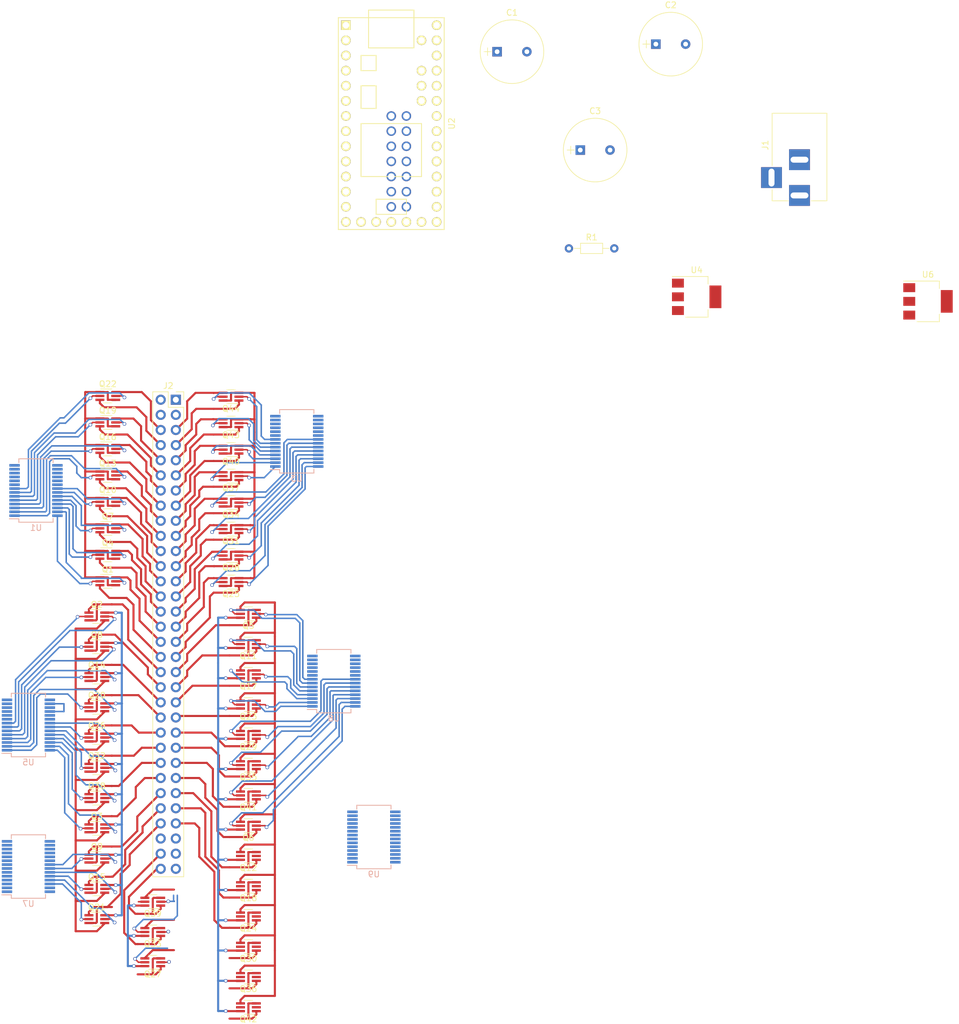
<source format=kicad_pcb>
(kicad_pcb (version 4) (host pcbnew 4.0.6)
  (layers (0 F.Cu signal) (31 B.Cu signal) (34 B.Paste user) (35 F.Paste user) (36 B.SilkS user) (37 F.SilkS user) (38 B.Mask user) (39 F.Mask user) (44 Edge.Cuts user))
  (net 0 "")
  (net 1 GND)
  (net 2 /flipdot_matrix/COL17)
  (net 3 /flipdot_matrix/COL18)
  (net 4 /flipdot_matrix/COL19)
  (net 5 /flipdot_matrix/COL20)
  (net 6 /flipdot_matrix/COL21)
  (net 7 /flipdot_matrix/COL22)
  (net 8 /flipdot_matrix/COL23)
  (net 9 /flipdot_matrix/COL24)
  (net 10 /flipdot_matrix/COL25)
  (net 11 /flipdot_matrix/COL26)
  (net 12 /flipdot_matrix/COL27)
  (net 13 /flipdot_matrix/COL28)
  (net 14 /flipdot_matrix/COL1)
  (net 15 /flipdot_matrix/COL2)
  (net 16 /flipdot_matrix/COL3)
  (net 17 /flipdot_matrix/COL4)
  (net 18 /flipdot_matrix/COL5)
  (net 19 /flipdot_matrix/COL6)
  (net 20 /flipdot_matrix/COL7)
  (net 21 /flipdot_matrix/COL8)
  (net 22 /flipdot_matrix/COL9)
  (net 23 /flipdot_matrix/COL10)
  (net 24 /flipdot_matrix/COL11)
  (net 25 /flipdot_matrix/COL12)
  (net 26 /flipdot_matrix/COL13)
  (net 27 /flipdot_matrix/COL14)
  (net 28 /flipdot_matrix/COL15)
  (net 29 /flipdot_matrix/COL16)
  (net 30 /flipdot_matrix/ROW1-)
  (net 31 /FLIP_REGUL)
  (net 32 /flipdot_matrix/ROW1+)
  (net 33 /flipdot_matrix/COL1-)
  (net 34 /flipdot_matrix/COL1+)
  (net 35 /flipdot_matrix/COL15-)
  (net 36 /flipdot_matrix/COL15+)
  (net 37 /flipdot_matrix/ROW2-)
  (net 38 /flipdot_matrix/ROW2+)
  (net 39 /flipdot_matrix/COL2-)
  (net 40 /flipdot_matrix/COL2+)
  (net 41 /flipdot_matrix/COL16-)
  (net 42 /flipdot_matrix/COL16+)
  (net 43 /flipdot_matrix/ROW3-)
  (net 44 /flipdot_matrix/ROW3+)
  (net 45 /flipdot_matrix/COL3-)
  (net 46 /flipdot_matrix/COL3+)
  (net 47 /flipdot_matrix/COL17-)
  (net 48 /flipdot_matrix/COL17+)
  (net 49 /flipdot_matrix/ROW4-)
  (net 50 /flipdot_matrix/ROW4+)
  (net 51 /flipdot_matrix/COL4-)
  (net 52 /flipdot_matrix/COL4+)
  (net 53 /flipdot_matrix/COL18-)
  (net 54 /flipdot_matrix/COL18+)
  (net 55 /flipdot_matrix/ROW5-)
  (net 56 /flipdot_matrix/ROW5+)
  (net 57 /flipdot_matrix/COL5-)
  (net 58 /flipdot_matrix/COL5+)
  (net 59 /flipdot_matrix/COL19-)
  (net 60 /flipdot_matrix/COL19+)
  (net 61 /flipdot_matrix/ROW6-)
  (net 62 /flipdot_matrix/ROW6+)
  (net 63 /flipdot_matrix/COL6-)
  (net 64 /flipdot_matrix/COL6+)
  (net 65 /flipdot_matrix/COL20-)
  (net 66 /flipdot_matrix/COL20+)
  (net 67 /flipdot_matrix/ROW7-)
  (net 68 /flipdot_matrix/ROW7+)
  (net 69 /flipdot_matrix/COL7-)
  (net 70 /flipdot_matrix/COL7+)
  (net 71 /flipdot_matrix/COL21-)
  (net 72 /flipdot_matrix/COL21+)
  (net 73 /flipdot_matrix/ROW8-)
  (net 74 /flipdot_matrix/ROW8+)
  (net 75 /flipdot_matrix/COL8-)
  (net 76 /flipdot_matrix/COL8+)
  (net 77 /flipdot_matrix/COL22-)
  (net 78 /flipdot_matrix/COL22+)
  (net 79 /flipdot_matrix/ROW9-)
  (net 80 /flipdot_matrix/ROW9+)
  (net 81 /flipdot_matrix/COL9-)
  (net 82 /flipdot_matrix/COL9+)
  (net 83 /flipdot_matrix/COL23-)
  (net 84 /flipdot_matrix/COL23+)
  (net 85 /flipdot_matrix/ROW10-)
  (net 86 /flipdot_matrix/ROW10+)
  (net 87 /flipdot_matrix/COL10-)
  (net 88 /flipdot_matrix/COL10+)
  (net 89 /flipdot_matrix/COL24-)
  (net 90 /flipdot_matrix/COL24+)
  (net 91 /flipdot_matrix/ROW11-)
  (net 92 /flipdot_matrix/ROW11+)
  (net 93 /flipdot_matrix/COL11-)
  (net 94 /flipdot_matrix/COL11+)
  (net 95 /flipdot_matrix/COL25-)
  (net 96 /flipdot_matrix/COL25+)
  (net 97 /flipdot_matrix/ROW12-)
  (net 98 /flipdot_matrix/ROW12+)
  (net 99 /flipdot_matrix/COL12-)
  (net 100 /flipdot_matrix/COL12+)
  (net 101 /flipdot_matrix/COL26-)
  (net 102 /flipdot_matrix/COL26+)
  (net 103 /flipdot_matrix/ROW13-)
  (net 104 /flipdot_matrix/ROW13+)
  (net 105 /flipdot_matrix/COL13-)
  (net 106 /flipdot_matrix/COL13+)
  (net 107 /flipdot_matrix/COL27-)
  (net 108 /flipdot_matrix/COL27+)
  (net 109 /flipdot_matrix/ROW14-)
  (net 110 /flipdot_matrix/ROW14+)
  (net 111 /flipdot_matrix/COL14-)
  (net 112 /flipdot_matrix/COL14+)
  (net 113 /flipdot_matrix/COL28-)
  (net 114 /flipdot_matrix/COL28+)
  (net 115 /flipdot_matrix/ROW15-)
  (net 116 /flipdot_matrix/ROW15+)
  (net 117 /flipdot_matrix/ROW16-)
  (net 118 /flipdot_matrix/ROW16+)
  (net 119 VCC)
  (net 120 "Net-(U1-Pad19)")
  (net 121 "Net-(U1-Pad20)")
  (net 122 "Net-(U2-Pad18)")
  (net 123 "Net-(U2-Pad19)")
  (net 124 "Net-(U2-Pad20)")
  (net 125 "Net-(U2-Pad16)")
  (net 126 "Net-(U2-Pad15)")
  (net 127 "Net-(U2-Pad14)")
  (net 128 "Net-(U2-Pad21)")
  (net 129 "Net-(U2-Pad22)")
  (net 130 "Net-(U2-Pad23)")
  (net 131 "Net-(U2-Pad24)")
  (net 132 "Net-(U2-Pad27)")
  (net 133 "Net-(U2-Pad28)")
  (net 134 "Net-(U2-Pad29)")
  (net 135 "Net-(U2-Pad30)")
  (net 136 "Net-(U2-Pad31)")
  (net 137 "Net-(U2-Pad32)")
  (net 138 "Net-(U2-Pad34)")
  (net 139 "Net-(U2-Pad35)")
  (net 140 "Net-(U2-Pad36)")
  (net 141 "Net-(U2-Pad37)")
  (net 142 "Net-(U2-Pad13)")
  (net 143 "Net-(U2-Pad12)")
  (net 144 "Net-(U2-Pad11)")
  (net 145 "Net-(U2-Pad10)")
  (net 146 "Net-(U2-Pad9)")
  (net 147 "Net-(U2-Pad8)")
  (net 148 "Net-(U2-Pad7)")
  (net 149 "Net-(U2-Pad6)")
  (net 150 "Net-(U2-Pad5)")
  (net 151 "Net-(U2-Pad4)")
  (net 152 "Net-(U2-Pad3)")
  (net 153 "Net-(U2-Pad2)")
  (net 154 "Net-(U2-Pad38)")
  (net 155 "Net-(U2-Pad40)")
  (net 156 "Net-(U2-Pad41)")
  (net 157 "Net-(U2-Pad42)")
  (net 158 "Net-(U2-Pad43)")
  (net 159 "Net-(U2-Pad44)")
  (net 160 "Net-(U2-Pad45)")
  (net 161 "Net-(U2-Pad46)")
  (net 162 "Net-(U2-Pad47)")
  (net 163 "Net-(U2-Pad48)")
  (net 164 "Net-(U2-Pad49)")
  (net 165 "Net-(U2-Pad50)")
  (net 166 "Net-(U2-Pad51)")
  (net 167 "Net-(U3-Pad19)")
  (net 168 "Net-(U3-Pad20)")
  (net 169 "Net-(U5-Pad19)")
  (net 170 "Net-(U5-Pad20)")
  (net 171 "Net-(U7-Pad19)")
  (net 172 "Net-(U7-Pad20)")
  (net 173 "Net-(U8-Pad19)")
  (net 174 "Net-(U8-Pad20)")
  (net 175 "Net-(U9-Pad19)")
  (net 176 "Net-(U9-Pad20)")
  (net 177 "Net-(U9-Pad25)")
  (net 178 "Net-(U9-Pad26)")
  (net 179 "Net-(U9-Pad27)")
  (net 180 "Net-(U9-Pad28)")
  (net 181 "Net-(C1-Pad1)")
  (net 182 "Net-(J2-Pad1)")
  (net 183 "Net-(J2-Pad2)")
  (net 184 "Net-(J2-Pad3)")
  (net 185 "Net-(J2-Pad4)")
  (net 186 /flipdot_matrix/R15-)
  (net 187 /flipdot_matrix/R15+)
  (net 188 /flipdot_matrix/R13-)
  (net 189 /flipdot_matrix/R13+)
  (net 190 /flipdot_matrix/R11-)
  (net 191 /flipdot_matrix/R11+)
  (net 192 /flipdot_matrix/R9-)
  (net 193 /flipdot_matrix/R9+)
  (net 194 /flipdot_matrix/R7-)
  (net 195 /flipdot_matrix/R7+)
  (net 196 /flipdot_matrix/R5-)
  (net 197 /flipdot_matrix/R5+)
  (net 198 /flipdot_matrix/R3-)
  (net 199 /flipdot_matrix/R3+)
  (net 200 /flipdot_matrix/R1-)
  (net 201 /flipdot_matrix/R1+)
  (net 202 /flipdot_matrix/R2-)
  (net 203 /flipdot_matrix/R2+)
  (net 204 /flipdot_matrix/R4-)
  (net 205 /flipdot_matrix/R4+)
  (net 206 /flipdot_matrix/R6-)
  (net 207 /flipdot_matrix/R6+)
  (net 208 /flipdot_matrix/R8-)
  (net 209 /flipdot_matrix/R8+)
  (net 210 /flipdot_matrix/R10-)
  (net 211 /flipdot_matrix/R10+)
  (net 212 /flipdot_matrix/R12-)
  (net 213 /flipdot_matrix/R12+)
  (net 214 /flipdot_matrix/R14-)
  (net 215 /flipdot_matrix/R14+)
  (net 216 /flipdot_matrix/R16-)
  (net 217 /flipdot_matrix/R16+)
  (net 218 /flipdot_matrix/FLIP+)
  (net 219 /SCL)
  (net 220 /SDA)
  (net 221 "Net-(U7-Pad27)")
  (net 222 "Net-(U7-Pad28)")
  (net 223 "Net-(U7-Pad5)")
  (net 224 "Net-(U7-Pad6)")
  (module Connectors:BARREL_JACK (layer F.Cu) (at 251.46 49.53 270)
    (fp_text reference J1 (at -8.45 5.75 450) (layer F.SilkS))
    (fp_text value BARREL_JACK)
    (pad 1 thru_hole rect (at 0 0 270) (size 3.5 3.5) (drill oval 1 3) (layers *.Cu *.Mask) (net 181 "Net-(C1-Pad1)"))
    (pad 2 thru_hole rect (at -6 0 270) (size 3.5 3.5) (drill oval 1 3) (layers *.Cu *.Mask) (net 1 GND))
    (pad 3 thru_hole rect (at -3 4.7 270) (size 3.5 3.5) (drill oval 3 1) (layers *.Cu *.Mask) (net 1 GND))
  )
  (module Socket_Strips:Socket_Strip_Straight_2x32_Pitch2.54mm (layer F.Cu) (at 146.685 83.82)
    (fp_text reference J2 (at -1.27 -2.33) (layer F.SilkS))
    (fp_text value CONN_02X32)
    (pad 1 thru_hole rect (at 0 0) (size 1.7 1.7) (drill 1) (layers *.Cu *.Mask) (net 182 "Net-(J2-Pad1)"))
    (pad 2 thru_hole oval (at -2.54 0) (size 1.7 1.7) (drill 1) (layers *.Cu *.Mask) (net 183 "Net-(J2-Pad2)"))
    (pad 3 thru_hole oval (at 0 2.54) (size 1.7 1.7) (drill 1) (layers *.Cu *.Mask) (net 184 "Net-(J2-Pad3)"))
    (pad 4 thru_hole oval (at -2.54 2.54) (size 1.7 1.7) (drill 1) (layers *.Cu *.Mask) (net 185 "Net-(J2-Pad4)"))
    (pad 5 thru_hole oval (at 0 5.08) (size 1.7 1.7) (drill 1) (layers *.Cu *.Mask) (net 186 /flipdot_matrix/R15-))
    (pad 6 thru_hole oval (at -2.54 5.08) (size 1.7 1.7) (drill 1) (layers *.Cu *.Mask) (net 187 /flipdot_matrix/R15+))
    (pad 7 thru_hole oval (at 0 7.62) (size 1.7 1.7) (drill 1) (layers *.Cu *.Mask) (net 188 /flipdot_matrix/R13-))
    (pad 8 thru_hole oval (at -2.54 7.62) (size 1.7 1.7) (drill 1) (layers *.Cu *.Mask) (net 189 /flipdot_matrix/R13+))
    (pad 9 thru_hole oval (at 0 10.16) (size 1.7 1.7) (drill 1) (layers *.Cu *.Mask) (net 190 /flipdot_matrix/R11-))
    (pad 10 thru_hole oval (at -2.54 10.16) (size 1.7 1.7) (drill 1) (layers *.Cu *.Mask) (net 191 /flipdot_matrix/R11+))
    (pad 11 thru_hole oval (at 0 12.7) (size 1.7 1.7) (drill 1) (layers *.Cu *.Mask) (net 192 /flipdot_matrix/R9-))
    (pad 12 thru_hole oval (at -2.54 12.7) (size 1.7 1.7) (drill 1) (layers *.Cu *.Mask) (net 193 /flipdot_matrix/R9+))
    (pad 13 thru_hole oval (at 0 15.24) (size 1.7 1.7) (drill 1) (layers *.Cu *.Mask) (net 194 /flipdot_matrix/R7-))
    (pad 14 thru_hole oval (at -2.54 15.24) (size 1.7 1.7) (drill 1) (layers *.Cu *.Mask) (net 195 /flipdot_matrix/R7+))
    (pad 15 thru_hole oval (at 0 17.78) (size 1.7 1.7) (drill 1) (layers *.Cu *.Mask) (net 196 /flipdot_matrix/R5-))
    (pad 16 thru_hole oval (at -2.54 17.78) (size 1.7 1.7) (drill 1) (layers *.Cu *.Mask) (net 197 /flipdot_matrix/R5+))
    (pad 17 thru_hole oval (at 0 20.32) (size 1.7 1.7) (drill 1) (layers *.Cu *.Mask) (net 198 /flipdot_matrix/R3-))
    (pad 18 thru_hole oval (at -2.54 20.32) (size 1.7 1.7) (drill 1) (layers *.Cu *.Mask) (net 199 /flipdot_matrix/R3+))
    (pad 19 thru_hole oval (at 0 22.86) (size 1.7 1.7) (drill 1) (layers *.Cu *.Mask) (net 200 /flipdot_matrix/R1-))
    (pad 20 thru_hole oval (at -2.54 22.86) (size 1.7 1.7) (drill 1) (layers *.Cu *.Mask) (net 201 /flipdot_matrix/R1+))
    (pad 21 thru_hole oval (at 0 25.4) (size 1.7 1.7) (drill 1) (layers *.Cu *.Mask) (net 202 /flipdot_matrix/R2-))
    (pad 22 thru_hole oval (at -2.54 25.4) (size 1.7 1.7) (drill 1) (layers *.Cu *.Mask) (net 203 /flipdot_matrix/R2+))
    (pad 23 thru_hole oval (at 0 27.94) (size 1.7 1.7) (drill 1) (layers *.Cu *.Mask) (net 204 /flipdot_matrix/R4-))
    (pad 24 thru_hole oval (at -2.54 27.94) (size 1.7 1.7) (drill 1) (layers *.Cu *.Mask) (net 205 /flipdot_matrix/R4+))
    (pad 25 thru_hole oval (at 0 30.48) (size 1.7 1.7) (drill 1) (layers *.Cu *.Mask) (net 206 /flipdot_matrix/R6-))
    (pad 26 thru_hole oval (at -2.54 30.48) (size 1.7 1.7) (drill 1) (layers *.Cu *.Mask) (net 207 /flipdot_matrix/R6+))
    (pad 27 thru_hole oval (at 0 33.02) (size 1.7 1.7) (drill 1) (layers *.Cu *.Mask) (net 208 /flipdot_matrix/R8-))
    (pad 28 thru_hole oval (at -2.54 33.02) (size 1.7 1.7) (drill 1) (layers *.Cu *.Mask) (net 209 /flipdot_matrix/R8+))
    (pad 29 thru_hole oval (at 0 35.56) (size 1.7 1.7) (drill 1) (layers *.Cu *.Mask) (net 210 /flipdot_matrix/R10-))
    (pad 30 thru_hole oval (at -2.54 35.56) (size 1.7 1.7) (drill 1) (layers *.Cu *.Mask) (net 211 /flipdot_matrix/R10+))
    (pad 31 thru_hole oval (at 0 38.1) (size 1.7 1.7) (drill 1) (layers *.Cu *.Mask) (net 212 /flipdot_matrix/R12-))
    (pad 32 thru_hole oval (at -2.54 38.1) (size 1.7 1.7) (drill 1) (layers *.Cu *.Mask) (net 213 /flipdot_matrix/R12+))
    (pad 33 thru_hole oval (at 0 40.64) (size 1.7 1.7) (drill 1) (layers *.Cu *.Mask) (net 214 /flipdot_matrix/R14-))
    (pad 34 thru_hole oval (at -2.54 40.64) (size 1.7 1.7) (drill 1) (layers *.Cu *.Mask) (net 215 /flipdot_matrix/R14+))
    (pad 35 thru_hole oval (at 0 43.18) (size 1.7 1.7) (drill 1) (layers *.Cu *.Mask) (net 216 /flipdot_matrix/R16-))
    (pad 36 thru_hole oval (at -2.54 43.18) (size 1.7 1.7) (drill 1) (layers *.Cu *.Mask) (net 217 /flipdot_matrix/R16+))
    (pad 37 thru_hole oval (at 0 45.72) (size 1.7 1.7) (drill 1) (layers *.Cu *.Mask) (net 15 /flipdot_matrix/COL2))
    (pad 38 thru_hole oval (at -2.54 45.72) (size 1.7 1.7) (drill 1) (layers *.Cu *.Mask) (net 14 /flipdot_matrix/COL1))
    (pad 39 thru_hole oval (at 0 48.26) (size 1.7 1.7) (drill 1) (layers *.Cu *.Mask) (net 17 /flipdot_matrix/COL4))
    (pad 40 thru_hole oval (at -2.54 48.26) (size 1.7 1.7) (drill 1) (layers *.Cu *.Mask) (net 16 /flipdot_matrix/COL3))
    (pad 41 thru_hole oval (at 0 50.8) (size 1.7 1.7) (drill 1) (layers *.Cu *.Mask) (net 19 /flipdot_matrix/COL6))
    (pad 42 thru_hole oval (at -2.54 50.8) (size 1.7 1.7) (drill 1) (layers *.Cu *.Mask) (net 18 /flipdot_matrix/COL5))
    (pad 43 thru_hole oval (at 0 53.34) (size 1.7 1.7) (drill 1) (layers *.Cu *.Mask) (net 21 /flipdot_matrix/COL8))
    (pad 44 thru_hole oval (at -2.54 53.34) (size 1.7 1.7) (drill 1) (layers *.Cu *.Mask) (net 20 /flipdot_matrix/COL7))
    (pad 45 thru_hole oval (at 0 55.88) (size 1.7 1.7) (drill 1) (layers *.Cu *.Mask) (net 23 /flipdot_matrix/COL10))
    (pad 46 thru_hole oval (at -2.54 55.88) (size 1.7 1.7) (drill 1) (layers *.Cu *.Mask) (net 22 /flipdot_matrix/COL9))
    (pad 47 thru_hole oval (at 0 58.42) (size 1.7 1.7) (drill 1) (layers *.Cu *.Mask) (net 25 /flipdot_matrix/COL12))
    (pad 48 thru_hole oval (at -2.54 58.42) (size 1.7 1.7) (drill 1) (layers *.Cu *.Mask) (net 24 /flipdot_matrix/COL11))
    (pad 49 thru_hole oval (at 0 60.96) (size 1.7 1.7) (drill 1) (layers *.Cu *.Mask) (net 27 /flipdot_matrix/COL14))
    (pad 50 thru_hole oval (at -2.54 60.96) (size 1.7 1.7) (drill 1) (layers *.Cu *.Mask) (net 26 /flipdot_matrix/COL13))
    (pad 51 thru_hole oval (at 0 63.5) (size 1.7 1.7) (drill 1) (layers *.Cu *.Mask) (net 29 /flipdot_matrix/COL16))
    (pad 52 thru_hole oval (at -2.54 63.5) (size 1.7 1.7) (drill 1) (layers *.Cu *.Mask) (net 28 /flipdot_matrix/COL15))
    (pad 53 thru_hole oval (at 0 66.04) (size 1.7 1.7) (drill 1) (layers *.Cu *.Mask) (net 3 /flipdot_matrix/COL18))
    (pad 54 thru_hole oval (at -2.54 66.04) (size 1.7 1.7) (drill 1) (layers *.Cu *.Mask) (net 2 /flipdot_matrix/COL17))
    (pad 55 thru_hole oval (at 0 68.58) (size 1.7 1.7) (drill 1) (layers *.Cu *.Mask) (net 5 /flipdot_matrix/COL20))
    (pad 56 thru_hole oval (at -2.54 68.58) (size 1.7 1.7) (drill 1) (layers *.Cu *.Mask) (net 4 /flipdot_matrix/COL19))
    (pad 57 thru_hole oval (at 0 71.12) (size 1.7 1.7) (drill 1) (layers *.Cu *.Mask) (net 7 /flipdot_matrix/COL22))
    (pad 58 thru_hole oval (at -2.54 71.12) (size 1.7 1.7) (drill 1) (layers *.Cu *.Mask) (net 6 /flipdot_matrix/COL21))
    (pad 59 thru_hole oval (at 0 73.66) (size 1.7 1.7) (drill 1) (layers *.Cu *.Mask) (net 9 /flipdot_matrix/COL24))
    (pad 60 thru_hole oval (at -2.54 73.66) (size 1.7 1.7) (drill 1) (layers *.Cu *.Mask) (net 8 /flipdot_matrix/COL23))
    (pad 61 thru_hole oval (at 0 76.2) (size 1.7 1.7) (drill 1) (layers *.Cu *.Mask) (net 11 /flipdot_matrix/COL26))
    (pad 62 thru_hole oval (at -2.54 76.2) (size 1.7 1.7) (drill 1) (layers *.Cu *.Mask) (net 10 /flipdot_matrix/COL25))
    (pad 63 thru_hole oval (at 0 78.74) (size 1.7 1.7) (drill 1) (layers *.Cu *.Mask) (net 13 /flipdot_matrix/COL28))
    (pad 64 thru_hole oval (at -2.54 78.74) (size 1.7 1.7) (drill 1) (layers *.Cu *.Mask) (net 12 /flipdot_matrix/COL27))
  )
  (module TO_SOT_Packages_SMD:SOT-363_SC-70-6_Handsoldering (layer F.Cu) (at 135.255 114.3)
    (fp_text reference Q1 (at 0 -2) (layer F.SilkS))
    (fp_text value DUAL_NPN_MOSFET)
    (pad 1 smd rect (at -1.33 -0.65) (size 1.5 0.4) (layers F.Cu F.Paste F.Mask) (net 218 /flipdot_matrix/FLIP+))
    (pad 2 smd rect (at -1.33 0) (size 1.5 0.4) (layers F.Cu F.Paste F.Mask) (net 118 /flipdot_matrix/ROW16+))
    (pad 3 smd rect (at -1.33 0.65) (size 1.5 0.4) (layers F.Cu F.Paste F.Mask) (net 217 /flipdot_matrix/R16+))
    (pad 4 smd rect (at 1.33 0.65) (size 1.5 0.4) (layers F.Cu F.Paste F.Mask) (net 218 /flipdot_matrix/FLIP+))
    (pad 5 smd rect (at 1.33 0) (size 1.5 0.4) (layers F.Cu F.Paste F.Mask) (net 110 /flipdot_matrix/ROW14+))
    (pad 6 smd rect (at 1.33 -0.65) (size 1.5 0.4) (layers F.Cu F.Paste F.Mask) (net 215 /flipdot_matrix/R14+))
  )
  (module TO_SOT_Packages_SMD:SOT-363_SC-70-6_Handsoldering (layer F.Cu) (at 133.4135 120.2055)
    (fp_text reference Q2 (at 0 -2) (layer F.SilkS))
    (fp_text value DUAL_NPN_MOSFET)
    (pad 1 smd rect (at -1.33 -0.65) (size 1.5 0.4) (layers F.Cu F.Paste F.Mask) (net 14 /flipdot_matrix/COL1))
    (pad 2 smd rect (at -1.33 0) (size 1.5 0.4) (layers F.Cu F.Paste F.Mask) (net 33 /flipdot_matrix/COL1-))
    (pad 3 smd rect (at -1.33 0.65) (size 1.5 0.4) (layers F.Cu F.Paste F.Mask) (net 14 /flipdot_matrix/COL1))
    (pad 4 smd rect (at 1.33 0.65) (size 1.5 0.4) (layers F.Cu F.Paste F.Mask) (net 1 GND))
    (pad 5 smd rect (at 1.33 0) (size 1.5 0.4) (layers F.Cu F.Paste F.Mask) (net 34 /flipdot_matrix/COL1+))
    (pad 6 smd rect (at 1.33 -0.65) (size 1.5 0.4) (layers F.Cu F.Paste F.Mask) (net 218 /flipdot_matrix/FLIP+))
  )
  (module TO_SOT_Packages_SMD:SOT-363_SC-70-6_Handsoldering (layer F.Cu) (at 133.4135 155.7655)
    (fp_text reference Q3 (at 0 -2) (layer F.SilkS))
    (fp_text value DUAL_NPN_MOSFET)
    (pad 1 smd rect (at -1.33 -0.65) (size 1.5 0.4) (layers F.Cu F.Paste F.Mask) (net 28 /flipdot_matrix/COL15))
    (pad 2 smd rect (at -1.33 0) (size 1.5 0.4) (layers F.Cu F.Paste F.Mask) (net 35 /flipdot_matrix/COL15-))
    (pad 3 smd rect (at -1.33 0.65) (size 1.5 0.4) (layers F.Cu F.Paste F.Mask) (net 28 /flipdot_matrix/COL15))
    (pad 4 smd rect (at 1.33 0.65) (size 1.5 0.4) (layers F.Cu F.Paste F.Mask) (net 1 GND))
    (pad 5 smd rect (at 1.33 0) (size 1.5 0.4) (layers F.Cu F.Paste F.Mask) (net 36 /flipdot_matrix/COL15+))
    (pad 6 smd rect (at 1.33 -0.65) (size 1.5 0.4) (layers F.Cu F.Paste F.Mask) (net 218 /flipdot_matrix/FLIP+))
  )
  (module TO_SOT_Packages_SMD:SOT-363_SC-70-6_Handsoldering (layer F.Cu) (at 135.255 109.855)
    (fp_text reference Q4 (at 0 -2) (layer F.SilkS))
    (fp_text value DUAL_NPN_MOSFET)
    (pad 1 smd rect (at -1.33 -0.65) (size 1.5 0.4) (layers F.Cu F.Paste F.Mask) (net 218 /flipdot_matrix/FLIP+))
    (pad 2 smd rect (at -1.33 0) (size 1.5 0.4) (layers F.Cu F.Paste F.Mask) (net 98 /flipdot_matrix/ROW12+))
    (pad 3 smd rect (at -1.33 0.65) (size 1.5 0.4) (layers F.Cu F.Paste F.Mask) (net 213 /flipdot_matrix/R12+))
    (pad 4 smd rect (at 1.33 0.65) (size 1.5 0.4) (layers F.Cu F.Paste F.Mask) (net 218 /flipdot_matrix/FLIP+))
    (pad 5 smd rect (at 1.33 0) (size 1.5 0.4) (layers F.Cu F.Paste F.Mask) (net 86 /flipdot_matrix/ROW10+))
    (pad 6 smd rect (at 1.33 -0.65) (size 1.5 0.4) (layers F.Cu F.Paste F.Mask) (net 211 /flipdot_matrix/R10+))
  )
  (module TO_SOT_Packages_SMD:SOT-363_SC-70-6_Handsoldering (layer F.Cu) (at 158.877 119.761 180)
    (fp_text reference Q5 (at 0 -2 180) (layer F.SilkS))
    (fp_text value DUAL_NPN_MOSFET)
    (pad 1 smd rect (at -1.33 -0.65 180) (size 1.5 0.4) (layers F.Cu F.Paste F.Mask) (net 15 /flipdot_matrix/COL2))
    (pad 2 smd rect (at -1.33 0 180) (size 1.5 0.4) (layers F.Cu F.Paste F.Mask) (net 39 /flipdot_matrix/COL2-))
    (pad 3 smd rect (at -1.33 0.65 180) (size 1.5 0.4) (layers F.Cu F.Paste F.Mask) (net 15 /flipdot_matrix/COL2))
    (pad 4 smd rect (at 1.33 0.65 180) (size 1.5 0.4) (layers F.Cu F.Paste F.Mask) (net 1 GND))
    (pad 5 smd rect (at 1.33 0 180) (size 1.5 0.4) (layers F.Cu F.Paste F.Mask) (net 40 /flipdot_matrix/COL2+))
    (pad 6 smd rect (at 1.33 -0.65 180) (size 1.5 0.4) (layers F.Cu F.Paste F.Mask) (net 218 /flipdot_matrix/FLIP+))
  )
  (module TO_SOT_Packages_SMD:SOT-363_SC-70-6_Handsoldering (layer F.Cu) (at 158.877 155.321 180)
    (fp_text reference Q6 (at 0 -2 180) (layer F.SilkS))
    (fp_text value DUAL_NPN_MOSFET)
    (pad 1 smd rect (at -1.33 -0.65 180) (size 1.5 0.4) (layers F.Cu F.Paste F.Mask) (net 29 /flipdot_matrix/COL16))
    (pad 2 smd rect (at -1.33 0 180) (size 1.5 0.4) (layers F.Cu F.Paste F.Mask) (net 41 /flipdot_matrix/COL16-))
    (pad 3 smd rect (at -1.33 0.65 180) (size 1.5 0.4) (layers F.Cu F.Paste F.Mask) (net 29 /flipdot_matrix/COL16))
    (pad 4 smd rect (at 1.33 0.65 180) (size 1.5 0.4) (layers F.Cu F.Paste F.Mask) (net 1 GND))
    (pad 5 smd rect (at 1.33 0 180) (size 1.5 0.4) (layers F.Cu F.Paste F.Mask) (net 42 /flipdot_matrix/COL16+))
    (pad 6 smd rect (at 1.33 -0.65 180) (size 1.5 0.4) (layers F.Cu F.Paste F.Mask) (net 218 /flipdot_matrix/FLIP+))
  )
  (module TO_SOT_Packages_SMD:SOT-363_SC-70-6_Handsoldering (layer F.Cu) (at 135.255 105.41)
    (fp_text reference Q7 (at 0 -2) (layer F.SilkS))
    (fp_text value DUAL_NPN_MOSFET)
    (pad 1 smd rect (at -1.33 -0.65) (size 1.5 0.4) (layers F.Cu F.Paste F.Mask) (net 218 /flipdot_matrix/FLIP+))
    (pad 2 smd rect (at -1.33 0) (size 1.5 0.4) (layers F.Cu F.Paste F.Mask) (net 74 /flipdot_matrix/ROW8+))
    (pad 3 smd rect (at -1.33 0.65) (size 1.5 0.4) (layers F.Cu F.Paste F.Mask) (net 209 /flipdot_matrix/R8+))
    (pad 4 smd rect (at 1.33 0.65) (size 1.5 0.4) (layers F.Cu F.Paste F.Mask) (net 218 /flipdot_matrix/FLIP+))
    (pad 5 smd rect (at 1.33 0) (size 1.5 0.4) (layers F.Cu F.Paste F.Mask) (net 62 /flipdot_matrix/ROW6+))
    (pad 6 smd rect (at 1.33 -0.65) (size 1.5 0.4) (layers F.Cu F.Paste F.Mask) (net 207 /flipdot_matrix/R6+))
  )
  (module TO_SOT_Packages_SMD:SOT-363_SC-70-6_Handsoldering (layer F.Cu) (at 133.4135 125.2855)
    (fp_text reference Q8 (at 0 -2) (layer F.SilkS))
    (fp_text value DUAL_NPN_MOSFET)
    (pad 1 smd rect (at -1.33 -0.65) (size 1.5 0.4) (layers F.Cu F.Paste F.Mask) (net 16 /flipdot_matrix/COL3))
    (pad 2 smd rect (at -1.33 0) (size 1.5 0.4) (layers F.Cu F.Paste F.Mask) (net 45 /flipdot_matrix/COL3-))
    (pad 3 smd rect (at -1.33 0.65) (size 1.5 0.4) (layers F.Cu F.Paste F.Mask) (net 16 /flipdot_matrix/COL3))
    (pad 4 smd rect (at 1.33 0.65) (size 1.5 0.4) (layers F.Cu F.Paste F.Mask) (net 1 GND))
    (pad 5 smd rect (at 1.33 0) (size 1.5 0.4) (layers F.Cu F.Paste F.Mask) (net 46 /flipdot_matrix/COL3+))
    (pad 6 smd rect (at 1.33 -0.65) (size 1.5 0.4) (layers F.Cu F.Paste F.Mask) (net 218 /flipdot_matrix/FLIP+))
  )
  (module TO_SOT_Packages_SMD:SOT-363_SC-70-6_Handsoldering (layer F.Cu) (at 133.4135 160.8455)
    (fp_text reference Q9 (at 0 -2) (layer F.SilkS))
    (fp_text value DUAL_NPN_MOSFET)
    (pad 1 smd rect (at -1.33 -0.65) (size 1.5 0.4) (layers F.Cu F.Paste F.Mask) (net 2 /flipdot_matrix/COL17))
    (pad 2 smd rect (at -1.33 0) (size 1.5 0.4) (layers F.Cu F.Paste F.Mask) (net 47 /flipdot_matrix/COL17-))
    (pad 3 smd rect (at -1.33 0.65) (size 1.5 0.4) (layers F.Cu F.Paste F.Mask) (net 2 /flipdot_matrix/COL17))
    (pad 4 smd rect (at 1.33 0.65) (size 1.5 0.4) (layers F.Cu F.Paste F.Mask) (net 1 GND))
    (pad 5 smd rect (at 1.33 0) (size 1.5 0.4) (layers F.Cu F.Paste F.Mask) (net 48 /flipdot_matrix/COL17+))
    (pad 6 smd rect (at 1.33 -0.65) (size 1.5 0.4) (layers F.Cu F.Paste F.Mask) (net 218 /flipdot_matrix/FLIP+))
  )
  (module TO_SOT_Packages_SMD:SOT-363_SC-70-6_Handsoldering (layer F.Cu) (at 135.255 100.965)
    (fp_text reference Q10 (at 0 -2) (layer F.SilkS))
    (fp_text value DUAL_NPN_MOSFET)
    (pad 1 smd rect (at -1.33 -0.65) (size 1.5 0.4) (layers F.Cu F.Paste F.Mask) (net 218 /flipdot_matrix/FLIP+))
    (pad 2 smd rect (at -1.33 0) (size 1.5 0.4) (layers F.Cu F.Paste F.Mask) (net 50 /flipdot_matrix/ROW4+))
    (pad 3 smd rect (at -1.33 0.65) (size 1.5 0.4) (layers F.Cu F.Paste F.Mask) (net 205 /flipdot_matrix/R4+))
    (pad 4 smd rect (at 1.33 0.65) (size 1.5 0.4) (layers F.Cu F.Paste F.Mask) (net 218 /flipdot_matrix/FLIP+))
    (pad 5 smd rect (at 1.33 0) (size 1.5 0.4) (layers F.Cu F.Paste F.Mask) (net 38 /flipdot_matrix/ROW2+))
    (pad 6 smd rect (at 1.33 -0.65) (size 1.5 0.4) (layers F.Cu F.Paste F.Mask) (net 203 /flipdot_matrix/R2+))
  )
  (module TO_SOT_Packages_SMD:SOT-363_SC-70-6_Handsoldering (layer F.Cu) (at 158.877 124.841 180)
    (fp_text reference Q11 (at 0 -2 180) (layer F.SilkS))
    (fp_text value DUAL_NPN_MOSFET)
    (pad 1 smd rect (at -1.33 -0.65 180) (size 1.5 0.4) (layers F.Cu F.Paste F.Mask) (net 17 /flipdot_matrix/COL4))
    (pad 2 smd rect (at -1.33 0 180) (size 1.5 0.4) (layers F.Cu F.Paste F.Mask) (net 51 /flipdot_matrix/COL4-))
    (pad 3 smd rect (at -1.33 0.65 180) (size 1.5 0.4) (layers F.Cu F.Paste F.Mask) (net 17 /flipdot_matrix/COL4))
    (pad 4 smd rect (at 1.33 0.65 180) (size 1.5 0.4) (layers F.Cu F.Paste F.Mask) (net 1 GND))
    (pad 5 smd rect (at 1.33 0 180) (size 1.5 0.4) (layers F.Cu F.Paste F.Mask) (net 52 /flipdot_matrix/COL4+))
    (pad 6 smd rect (at 1.33 -0.65 180) (size 1.5 0.4) (layers F.Cu F.Paste F.Mask) (net 218 /flipdot_matrix/FLIP+))
  )
  (module TO_SOT_Packages_SMD:SOT-363_SC-70-6_Handsoldering (layer F.Cu) (at 158.877 160.401 180)
    (fp_text reference Q12 (at 0 -2 180) (layer F.SilkS))
    (fp_text value DUAL_NPN_MOSFET)
    (pad 1 smd rect (at -1.33 -0.65 180) (size 1.5 0.4) (layers F.Cu F.Paste F.Mask) (net 3 /flipdot_matrix/COL18))
    (pad 2 smd rect (at -1.33 0 180) (size 1.5 0.4) (layers F.Cu F.Paste F.Mask) (net 53 /flipdot_matrix/COL18-))
    (pad 3 smd rect (at -1.33 0.65 180) (size 1.5 0.4) (layers F.Cu F.Paste F.Mask) (net 3 /flipdot_matrix/COL18))
    (pad 4 smd rect (at 1.33 0.65 180) (size 1.5 0.4) (layers F.Cu F.Paste F.Mask) (net 1 GND))
    (pad 5 smd rect (at 1.33 0 180) (size 1.5 0.4) (layers F.Cu F.Paste F.Mask) (net 54 /flipdot_matrix/COL18+))
    (pad 6 smd rect (at 1.33 -0.65 180) (size 1.5 0.4) (layers F.Cu F.Paste F.Mask) (net 218 /flipdot_matrix/FLIP+))
  )
  (module TO_SOT_Packages_SMD:SOT-363_SC-70-6_Handsoldering (layer F.Cu) (at 135.255 96.52)
    (fp_text reference Q13 (at 0 -2) (layer F.SilkS))
    (fp_text value DUAL_NPN_MOSFET)
    (pad 1 smd rect (at -1.33 -0.65) (size 1.5 0.4) (layers F.Cu F.Paste F.Mask) (net 218 /flipdot_matrix/FLIP+))
    (pad 2 smd rect (at -1.33 0) (size 1.5 0.4) (layers F.Cu F.Paste F.Mask) (net 32 /flipdot_matrix/ROW1+))
    (pad 3 smd rect (at -1.33 0.65) (size 1.5 0.4) (layers F.Cu F.Paste F.Mask) (net 201 /flipdot_matrix/R1+))
    (pad 4 smd rect (at 1.33 0.65) (size 1.5 0.4) (layers F.Cu F.Paste F.Mask) (net 218 /flipdot_matrix/FLIP+))
    (pad 5 smd rect (at 1.33 0) (size 1.5 0.4) (layers F.Cu F.Paste F.Mask) (net 44 /flipdot_matrix/ROW3+))
    (pad 6 smd rect (at 1.33 -0.65) (size 1.5 0.4) (layers F.Cu F.Paste F.Mask) (net 199 /flipdot_matrix/R3+))
  )
  (module TO_SOT_Packages_SMD:SOT-363_SC-70-6_Handsoldering (layer F.Cu) (at 133.4135 130.3655)
    (fp_text reference Q14 (at 0 -2) (layer F.SilkS))
    (fp_text value DUAL_NPN_MOSFET)
    (pad 1 smd rect (at -1.33 -0.65) (size 1.5 0.4) (layers F.Cu F.Paste F.Mask) (net 18 /flipdot_matrix/COL5))
    (pad 2 smd rect (at -1.33 0) (size 1.5 0.4) (layers F.Cu F.Paste F.Mask) (net 57 /flipdot_matrix/COL5-))
    (pad 3 smd rect (at -1.33 0.65) (size 1.5 0.4) (layers F.Cu F.Paste F.Mask) (net 18 /flipdot_matrix/COL5))
    (pad 4 smd rect (at 1.33 0.65) (size 1.5 0.4) (layers F.Cu F.Paste F.Mask) (net 1 GND))
    (pad 5 smd rect (at 1.33 0) (size 1.5 0.4) (layers F.Cu F.Paste F.Mask) (net 58 /flipdot_matrix/COL5+))
    (pad 6 smd rect (at 1.33 -0.65) (size 1.5 0.4) (layers F.Cu F.Paste F.Mask) (net 218 /flipdot_matrix/FLIP+))
  )
  (module TO_SOT_Packages_SMD:SOT-363_SC-70-6_Handsoldering (layer F.Cu) (at 133.4135 165.9255)
    (fp_text reference Q15 (at 0 -2) (layer F.SilkS))
    (fp_text value DUAL_NPN_MOSFET)
    (pad 1 smd rect (at -1.33 -0.65) (size 1.5 0.4) (layers F.Cu F.Paste F.Mask) (net 4 /flipdot_matrix/COL19))
    (pad 2 smd rect (at -1.33 0) (size 1.5 0.4) (layers F.Cu F.Paste F.Mask) (net 59 /flipdot_matrix/COL19-))
    (pad 3 smd rect (at -1.33 0.65) (size 1.5 0.4) (layers F.Cu F.Paste F.Mask) (net 4 /flipdot_matrix/COL19))
    (pad 4 smd rect (at 1.33 0.65) (size 1.5 0.4) (layers F.Cu F.Paste F.Mask) (net 1 GND))
    (pad 5 smd rect (at 1.33 0) (size 1.5 0.4) (layers F.Cu F.Paste F.Mask) (net 60 /flipdot_matrix/COL19+))
    (pad 6 smd rect (at 1.33 -0.65) (size 1.5 0.4) (layers F.Cu F.Paste F.Mask) (net 218 /flipdot_matrix/FLIP+))
  )
  (module TO_SOT_Packages_SMD:SOT-363_SC-70-6_Handsoldering (layer F.Cu) (at 135.255 92.075)
    (fp_text reference Q16 (at 0 -2) (layer F.SilkS))
    (fp_text value DUAL_NPN_MOSFET)
    (pad 1 smd rect (at -1.33 -0.65) (size 1.5 0.4) (layers F.Cu F.Paste F.Mask) (net 218 /flipdot_matrix/FLIP+))
    (pad 2 smd rect (at -1.33 0) (size 1.5 0.4) (layers F.Cu F.Paste F.Mask) (net 56 /flipdot_matrix/ROW5+))
    (pad 3 smd rect (at -1.33 0.65) (size 1.5 0.4) (layers F.Cu F.Paste F.Mask) (net 197 /flipdot_matrix/R5+))
    (pad 4 smd rect (at 1.33 0.65) (size 1.5 0.4) (layers F.Cu F.Paste F.Mask) (net 218 /flipdot_matrix/FLIP+))
    (pad 5 smd rect (at 1.33 0) (size 1.5 0.4) (layers F.Cu F.Paste F.Mask) (net 68 /flipdot_matrix/ROW7+))
    (pad 6 smd rect (at 1.33 -0.65) (size 1.5 0.4) (layers F.Cu F.Paste F.Mask) (net 195 /flipdot_matrix/R7+))
  )
  (module TO_SOT_Packages_SMD:SOT-363_SC-70-6_Handsoldering (layer F.Cu) (at 158.877 129.921 180)
    (fp_text reference Q17 (at 0 -2 180) (layer F.SilkS))
    (fp_text value DUAL_NPN_MOSFET)
    (pad 1 smd rect (at -1.33 -0.65 180) (size 1.5 0.4) (layers F.Cu F.Paste F.Mask) (net 19 /flipdot_matrix/COL6))
    (pad 2 smd rect (at -1.33 0 180) (size 1.5 0.4) (layers F.Cu F.Paste F.Mask) (net 63 /flipdot_matrix/COL6-))
    (pad 3 smd rect (at -1.33 0.65 180) (size 1.5 0.4) (layers F.Cu F.Paste F.Mask) (net 19 /flipdot_matrix/COL6))
    (pad 4 smd rect (at 1.33 0.65 180) (size 1.5 0.4) (layers F.Cu F.Paste F.Mask) (net 1 GND))
    (pad 5 smd rect (at 1.33 0 180) (size 1.5 0.4) (layers F.Cu F.Paste F.Mask) (net 64 /flipdot_matrix/COL6+))
    (pad 6 smd rect (at 1.33 -0.65 180) (size 1.5 0.4) (layers F.Cu F.Paste F.Mask) (net 218 /flipdot_matrix/FLIP+))
  )
  (module TO_SOT_Packages_SMD:SOT-363_SC-70-6_Handsoldering (layer F.Cu) (at 158.877 165.481 180)
    (fp_text reference Q18 (at 0 -2 180) (layer F.SilkS))
    (fp_text value DUAL_NPN_MOSFET)
    (pad 1 smd rect (at -1.33 -0.65 180) (size 1.5 0.4) (layers F.Cu F.Paste F.Mask) (net 5 /flipdot_matrix/COL20))
    (pad 2 smd rect (at -1.33 0 180) (size 1.5 0.4) (layers F.Cu F.Paste F.Mask) (net 65 /flipdot_matrix/COL20-))
    (pad 3 smd rect (at -1.33 0.65 180) (size 1.5 0.4) (layers F.Cu F.Paste F.Mask) (net 5 /flipdot_matrix/COL20))
    (pad 4 smd rect (at 1.33 0.65 180) (size 1.5 0.4) (layers F.Cu F.Paste F.Mask) (net 1 GND))
    (pad 5 smd rect (at 1.33 0 180) (size 1.5 0.4) (layers F.Cu F.Paste F.Mask) (net 66 /flipdot_matrix/COL20+))
    (pad 6 smd rect (at 1.33 -0.65 180) (size 1.5 0.4) (layers F.Cu F.Paste F.Mask) (net 218 /flipdot_matrix/FLIP+))
  )
  (module TO_SOT_Packages_SMD:SOT-363_SC-70-6_Handsoldering (layer F.Cu) (at 135.255 87.63)
    (fp_text reference Q19 (at 0 -2) (layer F.SilkS))
    (fp_text value DUAL_NPN_MOSFET)
    (pad 1 smd rect (at -1.33 -0.65) (size 1.5 0.4) (layers F.Cu F.Paste F.Mask) (net 218 /flipdot_matrix/FLIP+))
    (pad 2 smd rect (at -1.33 0) (size 1.5 0.4) (layers F.Cu F.Paste F.Mask) (net 80 /flipdot_matrix/ROW9+))
    (pad 3 smd rect (at -1.33 0.65) (size 1.5 0.4) (layers F.Cu F.Paste F.Mask) (net 193 /flipdot_matrix/R9+))
    (pad 4 smd rect (at 1.33 0.65) (size 1.5 0.4) (layers F.Cu F.Paste F.Mask) (net 218 /flipdot_matrix/FLIP+))
    (pad 5 smd rect (at 1.33 0) (size 1.5 0.4) (layers F.Cu F.Paste F.Mask) (net 92 /flipdot_matrix/ROW11+))
    (pad 6 smd rect (at 1.33 -0.65) (size 1.5 0.4) (layers F.Cu F.Paste F.Mask) (net 191 /flipdot_matrix/R11+))
  )
  (module TO_SOT_Packages_SMD:SOT-363_SC-70-6_Handsoldering (layer F.Cu) (at 133.4135 135.4455)
    (fp_text reference Q20 (at 0 -2) (layer F.SilkS))
    (fp_text value DUAL_NPN_MOSFET)
    (pad 1 smd rect (at -1.33 -0.65) (size 1.5 0.4) (layers F.Cu F.Paste F.Mask) (net 20 /flipdot_matrix/COL7))
    (pad 2 smd rect (at -1.33 0) (size 1.5 0.4) (layers F.Cu F.Paste F.Mask) (net 69 /flipdot_matrix/COL7-))
    (pad 3 smd rect (at -1.33 0.65) (size 1.5 0.4) (layers F.Cu F.Paste F.Mask) (net 20 /flipdot_matrix/COL7))
    (pad 4 smd rect (at 1.33 0.65) (size 1.5 0.4) (layers F.Cu F.Paste F.Mask) (net 1 GND))
    (pad 5 smd rect (at 1.33 0) (size 1.5 0.4) (layers F.Cu F.Paste F.Mask) (net 70 /flipdot_matrix/COL7+))
    (pad 6 smd rect (at 1.33 -0.65) (size 1.5 0.4) (layers F.Cu F.Paste F.Mask) (net 218 /flipdot_matrix/FLIP+))
  )
  (module TO_SOT_Packages_SMD:SOT-363_SC-70-6_Handsoldering (layer F.Cu) (at 133.4135 171.0055)
    (fp_text reference Q21 (at 0 -2) (layer F.SilkS))
    (fp_text value DUAL_NPN_MOSFET)
    (pad 1 smd rect (at -1.33 -0.65) (size 1.5 0.4) (layers F.Cu F.Paste F.Mask) (net 6 /flipdot_matrix/COL21))
    (pad 2 smd rect (at -1.33 0) (size 1.5 0.4) (layers F.Cu F.Paste F.Mask) (net 71 /flipdot_matrix/COL21-))
    (pad 3 smd rect (at -1.33 0.65) (size 1.5 0.4) (layers F.Cu F.Paste F.Mask) (net 6 /flipdot_matrix/COL21))
    (pad 4 smd rect (at 1.33 0.65) (size 1.5 0.4) (layers F.Cu F.Paste F.Mask) (net 1 GND))
    (pad 5 smd rect (at 1.33 0) (size 1.5 0.4) (layers F.Cu F.Paste F.Mask) (net 72 /flipdot_matrix/COL21+))
    (pad 6 smd rect (at 1.33 -0.65) (size 1.5 0.4) (layers F.Cu F.Paste F.Mask) (net 218 /flipdot_matrix/FLIP+))
  )
  (module TO_SOT_Packages_SMD:SOT-363_SC-70-6_Handsoldering (layer F.Cu) (at 135.255 83.185)
    (fp_text reference Q22 (at 0 -2) (layer F.SilkS))
    (fp_text value DUAL_NPN_MOSFET)
    (pad 1 smd rect (at -1.33 -0.65) (size 1.5 0.4) (layers F.Cu F.Paste F.Mask) (net 218 /flipdot_matrix/FLIP+))
    (pad 2 smd rect (at -1.33 0) (size 1.5 0.4) (layers F.Cu F.Paste F.Mask) (net 104 /flipdot_matrix/ROW13+))
    (pad 3 smd rect (at -1.33 0.65) (size 1.5 0.4) (layers F.Cu F.Paste F.Mask) (net 189 /flipdot_matrix/R13+))
    (pad 4 smd rect (at 1.33 0.65) (size 1.5 0.4) (layers F.Cu F.Paste F.Mask) (net 218 /flipdot_matrix/FLIP+))
    (pad 5 smd rect (at 1.33 0) (size 1.5 0.4) (layers F.Cu F.Paste F.Mask) (net 116 /flipdot_matrix/ROW15+))
    (pad 6 smd rect (at 1.33 -0.65) (size 1.5 0.4) (layers F.Cu F.Paste F.Mask) (net 187 /flipdot_matrix/R15+))
  )
  (module TO_SOT_Packages_SMD:SOT-363_SC-70-6_Handsoldering (layer F.Cu) (at 158.877 135.001 180)
    (fp_text reference Q23 (at 0 -2 180) (layer F.SilkS))
    (fp_text value DUAL_NPN_MOSFET)
    (pad 1 smd rect (at -1.33 -0.65 180) (size 1.5 0.4) (layers F.Cu F.Paste F.Mask) (net 21 /flipdot_matrix/COL8))
    (pad 2 smd rect (at -1.33 0 180) (size 1.5 0.4) (layers F.Cu F.Paste F.Mask) (net 75 /flipdot_matrix/COL8-))
    (pad 3 smd rect (at -1.33 0.65 180) (size 1.5 0.4) (layers F.Cu F.Paste F.Mask) (net 21 /flipdot_matrix/COL8))
    (pad 4 smd rect (at 1.33 0.65 180) (size 1.5 0.4) (layers F.Cu F.Paste F.Mask) (net 1 GND))
    (pad 5 smd rect (at 1.33 0 180) (size 1.5 0.4) (layers F.Cu F.Paste F.Mask) (net 76 /flipdot_matrix/COL8+))
    (pad 6 smd rect (at 1.33 -0.65 180) (size 1.5 0.4) (layers F.Cu F.Paste F.Mask) (net 218 /flipdot_matrix/FLIP+))
  )
  (module TO_SOT_Packages_SMD:SOT-363_SC-70-6_Handsoldering (layer F.Cu) (at 158.877 170.561 180)
    (fp_text reference Q24 (at 0 -2 180) (layer F.SilkS))
    (fp_text value DUAL_NPN_MOSFET)
    (pad 1 smd rect (at -1.33 -0.65 180) (size 1.5 0.4) (layers F.Cu F.Paste F.Mask) (net 7 /flipdot_matrix/COL22))
    (pad 2 smd rect (at -1.33 0 180) (size 1.5 0.4) (layers F.Cu F.Paste F.Mask) (net 77 /flipdot_matrix/COL22-))
    (pad 3 smd rect (at -1.33 0.65 180) (size 1.5 0.4) (layers F.Cu F.Paste F.Mask) (net 7 /flipdot_matrix/COL22))
    (pad 4 smd rect (at 1.33 0.65 180) (size 1.5 0.4) (layers F.Cu F.Paste F.Mask) (net 1 GND))
    (pad 5 smd rect (at 1.33 0 180) (size 1.5 0.4) (layers F.Cu F.Paste F.Mask) (net 78 /flipdot_matrix/COL22+))
    (pad 6 smd rect (at 1.33 -0.65 180) (size 1.5 0.4) (layers F.Cu F.Paste F.Mask) (net 218 /flipdot_matrix/FLIP+))
  )
  (module TO_SOT_Packages_SMD:SOT-363_SC-70-6_Handsoldering (layer F.Cu) (at 155.956 114.427 180)
    (fp_text reference Q25 (at 0 -2 180) (layer F.SilkS))
    (fp_text value DUAL_NPN_MOSFET)
    (pad 1 smd rect (at -1.33 -0.65 180) (size 1.5 0.4) (layers F.Cu F.Paste F.Mask) (net 216 /flipdot_matrix/R16-))
    (pad 2 smd rect (at -1.33 0 180) (size 1.5 0.4) (layers F.Cu F.Paste F.Mask) (net 117 /flipdot_matrix/ROW16-))
    (pad 3 smd rect (at -1.33 0.65 180) (size 1.5 0.4) (layers F.Cu F.Paste F.Mask) (net 1 GND))
    (pad 4 smd rect (at 1.33 0.65 180) (size 1.5 0.4) (layers F.Cu F.Paste F.Mask) (net 214 /flipdot_matrix/R14-))
    (pad 5 smd rect (at 1.33 0 180) (size 1.5 0.4) (layers F.Cu F.Paste F.Mask) (net 109 /flipdot_matrix/ROW14-))
    (pad 6 smd rect (at 1.33 -0.65 180) (size 1.5 0.4) (layers F.Cu F.Paste F.Mask) (net 1 GND))
  )
  (module TO_SOT_Packages_SMD:SOT-363_SC-70-6_Handsoldering (layer F.Cu) (at 133.4135 140.5255)
    (fp_text reference Q26 (at 0 -2) (layer F.SilkS))
    (fp_text value DUAL_NPN_MOSFET)
    (pad 1 smd rect (at -1.33 -0.65) (size 1.5 0.4) (layers F.Cu F.Paste F.Mask) (net 22 /flipdot_matrix/COL9))
    (pad 2 smd rect (at -1.33 0) (size 1.5 0.4) (layers F.Cu F.Paste F.Mask) (net 81 /flipdot_matrix/COL9-))
    (pad 3 smd rect (at -1.33 0.65) (size 1.5 0.4) (layers F.Cu F.Paste F.Mask) (net 22 /flipdot_matrix/COL9))
    (pad 4 smd rect (at 1.33 0.65) (size 1.5 0.4) (layers F.Cu F.Paste F.Mask) (net 1 GND))
    (pad 5 smd rect (at 1.33 0) (size 1.5 0.4) (layers F.Cu F.Paste F.Mask) (net 82 /flipdot_matrix/COL9+))
    (pad 6 smd rect (at 1.33 -0.65) (size 1.5 0.4) (layers F.Cu F.Paste F.Mask) (net 218 /flipdot_matrix/FLIP+))
  )
  (module TO_SOT_Packages_SMD:SOT-363_SC-70-6_Handsoldering (layer F.Cu) (at 142.8115 178.2445 180)
    (fp_text reference Q27 (at 0 -2 180) (layer F.SilkS))
    (fp_text value DUAL_NPN_MOSFET)
    (pad 1 smd rect (at -1.33 -0.65 180) (size 1.5 0.4) (layers F.Cu F.Paste F.Mask) (net 8 /flipdot_matrix/COL23))
    (pad 2 smd rect (at -1.33 0 180) (size 1.5 0.4) (layers F.Cu F.Paste F.Mask) (net 83 /flipdot_matrix/COL23-))
    (pad 3 smd rect (at -1.33 0.65 180) (size 1.5 0.4) (layers F.Cu F.Paste F.Mask) (net 8 /flipdot_matrix/COL23))
    (pad 4 smd rect (at 1.33 0.65 180) (size 1.5 0.4) (layers F.Cu F.Paste F.Mask) (net 1 GND))
    (pad 5 smd rect (at 1.33 0 180) (size 1.5 0.4) (layers F.Cu F.Paste F.Mask) (net 84 /flipdot_matrix/COL23+))
    (pad 6 smd rect (at 1.33 -0.65 180) (size 1.5 0.4) (layers F.Cu F.Paste F.Mask) (net 218 /flipdot_matrix/FLIP+))
  )
  (module TO_SOT_Packages_SMD:SOT-363_SC-70-6_Handsoldering (layer F.Cu) (at 155.956 109.982 180)
    (fp_text reference Q28 (at 0 -2 180) (layer F.SilkS))
    (fp_text value DUAL_NPN_MOSFET)
    (pad 1 smd rect (at -1.33 -0.65 180) (size 1.5 0.4) (layers F.Cu F.Paste F.Mask) (net 212 /flipdot_matrix/R12-))
    (pad 2 smd rect (at -1.33 0 180) (size 1.5 0.4) (layers F.Cu F.Paste F.Mask) (net 97 /flipdot_matrix/ROW12-))
    (pad 3 smd rect (at -1.33 0.65 180) (size 1.5 0.4) (layers F.Cu F.Paste F.Mask) (net 1 GND))
    (pad 4 smd rect (at 1.33 0.65 180) (size 1.5 0.4) (layers F.Cu F.Paste F.Mask) (net 210 /flipdot_matrix/R10-))
    (pad 5 smd rect (at 1.33 0 180) (size 1.5 0.4) (layers F.Cu F.Paste F.Mask) (net 85 /flipdot_matrix/ROW10-))
    (pad 6 smd rect (at 1.33 -0.65 180) (size 1.5 0.4) (layers F.Cu F.Paste F.Mask) (net 1 GND))
  )
  (module TO_SOT_Packages_SMD:SOT-363_SC-70-6_Handsoldering (layer F.Cu) (at 158.877 140.081 180)
    (fp_text reference Q29 (at 0 -2 180) (layer F.SilkS))
    (fp_text value DUAL_NPN_MOSFET)
    (pad 1 smd rect (at -1.33 -0.65 180) (size 1.5 0.4) (layers F.Cu F.Paste F.Mask) (net 23 /flipdot_matrix/COL10))
    (pad 2 smd rect (at -1.33 0 180) (size 1.5 0.4) (layers F.Cu F.Paste F.Mask) (net 87 /flipdot_matrix/COL10-))
    (pad 3 smd rect (at -1.33 0.65 180) (size 1.5 0.4) (layers F.Cu F.Paste F.Mask) (net 23 /flipdot_matrix/COL10))
    (pad 4 smd rect (at 1.33 0.65 180) (size 1.5 0.4) (layers F.Cu F.Paste F.Mask) (net 1 GND))
    (pad 5 smd rect (at 1.33 0 180) (size 1.5 0.4) (layers F.Cu F.Paste F.Mask) (net 88 /flipdot_matrix/COL10+))
    (pad 6 smd rect (at 1.33 -0.65 180) (size 1.5 0.4) (layers F.Cu F.Paste F.Mask) (net 218 /flipdot_matrix/FLIP+))
  )
  (module TO_SOT_Packages_SMD:SOT-363_SC-70-6_Handsoldering (layer F.Cu) (at 158.877 175.641 180)
    (fp_text reference Q30 (at 0 -2 180) (layer F.SilkS))
    (fp_text value DUAL_NPN_MOSFET)
    (pad 1 smd rect (at -1.33 -0.65 180) (size 1.5 0.4) (layers F.Cu F.Paste F.Mask) (net 9 /flipdot_matrix/COL24))
    (pad 2 smd rect (at -1.33 0 180) (size 1.5 0.4) (layers F.Cu F.Paste F.Mask) (net 89 /flipdot_matrix/COL24-))
    (pad 3 smd rect (at -1.33 0.65 180) (size 1.5 0.4) (layers F.Cu F.Paste F.Mask) (net 9 /flipdot_matrix/COL24))
    (pad 4 smd rect (at 1.33 0.65 180) (size 1.5 0.4) (layers F.Cu F.Paste F.Mask) (net 1 GND))
    (pad 5 smd rect (at 1.33 0 180) (size 1.5 0.4) (layers F.Cu F.Paste F.Mask) (net 90 /flipdot_matrix/COL24+))
    (pad 6 smd rect (at 1.33 -0.65 180) (size 1.5 0.4) (layers F.Cu F.Paste F.Mask) (net 218 /flipdot_matrix/FLIP+))
  )
  (module TO_SOT_Packages_SMD:SOT-363_SC-70-6_Handsoldering (layer F.Cu) (at 155.956 105.537 180)
    (fp_text reference Q31 (at 0 -2 180) (layer F.SilkS))
    (fp_text value DUAL_NPN_MOSFET)
    (pad 1 smd rect (at -1.33 -0.65 180) (size 1.5 0.4) (layers F.Cu F.Paste F.Mask) (net 208 /flipdot_matrix/R8-))
    (pad 2 smd rect (at -1.33 0 180) (size 1.5 0.4) (layers F.Cu F.Paste F.Mask) (net 73 /flipdot_matrix/ROW8-))
    (pad 3 smd rect (at -1.33 0.65 180) (size 1.5 0.4) (layers F.Cu F.Paste F.Mask) (net 1 GND))
    (pad 4 smd rect (at 1.33 0.65 180) (size 1.5 0.4) (layers F.Cu F.Paste F.Mask) (net 206 /flipdot_matrix/R6-))
    (pad 5 smd rect (at 1.33 0 180) (size 1.5 0.4) (layers F.Cu F.Paste F.Mask) (net 61 /flipdot_matrix/ROW6-))
    (pad 6 smd rect (at 1.33 -0.65 180) (size 1.5 0.4) (layers F.Cu F.Paste F.Mask) (net 1 GND))
  )
  (module TO_SOT_Packages_SMD:SOT-363_SC-70-6_Handsoldering (layer F.Cu) (at 133.4135 145.6055)
    (fp_text reference Q32 (at 0 -2) (layer F.SilkS))
    (fp_text value DUAL_NPN_MOSFET)
    (pad 1 smd rect (at -1.33 -0.65) (size 1.5 0.4) (layers F.Cu F.Paste F.Mask) (net 24 /flipdot_matrix/COL11))
    (pad 2 smd rect (at -1.33 0) (size 1.5 0.4) (layers F.Cu F.Paste F.Mask) (net 93 /flipdot_matrix/COL11-))
    (pad 3 smd rect (at -1.33 0.65) (size 1.5 0.4) (layers F.Cu F.Paste F.Mask) (net 24 /flipdot_matrix/COL11))
    (pad 4 smd rect (at 1.33 0.65) (size 1.5 0.4) (layers F.Cu F.Paste F.Mask) (net 1 GND))
    (pad 5 smd rect (at 1.33 0) (size 1.5 0.4) (layers F.Cu F.Paste F.Mask) (net 94 /flipdot_matrix/COL11+))
    (pad 6 smd rect (at 1.33 -0.65) (size 1.5 0.4) (layers F.Cu F.Paste F.Mask) (net 218 /flipdot_matrix/FLIP+))
  )
  (module TO_SOT_Packages_SMD:SOT-363_SC-70-6_Handsoldering (layer F.Cu) (at 142.8115 173.1645 180)
    (fp_text reference Q33 (at 0 -2 180) (layer F.SilkS))
    (fp_text value DUAL_NPN_MOSFET)
    (pad 1 smd rect (at -1.33 -0.65 180) (size 1.5 0.4) (layers F.Cu F.Paste F.Mask) (net 10 /flipdot_matrix/COL25))
    (pad 2 smd rect (at -1.33 0 180) (size 1.5 0.4) (layers F.Cu F.Paste F.Mask) (net 95 /flipdot_matrix/COL25-))
    (pad 3 smd rect (at -1.33 0.65 180) (size 1.5 0.4) (layers F.Cu F.Paste F.Mask) (net 10 /flipdot_matrix/COL25))
    (pad 4 smd rect (at 1.33 0.65 180) (size 1.5 0.4) (layers F.Cu F.Paste F.Mask) (net 1 GND))
    (pad 5 smd rect (at 1.33 0 180) (size 1.5 0.4) (layers F.Cu F.Paste F.Mask) (net 96 /flipdot_matrix/COL25+))
    (pad 6 smd rect (at 1.33 -0.65 180) (size 1.5 0.4) (layers F.Cu F.Paste F.Mask) (net 218 /flipdot_matrix/FLIP+))
  )
  (module TO_SOT_Packages_SMD:SOT-363_SC-70-6_Handsoldering (layer F.Cu) (at 155.956 101.092 180)
    (fp_text reference Q34 (at 0 -2 180) (layer F.SilkS))
    (fp_text value DUAL_NPN_MOSFET)
    (pad 1 smd rect (at -1.33 -0.65 180) (size 1.5 0.4) (layers F.Cu F.Paste F.Mask) (net 204 /flipdot_matrix/R4-))
    (pad 2 smd rect (at -1.33 0 180) (size 1.5 0.4) (layers F.Cu F.Paste F.Mask) (net 49 /flipdot_matrix/ROW4-))
    (pad 3 smd rect (at -1.33 0.65 180) (size 1.5 0.4) (layers F.Cu F.Paste F.Mask) (net 1 GND))
    (pad 4 smd rect (at 1.33 0.65 180) (size 1.5 0.4) (layers F.Cu F.Paste F.Mask) (net 202 /flipdot_matrix/R2-))
    (pad 5 smd rect (at 1.33 0 180) (size 1.5 0.4) (layers F.Cu F.Paste F.Mask) (net 37 /flipdot_matrix/ROW2-))
    (pad 6 smd rect (at 1.33 -0.65 180) (size 1.5 0.4) (layers F.Cu F.Paste F.Mask) (net 1 GND))
  )
  (module TO_SOT_Packages_SMD:SOT-363_SC-70-6_Handsoldering (layer F.Cu) (at 158.877 145.161 180)
    (fp_text reference Q35 (at 0 -2 180) (layer F.SilkS))
    (fp_text value DUAL_NPN_MOSFET)
    (pad 1 smd rect (at -1.33 -0.65 180) (size 1.5 0.4) (layers F.Cu F.Paste F.Mask) (net 25 /flipdot_matrix/COL12))
    (pad 2 smd rect (at -1.33 0 180) (size 1.5 0.4) (layers F.Cu F.Paste F.Mask) (net 99 /flipdot_matrix/COL12-))
    (pad 3 smd rect (at -1.33 0.65 180) (size 1.5 0.4) (layers F.Cu F.Paste F.Mask) (net 25 /flipdot_matrix/COL12))
    (pad 4 smd rect (at 1.33 0.65 180) (size 1.5 0.4) (layers F.Cu F.Paste F.Mask) (net 1 GND))
    (pad 5 smd rect (at 1.33 0 180) (size 1.5 0.4) (layers F.Cu F.Paste F.Mask) (net 100 /flipdot_matrix/COL12+))
    (pad 6 smd rect (at 1.33 -0.65 180) (size 1.5 0.4) (layers F.Cu F.Paste F.Mask) (net 218 /flipdot_matrix/FLIP+))
  )
  (module TO_SOT_Packages_SMD:SOT-363_SC-70-6_Handsoldering (layer F.Cu) (at 158.877 180.721 180)
    (fp_text reference Q36 (at 0 -2 180) (layer F.SilkS))
    (fp_text value DUAL_NPN_MOSFET)
    (pad 1 smd rect (at -1.33 -0.65 180) (size 1.5 0.4) (layers F.Cu F.Paste F.Mask) (net 11 /flipdot_matrix/COL26))
    (pad 2 smd rect (at -1.33 0 180) (size 1.5 0.4) (layers F.Cu F.Paste F.Mask) (net 101 /flipdot_matrix/COL26-))
    (pad 3 smd rect (at -1.33 0.65 180) (size 1.5 0.4) (layers F.Cu F.Paste F.Mask) (net 11 /flipdot_matrix/COL26))
    (pad 4 smd rect (at 1.33 0.65 180) (size 1.5 0.4) (layers F.Cu F.Paste F.Mask) (net 1 GND))
    (pad 5 smd rect (at 1.33 0 180) (size 1.5 0.4) (layers F.Cu F.Paste F.Mask) (net 102 /flipdot_matrix/COL26+))
    (pad 6 smd rect (at 1.33 -0.65 180) (size 1.5 0.4) (layers F.Cu F.Paste F.Mask) (net 218 /flipdot_matrix/FLIP+))
  )
  (module TO_SOT_Packages_SMD:SOT-363_SC-70-6_Handsoldering (layer F.Cu) (at 155.956 96.647 180)
    (fp_text reference Q37 (at 0 -2 180) (layer F.SilkS))
    (fp_text value DUAL_NPN_MOSFET)
    (pad 1 smd rect (at -1.33 -0.65 180) (size 1.5 0.4) (layers F.Cu F.Paste F.Mask) (net 200 /flipdot_matrix/R1-))
    (pad 2 smd rect (at -1.33 0 180) (size 1.5 0.4) (layers F.Cu F.Paste F.Mask) (net 30 /flipdot_matrix/ROW1-))
    (pad 3 smd rect (at -1.33 0.65 180) (size 1.5 0.4) (layers F.Cu F.Paste F.Mask) (net 1 GND))
    (pad 4 smd rect (at 1.33 0.65 180) (size 1.5 0.4) (layers F.Cu F.Paste F.Mask) (net 198 /flipdot_matrix/R3-))
    (pad 5 smd rect (at 1.33 0 180) (size 1.5 0.4) (layers F.Cu F.Paste F.Mask) (net 43 /flipdot_matrix/ROW3-))
    (pad 6 smd rect (at 1.33 -0.65 180) (size 1.5 0.4) (layers F.Cu F.Paste F.Mask) (net 1 GND))
  )
  (module TO_SOT_Packages_SMD:SOT-363_SC-70-6_Handsoldering (layer F.Cu) (at 133.4135 150.6855)
    (fp_text reference Q38 (at 0 -2) (layer F.SilkS))
    (fp_text value DUAL_NPN_MOSFET)
    (pad 1 smd rect (at -1.33 -0.65) (size 1.5 0.4) (layers F.Cu F.Paste F.Mask) (net 26 /flipdot_matrix/COL13))
    (pad 2 smd rect (at -1.33 0) (size 1.5 0.4) (layers F.Cu F.Paste F.Mask) (net 105 /flipdot_matrix/COL13-))
    (pad 3 smd rect (at -1.33 0.65) (size 1.5 0.4) (layers F.Cu F.Paste F.Mask) (net 26 /flipdot_matrix/COL13))
    (pad 4 smd rect (at 1.33 0.65) (size 1.5 0.4) (layers F.Cu F.Paste F.Mask) (net 1 GND))
    (pad 5 smd rect (at 1.33 0) (size 1.5 0.4) (layers F.Cu F.Paste F.Mask) (net 106 /flipdot_matrix/COL13+))
    (pad 6 smd rect (at 1.33 -0.65) (size 1.5 0.4) (layers F.Cu F.Paste F.Mask) (net 218 /flipdot_matrix/FLIP+))
  )
  (module TO_SOT_Packages_SMD:SOT-363_SC-70-6_Handsoldering (layer F.Cu) (at 142.8115 168.0845 180)
    (fp_text reference Q39 (at 0 -2 180) (layer F.SilkS))
    (fp_text value DUAL_NPN_MOSFET)
    (pad 1 smd rect (at -1.33 -0.65 180) (size 1.5 0.4) (layers F.Cu F.Paste F.Mask) (net 12 /flipdot_matrix/COL27))
    (pad 2 smd rect (at -1.33 0 180) (size 1.5 0.4) (layers F.Cu F.Paste F.Mask) (net 107 /flipdot_matrix/COL27-))
    (pad 3 smd rect (at -1.33 0.65 180) (size 1.5 0.4) (layers F.Cu F.Paste F.Mask) (net 12 /flipdot_matrix/COL27))
    (pad 4 smd rect (at 1.33 0.65 180) (size 1.5 0.4) (layers F.Cu F.Paste F.Mask) (net 1 GND))
    (pad 5 smd rect (at 1.33 0 180) (size 1.5 0.4) (layers F.Cu F.Paste F.Mask) (net 108 /flipdot_matrix/COL27+))
    (pad 6 smd rect (at 1.33 -0.65 180) (size 1.5 0.4) (layers F.Cu F.Paste F.Mask) (net 218 /flipdot_matrix/FLIP+))
  )
  (module TO_SOT_Packages_SMD:SOT-363_SC-70-6_Handsoldering (layer F.Cu) (at 155.956 92.202 180)
    (fp_text reference Q40 (at 0 -2 180) (layer F.SilkS))
    (fp_text value DUAL_NPN_MOSFET)
    (pad 1 smd rect (at -1.33 -0.65 180) (size 1.5 0.4) (layers F.Cu F.Paste F.Mask) (net 196 /flipdot_matrix/R5-))
    (pad 2 smd rect (at -1.33 0 180) (size 1.5 0.4) (layers F.Cu F.Paste F.Mask) (net 55 /flipdot_matrix/ROW5-))
    (pad 3 smd rect (at -1.33 0.65 180) (size 1.5 0.4) (layers F.Cu F.Paste F.Mask) (net 1 GND))
    (pad 4 smd rect (at 1.33 0.65 180) (size 1.5 0.4) (layers F.Cu F.Paste F.Mask) (net 194 /flipdot_matrix/R7-))
    (pad 5 smd rect (at 1.33 0 180) (size 1.5 0.4) (layers F.Cu F.Paste F.Mask) (net 67 /flipdot_matrix/ROW7-))
    (pad 6 smd rect (at 1.33 -0.65 180) (size 1.5 0.4) (layers F.Cu F.Paste F.Mask) (net 1 GND))
  )
  (module TO_SOT_Packages_SMD:SOT-363_SC-70-6_Handsoldering (layer F.Cu) (at 158.877 150.241 180)
    (fp_text reference Q41 (at 0 -2 180) (layer F.SilkS))
    (fp_text value DUAL_NPN_MOSFET)
    (pad 1 smd rect (at -1.33 -0.65 180) (size 1.5 0.4) (layers F.Cu F.Paste F.Mask) (net 27 /flipdot_matrix/COL14))
    (pad 2 smd rect (at -1.33 0 180) (size 1.5 0.4) (layers F.Cu F.Paste F.Mask) (net 111 /flipdot_matrix/COL14-))
    (pad 3 smd rect (at -1.33 0.65 180) (size 1.5 0.4) (layers F.Cu F.Paste F.Mask) (net 27 /flipdot_matrix/COL14))
    (pad 4 smd rect (at 1.33 0.65 180) (size 1.5 0.4) (layers F.Cu F.Paste F.Mask) (net 1 GND))
    (pad 5 smd rect (at 1.33 0 180) (size 1.5 0.4) (layers F.Cu F.Paste F.Mask) (net 112 /flipdot_matrix/COL14+))
    (pad 6 smd rect (at 1.33 -0.65 180) (size 1.5 0.4) (layers F.Cu F.Paste F.Mask) (net 218 /flipdot_matrix/FLIP+))
  )
  (module TO_SOT_Packages_SMD:SOT-363_SC-70-6_Handsoldering (layer F.Cu) (at 158.877 185.801 180)
    (fp_text reference Q42 (at 0 -2 180) (layer F.SilkS))
    (fp_text value DUAL_NPN_MOSFET)
    (pad 1 smd rect (at -1.33 -0.65 180) (size 1.5 0.4) (layers F.Cu F.Paste F.Mask) (net 13 /flipdot_matrix/COL28))
    (pad 2 smd rect (at -1.33 0 180) (size 1.5 0.4) (layers F.Cu F.Paste F.Mask) (net 113 /flipdot_matrix/COL28-))
    (pad 3 smd rect (at -1.33 0.65 180) (size 1.5 0.4) (layers F.Cu F.Paste F.Mask) (net 13 /flipdot_matrix/COL28))
    (pad 4 smd rect (at 1.33 0.65 180) (size 1.5 0.4) (layers F.Cu F.Paste F.Mask) (net 1 GND))
    (pad 5 smd rect (at 1.33 0 180) (size 1.5 0.4) (layers F.Cu F.Paste F.Mask) (net 114 /flipdot_matrix/COL28+))
    (pad 6 smd rect (at 1.33 -0.65 180) (size 1.5 0.4) (layers F.Cu F.Paste F.Mask) (net 218 /flipdot_matrix/FLIP+))
  )
  (module TO_SOT_Packages_SMD:SOT-363_SC-70-6_Handsoldering (layer F.Cu) (at 155.956 87.757 180)
    (fp_text reference Q43 (at 0 -2 180) (layer F.SilkS))
    (fp_text value DUAL_NPN_MOSFET)
    (pad 1 smd rect (at -1.33 -0.65 180) (size 1.5 0.4) (layers F.Cu F.Paste F.Mask) (net 192 /flipdot_matrix/R9-))
    (pad 2 smd rect (at -1.33 0 180) (size 1.5 0.4) (layers F.Cu F.Paste F.Mask) (net 79 /flipdot_matrix/ROW9-))
    (pad 3 smd rect (at -1.33 0.65 180) (size 1.5 0.4) (layers F.Cu F.Paste F.Mask) (net 1 GND))
    (pad 4 smd rect (at 1.33 0.65 180) (size 1.5 0.4) (layers F.Cu F.Paste F.Mask) (net 190 /flipdot_matrix/R11-))
    (pad 5 smd rect (at 1.33 0 180) (size 1.5 0.4) (layers F.Cu F.Paste F.Mask) (net 91 /flipdot_matrix/ROW11-))
    (pad 6 smd rect (at 1.33 -0.65 180) (size 1.5 0.4) (layers F.Cu F.Paste F.Mask) (net 1 GND))
  )
  (module TO_SOT_Packages_SMD:SOT-363_SC-70-6_Handsoldering (layer F.Cu) (at 155.956 83.312 180)
    (fp_text reference Q44 (at 0 -2 180) (layer F.SilkS))
    (fp_text value DUAL_NPN_MOSFET)
    (pad 1 smd rect (at -1.33 -0.65 180) (size 1.5 0.4) (layers F.Cu F.Paste F.Mask) (net 188 /flipdot_matrix/R13-))
    (pad 2 smd rect (at -1.33 0 180) (size 1.5 0.4) (layers F.Cu F.Paste F.Mask) (net 103 /flipdot_matrix/ROW13-))
    (pad 3 smd rect (at -1.33 0.65 180) (size 1.5 0.4) (layers F.Cu F.Paste F.Mask) (net 1 GND))
    (pad 4 smd rect (at 1.33 0.65 180) (size 1.5 0.4) (layers F.Cu F.Paste F.Mask) (net 186 /flipdot_matrix/R15-))
    (pad 5 smd rect (at 1.33 0 180) (size 1.5 0.4) (layers F.Cu F.Paste F.Mask) (net 115 /flipdot_matrix/ROW15-))
    (pad 6 smd rect (at 1.33 -0.65 180) (size 1.5 0.4) (layers F.Cu F.Paste F.Mask) (net 1 GND))
  )
  (module Housings_SSOP:SSOP-28_5.3x10.2mm_Pitch0.65mm (layer B.Cu) (at 123.19 99.06)
    (fp_text reference U1 (at 0 6.25) (layer B.SilkS) (effects (justify mirror)))
    (fp_text value MCP23017)
    (pad 1 smd rect (at -3.6 4.225) (size 1.75 0.45) (layers B.Cu B.Paste B.Mask) (net 32 /flipdot_matrix/ROW1+))
    (pad 2 smd rect (at -3.6 3.575) (size 1.75 0.45) (layers B.Cu B.Paste B.Mask) (net 44 /flipdot_matrix/ROW3+))
    (pad 3 smd rect (at -3.6 2.925) (size 1.75 0.45) (layers B.Cu B.Paste B.Mask) (net 56 /flipdot_matrix/ROW5+))
    (pad 4 smd rect (at -3.6 2.275) (size 1.75 0.45) (layers B.Cu B.Paste B.Mask) (net 68 /flipdot_matrix/ROW7+))
    (pad 5 smd rect (at -3.6 1.625) (size 1.75 0.45) (layers B.Cu B.Paste B.Mask) (net 80 /flipdot_matrix/ROW9+))
    (pad 6 smd rect (at -3.6 0.975) (size 1.75 0.45) (layers B.Cu B.Paste B.Mask) (net 92 /flipdot_matrix/ROW11+))
    (pad 7 smd rect (at -3.6 0.325) (size 1.75 0.45) (layers B.Cu B.Paste B.Mask) (net 104 /flipdot_matrix/ROW13+))
    (pad 8 smd rect (at -3.6 -0.325) (size 1.75 0.45) (layers B.Cu B.Paste B.Mask) (net 116 /flipdot_matrix/ROW15+))
    (pad 9 smd rect (at -3.6 -0.975) (size 1.75 0.45) (layers B.Cu B.Paste B.Mask) (net 119 VCC))
    (pad 10 smd rect (at -3.6 -1.625) (size 1.75 0.45) (layers B.Cu B.Paste B.Mask) (net 1 GND))
    (pad 11 smd rect (at -3.6 -2.275) (size 1.75 0.45) (layers B.Cu B.Paste B.Mask))
    (pad 12 smd rect (at -3.6 -2.925) (size 1.75 0.45) (layers B.Cu B.Paste B.Mask) (net 219 /SCL))
    (pad 13 smd rect (at -3.6 -3.575) (size 1.75 0.45) (layers B.Cu B.Paste B.Mask) (net 220 /SDA))
    (pad 14 smd rect (at -3.6 -4.225) (size 1.75 0.45) (layers B.Cu B.Paste B.Mask))
    (pad 15 smd rect (at 3.6 -4.225) (size 1.75 0.45) (layers B.Cu B.Paste B.Mask) (net 1 GND))
    (pad 16 smd rect (at 3.6 -3.575) (size 1.75 0.45) (layers B.Cu B.Paste B.Mask) (net 1 GND))
    (pad 17 smd rect (at 3.6 -2.925) (size 1.75 0.45) (layers B.Cu B.Paste B.Mask) (net 1 GND))
    (pad 18 smd rect (at 3.6 -2.275) (size 1.75 0.45) (layers B.Cu B.Paste B.Mask) (net 119 VCC))
    (pad 19 smd rect (at 3.6 -1.625) (size 1.75 0.45) (layers B.Cu B.Paste B.Mask) (net 120 "Net-(U1-Pad19)"))
    (pad 20 smd rect (at 3.6 -0.975) (size 1.75 0.45) (layers B.Cu B.Paste B.Mask) (net 121 "Net-(U1-Pad20)"))
    (pad 21 smd rect (at 3.6 -0.325) (size 1.75 0.45) (layers B.Cu B.Paste B.Mask) (net 38 /flipdot_matrix/ROW2+))
    (pad 22 smd rect (at 3.6 0.325) (size 1.75 0.45) (layers B.Cu B.Paste B.Mask) (net 50 /flipdot_matrix/ROW4+))
    (pad 23 smd rect (at 3.6 0.975) (size 1.75 0.45) (layers B.Cu B.Paste B.Mask) (net 62 /flipdot_matrix/ROW6+))
    (pad 24 smd rect (at 3.6 1.625) (size 1.75 0.45) (layers B.Cu B.Paste B.Mask) (net 74 /flipdot_matrix/ROW8+))
    (pad 25 smd rect (at 3.6 2.275) (size 1.75 0.45) (layers B.Cu B.Paste B.Mask) (net 86 /flipdot_matrix/ROW10+))
    (pad 26 smd rect (at 3.6 2.925) (size 1.75 0.45) (layers B.Cu B.Paste B.Mask) (net 98 /flipdot_matrix/ROW12+))
    (pad 27 smd rect (at 3.6 3.575) (size 1.75 0.45) (layers B.Cu B.Paste B.Mask) (net 110 /flipdot_matrix/ROW14+))
    (pad 28 smd rect (at 3.6 4.225) (size 1.75 0.45) (layers B.Cu B.Paste B.Mask) (net 118 /flipdot_matrix/ROW16+))
  )
  (module Teensy:Teensy30_31_32_LC (layer F.Cu) (at 182.88 37.465 270)
    (fp_text reference U2 (at 0 -10.16 270) (layer F.SilkS))
    (fp_text value Teensy3.2)
    (pad 17 thru_hole circle (at 16.51 0 270) (size 1.6 1.6) (drill 1.1) (layers *.Cu *.Mask F.SilkS) (net 1 GND))
    (pad 18 thru_hole circle (at 16.51 -2.54 270) (size 1.6 1.6) (drill 1.1) (layers *.Cu *.Mask F.SilkS) (net 122 "Net-(U2-Pad18)"))
    (pad 19 thru_hole circle (at 16.51 -5.08 270) (size 1.6 1.6) (drill 1.1) (layers *.Cu *.Mask F.SilkS) (net 123 "Net-(U2-Pad19)"))
    (pad 20 thru_hole circle (at 16.51 -7.62 270) (size 1.6 1.6) (drill 1.1) (layers *.Cu *.Mask F.SilkS) (net 124 "Net-(U2-Pad20)"))
    (pad 16 thru_hole circle (at 16.51 2.54 270) (size 1.6 1.6) (drill 1.1) (layers *.Cu *.Mask F.SilkS) (net 125 "Net-(U2-Pad16)"))
    (pad 15 thru_hole circle (at 16.51 5.08 270) (size 1.6 1.6) (drill 1.1) (layers *.Cu *.Mask F.SilkS) (net 126 "Net-(U2-Pad15)"))
    (pad 14 thru_hole circle (at 16.51 7.62 270) (size 1.6 1.6) (drill 1.1) (layers *.Cu *.Mask F.SilkS) (net 127 "Net-(U2-Pad14)"))
    (pad 21 thru_hole circle (at 13.97 -7.62 270) (size 1.6 1.6) (drill 1.1) (layers *.Cu *.Mask F.SilkS) (net 128 "Net-(U2-Pad21)"))
    (pad 22 thru_hole circle (at 11.43 -7.62 270) (size 1.6 1.6) (drill 1.1) (layers *.Cu *.Mask F.SilkS) (net 129 "Net-(U2-Pad22)"))
    (pad 23 thru_hole circle (at 8.89 -7.62 270) (size 1.6 1.6) (drill 1.1) (layers *.Cu *.Mask F.SilkS) (net 130 "Net-(U2-Pad23)"))
    (pad 24 thru_hole circle (at 6.35 -7.62 270) (size 1.6 1.6) (drill 1.1) (layers *.Cu *.Mask F.SilkS) (net 131 "Net-(U2-Pad24)"))
    (pad 25 thru_hole circle (at 3.81 -7.62 270) (size 1.6 1.6) (drill 1.1) (layers *.Cu *.Mask F.SilkS) (net 220 /SDA))
    (pad 26 thru_hole circle (at 1.27 -7.62 270) (size 1.6 1.6) (drill 1.1) (layers *.Cu *.Mask F.SilkS) (net 219 /SCL))
    (pad 27 thru_hole circle (at -1.27 -7.62 270) (size 1.6 1.6) (drill 1.1) (layers *.Cu *.Mask F.SilkS) (net 132 "Net-(U2-Pad27)"))
    (pad 28 thru_hole circle (at -3.81 -7.62 270) (size 1.6 1.6) (drill 1.1) (layers *.Cu *.Mask F.SilkS) (net 133 "Net-(U2-Pad28)"))
    (pad 29 thru_hole circle (at -6.35 -7.62 270) (size 1.6 1.6) (drill 1.1) (layers *.Cu *.Mask F.SilkS) (net 134 "Net-(U2-Pad29)"))
    (pad 30 thru_hole circle (at -8.89 -7.62 270) (size 1.6 1.6) (drill 1.1) (layers *.Cu *.Mask F.SilkS) (net 135 "Net-(U2-Pad30)"))
    (pad 31 thru_hole circle (at -11.43 -7.62 270) (size 1.6 1.6) (drill 1.1) (layers *.Cu *.Mask F.SilkS) (net 136 "Net-(U2-Pad31)"))
    (pad 32 thru_hole circle (at -13.97 -7.62 270) (size 1.6 1.6) (drill 1.1) (layers *.Cu *.Mask F.SilkS) (net 137 "Net-(U2-Pad32)"))
    (pad 33 thru_hole circle (at -16.51 -7.62 270) (size 1.6 1.6) (drill 1.1) (layers *.Cu *.Mask F.SilkS) (net 119 VCC))
    (pad 34 thru_hole circle (at -13.97 -5.08 270) (size 1.6 1.6) (drill 1.1) (layers *.Cu *.Mask F.SilkS) (net 138 "Net-(U2-Pad34)"))
    (pad 35 thru_hole circle (at -8.89 -5.08 270) (size 1.6 1.6) (drill 1.1) (layers *.Cu *.Mask F.SilkS) (net 139 "Net-(U2-Pad35)"))
    (pad 36 thru_hole circle (at -6.35 -5.08 270) (size 1.6 1.6) (drill 1.1) (layers *.Cu *.Mask F.SilkS) (net 140 "Net-(U2-Pad36)"))
    (pad 37 thru_hole circle (at -3.81 -5.08 270) (size 1.6 1.6) (drill 1.1) (layers *.Cu *.Mask F.SilkS) (net 141 "Net-(U2-Pad37)"))
    (pad 13 thru_hole circle (at 13.97 7.62 270) (size 1.6 1.6) (drill 1.1) (layers *.Cu *.Mask F.SilkS) (net 142 "Net-(U2-Pad13)"))
    (pad 12 thru_hole circle (at 11.43 7.62 270) (size 1.6 1.6) (drill 1.1) (layers *.Cu *.Mask F.SilkS) (net 143 "Net-(U2-Pad12)"))
    (pad 11 thru_hole circle (at 8.89 7.62 270) (size 1.6 1.6) (drill 1.1) (layers *.Cu *.Mask F.SilkS) (net 144 "Net-(U2-Pad11)"))
    (pad 10 thru_hole circle (at 6.35 7.62 270) (size 1.6 1.6) (drill 1.1) (layers *.Cu *.Mask F.SilkS) (net 145 "Net-(U2-Pad10)"))
    (pad 9 thru_hole circle (at 3.81 7.62 270) (size 1.6 1.6) (drill 1.1) (layers *.Cu *.Mask F.SilkS) (net 146 "Net-(U2-Pad9)"))
    (pad 8 thru_hole circle (at 1.27 7.62 270) (size 1.6 1.6) (drill 1.1) (layers *.Cu *.Mask F.SilkS) (net 147 "Net-(U2-Pad8)"))
    (pad 7 thru_hole circle (at -1.27 7.62 270) (size 1.6 1.6) (drill 1.1) (layers *.Cu *.Mask F.SilkS) (net 148 "Net-(U2-Pad7)"))
    (pad 6 thru_hole circle (at -3.81 7.62 270) (size 1.6 1.6) (drill 1.1) (layers *.Cu *.Mask F.SilkS) (net 149 "Net-(U2-Pad6)"))
    (pad 5 thru_hole circle (at -6.35 7.62 270) (size 1.6 1.6) (drill 1.1) (layers *.Cu *.Mask F.SilkS) (net 150 "Net-(U2-Pad5)"))
    (pad 4 thru_hole circle (at -8.89 7.62 270) (size 1.6 1.6) (drill 1.1) (layers *.Cu *.Mask F.SilkS) (net 151 "Net-(U2-Pad4)"))
    (pad 3 thru_hole circle (at -11.43 7.62 270) (size 1.6 1.6) (drill 1.1) (layers *.Cu *.Mask F.SilkS) (net 152 "Net-(U2-Pad3)"))
    (pad 2 thru_hole circle (at -13.97 7.62 270) (size 1.6 1.6) (drill 1.1) (layers *.Cu *.Mask F.SilkS) (net 153 "Net-(U2-Pad2)"))
    (pad 1 thru_hole rect (at -16.51 7.62 270) (size 1.6 1.6) (drill 1.1) (layers *.Cu *.Mask F.SilkS) (net 1 GND))
    (pad 38 thru_hole circle (at -1.27 0 270) (size 1.6 1.6) (drill 1.1) (layers *.Cu *.Mask) (net 154 "Net-(U2-Pad38)"))
    (pad 39 thru_hole circle (at 1.27 0 270) (size 1.6 1.6) (drill 1.1) (layers *.Cu *.Mask) (net 1 GND))
    (pad 40 thru_hole circle (at 3.81 0 270) (size 1.6 1.6) (drill 1.1) (layers *.Cu *.Mask) (net 155 "Net-(U2-Pad40)"))
    (pad 41 thru_hole circle (at 6.35 0 270) (size 1.6 1.6) (drill 1.1) (layers *.Cu *.Mask) (net 156 "Net-(U2-Pad41)"))
    (pad 42 thru_hole circle (at 8.89 0 270) (size 1.6 1.6) (drill 1.1) (layers *.Cu *.Mask) (net 157 "Net-(U2-Pad42)"))
    (pad 43 thru_hole circle (at 11.43 0 270) (size 1.6 1.6) (drill 1.1) (layers *.Cu *.Mask) (net 158 "Net-(U2-Pad43)"))
    (pad 44 thru_hole circle (at 13.97 0 270) (size 1.6 1.6) (drill 1.1) (layers *.Cu *.Mask) (net 159 "Net-(U2-Pad44)"))
    (pad 45 thru_hole circle (at 13.97 -2.54 270) (size 1.6 1.6) (drill 1.1) (layers *.Cu *.Mask) (net 160 "Net-(U2-Pad45)"))
    (pad 46 thru_hole circle (at 11.43 -2.54 270) (size 1.6 1.6) (drill 1.1) (layers *.Cu *.Mask) (net 161 "Net-(U2-Pad46)"))
    (pad 47 thru_hole circle (at 8.89 -2.54 270) (size 1.6 1.6) (drill 1.1) (layers *.Cu *.Mask) (net 162 "Net-(U2-Pad47)"))
    (pad 48 thru_hole circle (at 6.35 -2.54 270) (size 1.6 1.6) (drill 1.1) (layers *.Cu *.Mask) (net 163 "Net-(U2-Pad48)"))
    (pad 49 thru_hole circle (at 3.81 -2.54 270) (size 1.6 1.6) (drill 1.1) (layers *.Cu *.Mask) (net 164 "Net-(U2-Pad49)"))
    (pad 50 thru_hole circle (at 1.27 -2.54 270) (size 1.6 1.6) (drill 1.1) (layers *.Cu *.Mask) (net 165 "Net-(U2-Pad50)"))
    (pad 51 thru_hole circle (at -1.27 -2.54 270) (size 1.6 1.6) (drill 1.1) (layers *.Cu *.Mask) (net 166 "Net-(U2-Pad51)"))
  )
  (module Housings_SSOP:SSOP-28_5.3x10.2mm_Pitch0.65mm (layer B.Cu) (at 167.005 90.805)
    (fp_text reference U3 (at 0 6.25) (layer B.SilkS) (effects (justify mirror)))
    (fp_text value MCP23017)
    (pad 1 smd rect (at -3.6 4.225) (size 1.75 0.45) (layers B.Cu B.Paste B.Mask) (net 30 /flipdot_matrix/ROW1-))
    (pad 2 smd rect (at -3.6 3.575) (size 1.75 0.45) (layers B.Cu B.Paste B.Mask) (net 43 /flipdot_matrix/ROW3-))
    (pad 3 smd rect (at -3.6 2.925) (size 1.75 0.45) (layers B.Cu B.Paste B.Mask) (net 55 /flipdot_matrix/ROW5-))
    (pad 4 smd rect (at -3.6 2.275) (size 1.75 0.45) (layers B.Cu B.Paste B.Mask) (net 67 /flipdot_matrix/ROW7-))
    (pad 5 smd rect (at -3.6 1.625) (size 1.75 0.45) (layers B.Cu B.Paste B.Mask) (net 79 /flipdot_matrix/ROW9-))
    (pad 6 smd rect (at -3.6 0.975) (size 1.75 0.45) (layers B.Cu B.Paste B.Mask) (net 91 /flipdot_matrix/ROW11-))
    (pad 7 smd rect (at -3.6 0.325) (size 1.75 0.45) (layers B.Cu B.Paste B.Mask) (net 103 /flipdot_matrix/ROW13-))
    (pad 8 smd rect (at -3.6 -0.325) (size 1.75 0.45) (layers B.Cu B.Paste B.Mask) (net 115 /flipdot_matrix/ROW15-))
    (pad 9 smd rect (at -3.6 -0.975) (size 1.75 0.45) (layers B.Cu B.Paste B.Mask) (net 119 VCC))
    (pad 10 smd rect (at -3.6 -1.625) (size 1.75 0.45) (layers B.Cu B.Paste B.Mask) (net 1 GND))
    (pad 11 smd rect (at -3.6 -2.275) (size 1.75 0.45) (layers B.Cu B.Paste B.Mask))
    (pad 12 smd rect (at -3.6 -2.925) (size 1.75 0.45) (layers B.Cu B.Paste B.Mask) (net 219 /SCL))
    (pad 13 smd rect (at -3.6 -3.575) (size 1.75 0.45) (layers B.Cu B.Paste B.Mask) (net 220 /SDA))
    (pad 14 smd rect (at -3.6 -4.225) (size 1.75 0.45) (layers B.Cu B.Paste B.Mask))
    (pad 15 smd rect (at 3.6 -4.225) (size 1.75 0.45) (layers B.Cu B.Paste B.Mask) (net 119 VCC))
    (pad 16 smd rect (at 3.6 -3.575) (size 1.75 0.45) (layers B.Cu B.Paste B.Mask) (net 1 GND))
    (pad 17 smd rect (at 3.6 -2.925) (size 1.75 0.45) (layers B.Cu B.Paste B.Mask) (net 1 GND))
    (pad 18 smd rect (at 3.6 -2.275) (size 1.75 0.45) (layers B.Cu B.Paste B.Mask) (net 119 VCC))
    (pad 19 smd rect (at 3.6 -1.625) (size 1.75 0.45) (layers B.Cu B.Paste B.Mask) (net 167 "Net-(U3-Pad19)"))
    (pad 20 smd rect (at 3.6 -0.975) (size 1.75 0.45) (layers B.Cu B.Paste B.Mask) (net 168 "Net-(U3-Pad20)"))
    (pad 21 smd rect (at 3.6 -0.325) (size 1.75 0.45) (layers B.Cu B.Paste B.Mask) (net 37 /flipdot_matrix/ROW2-))
    (pad 22 smd rect (at 3.6 0.325) (size 1.75 0.45) (layers B.Cu B.Paste B.Mask) (net 49 /flipdot_matrix/ROW4-))
    (pad 23 smd rect (at 3.6 0.975) (size 1.75 0.45) (layers B.Cu B.Paste B.Mask) (net 61 /flipdot_matrix/ROW6-))
    (pad 24 smd rect (at 3.6 1.625) (size 1.75 0.45) (layers B.Cu B.Paste B.Mask) (net 73 /flipdot_matrix/ROW8-))
    (pad 25 smd rect (at 3.6 2.275) (size 1.75 0.45) (layers B.Cu B.Paste B.Mask) (net 85 /flipdot_matrix/ROW10-))
    (pad 26 smd rect (at 3.6 2.925) (size 1.75 0.45) (layers B.Cu B.Paste B.Mask) (net 97 /flipdot_matrix/ROW12-))
    (pad 27 smd rect (at 3.6 3.575) (size 1.75 0.45) (layers B.Cu B.Paste B.Mask) (net 109 /flipdot_matrix/ROW14-))
    (pad 28 smd rect (at 3.6 4.225) (size 1.75 0.45) (layers B.Cu B.Paste B.Mask) (net 117 /flipdot_matrix/ROW16-))
  )
  (module TO_SOT_Packages_SMD:SOT-223-3Lead_TabPin2 (layer F.Cu) (at 234.188 66.548)
    (fp_text reference U4 (at 0 -4.5) (layer F.SilkS))
    (fp_text value LM7815CT)
    (pad 2 smd rect (at 3.15 0) (size 2 3.8) (layers F.Cu F.Paste F.Mask) (net 1 GND))
    (pad 2 smd rect (at -3.15 0) (size 2 1.5) (layers F.Cu F.Paste F.Mask) (net 1 GND))
    (pad 3 smd rect (at -3.15 2.3) (size 2 1.5) (layers F.Cu F.Paste F.Mask) (net 31 /FLIP_REGUL))
    (pad 1 smd rect (at -3.15 -2.3) (size 2 1.5) (layers F.Cu F.Paste F.Mask) (net 181 "Net-(C1-Pad1)"))
  )
  (module Housings_SSOP:SSOP-28_5.3x10.2mm_Pitch0.65mm (layer B.Cu) (at 121.92 138.43)
    (fp_text reference U5 (at 0 6.25) (layer B.SilkS) (effects (justify mirror)))
    (fp_text value MCP23017)
    (pad 1 smd rect (at -3.6 4.225) (size 1.75 0.45) (layers B.Cu B.Paste B.Mask) (net 69 /flipdot_matrix/COL7-))
    (pad 2 smd rect (at -3.6 3.575) (size 1.75 0.45) (layers B.Cu B.Paste B.Mask) (net 70 /flipdot_matrix/COL7+))
    (pad 3 smd rect (at -3.6 2.925) (size 1.75 0.45) (layers B.Cu B.Paste B.Mask) (net 57 /flipdot_matrix/COL5-))
    (pad 4 smd rect (at -3.6 2.275) (size 1.75 0.45) (layers B.Cu B.Paste B.Mask) (net 58 /flipdot_matrix/COL5+))
    (pad 5 smd rect (at -3.6 1.625) (size 1.75 0.45) (layers B.Cu B.Paste B.Mask) (net 46 /flipdot_matrix/COL3+))
    (pad 6 smd rect (at -3.6 0.975) (size 1.75 0.45) (layers B.Cu B.Paste B.Mask) (net 45 /flipdot_matrix/COL3-))
    (pad 7 smd rect (at -3.6 0.325) (size 1.75 0.45) (layers B.Cu B.Paste B.Mask) (net 34 /flipdot_matrix/COL1+))
    (pad 8 smd rect (at -3.6 -0.325) (size 1.75 0.45) (layers B.Cu B.Paste B.Mask) (net 33 /flipdot_matrix/COL1-))
    (pad 9 smd rect (at -3.6 -0.975) (size 1.75 0.45) (layers B.Cu B.Paste B.Mask) (net 119 VCC))
    (pad 10 smd rect (at -3.6 -1.625) (size 1.75 0.45) (layers B.Cu B.Paste B.Mask) (net 1 GND))
    (pad 11 smd rect (at -3.6 -2.275) (size 1.75 0.45) (layers B.Cu B.Paste B.Mask))
    (pad 12 smd rect (at -3.6 -2.925) (size 1.75 0.45) (layers B.Cu B.Paste B.Mask) (net 219 /SCL))
    (pad 13 smd rect (at -3.6 -3.575) (size 1.75 0.45) (layers B.Cu B.Paste B.Mask) (net 220 /SDA))
    (pad 14 smd rect (at -3.6 -4.225) (size 1.75 0.45) (layers B.Cu B.Paste B.Mask))
    (pad 15 smd rect (at 3.6 -4.225) (size 1.75 0.45) (layers B.Cu B.Paste B.Mask) (net 1 GND))
    (pad 16 smd rect (at 3.6 -3.575) (size 1.75 0.45) (layers B.Cu B.Paste B.Mask) (net 119 VCC))
    (pad 17 smd rect (at 3.6 -2.925) (size 1.75 0.45) (layers B.Cu B.Paste B.Mask) (net 1 GND))
    (pad 18 smd rect (at 3.6 -2.275) (size 1.75 0.45) (layers B.Cu B.Paste B.Mask) (net 119 VCC))
    (pad 19 smd rect (at 3.6 -1.625) (size 1.75 0.45) (layers B.Cu B.Paste B.Mask) (net 169 "Net-(U5-Pad19)"))
    (pad 20 smd rect (at 3.6 -0.975) (size 1.75 0.45) (layers B.Cu B.Paste B.Mask) (net 170 "Net-(U5-Pad20)"))
    (pad 21 smd rect (at 3.6 -0.325) (size 1.75 0.45) (layers B.Cu B.Paste B.Mask) (net 82 /flipdot_matrix/COL9+))
    (pad 22 smd rect (at 3.6 0.325) (size 1.75 0.45) (layers B.Cu B.Paste B.Mask) (net 81 /flipdot_matrix/COL9-))
    (pad 23 smd rect (at 3.6 0.975) (size 1.75 0.45) (layers B.Cu B.Paste B.Mask) (net 94 /flipdot_matrix/COL11+))
    (pad 24 smd rect (at 3.6 1.625) (size 1.75 0.45) (layers B.Cu B.Paste B.Mask) (net 93 /flipdot_matrix/COL11-))
    (pad 25 smd rect (at 3.6 2.275) (size 1.75 0.45) (layers B.Cu B.Paste B.Mask) (net 106 /flipdot_matrix/COL13+))
    (pad 26 smd rect (at 3.6 2.925) (size 1.75 0.45) (layers B.Cu B.Paste B.Mask) (net 105 /flipdot_matrix/COL13-))
    (pad 27 smd rect (at 3.6 3.575) (size 1.75 0.45) (layers B.Cu B.Paste B.Mask) (net 36 /flipdot_matrix/COL15+))
    (pad 28 smd rect (at 3.6 4.225) (size 1.75 0.45) (layers B.Cu B.Paste B.Mask) (net 35 /flipdot_matrix/COL15-))
  )
  (module TO_SOT_Packages_SMD:SOT-223-3Lead_TabPin2 (layer F.Cu) (at 273.05 67.31)
    (fp_text reference U6 (at 0 -4.5) (layer F.SilkS))
    (fp_text value LF50ABDT-TR)
    (pad 2 smd rect (at 3.15 0) (size 2 3.8) (layers F.Cu F.Paste F.Mask) (net 1 GND))
    (pad 2 smd rect (at -3.15 0) (size 2 1.5) (layers F.Cu F.Paste F.Mask) (net 1 GND))
    (pad 3 smd rect (at -3.15 2.3) (size 2 1.5) (layers F.Cu F.Paste F.Mask) (net 119 VCC))
    (pad 1 smd rect (at -3.15 -2.3) (size 2 1.5) (layers F.Cu F.Paste F.Mask) (net 181 "Net-(C1-Pad1)"))
  )
  (module Housings_SSOP:SSOP-28_5.3x10.2mm_Pitch0.65mm (layer B.Cu) (at 121.92 162.179)
    (fp_text reference U7 (at 0 6.25) (layer B.SilkS) (effects (justify mirror)))
    (fp_text value MCP23017)
    (pad 1 smd rect (at -3.6 4.225) (size 1.75 0.45) (layers B.Cu B.Paste B.Mask) (net 96 /flipdot_matrix/COL25+))
    (pad 2 smd rect (at -3.6 3.575) (size 1.75 0.45) (layers B.Cu B.Paste B.Mask) (net 95 /flipdot_matrix/COL25-))
    (pad 3 smd rect (at -3.6 2.925) (size 1.75 0.45) (layers B.Cu B.Paste B.Mask) (net 108 /flipdot_matrix/COL27+))
    (pad 4 smd rect (at -3.6 2.275) (size 1.75 0.45) (layers B.Cu B.Paste B.Mask) (net 107 /flipdot_matrix/COL27-))
    (pad 5 smd rect (at -3.6 1.625) (size 1.75 0.45) (layers B.Cu B.Paste B.Mask) (net 223 "Net-(U7-Pad5)"))
    (pad 6 smd rect (at -3.6 0.975) (size 1.75 0.45) (layers B.Cu B.Paste B.Mask) (net 224 "Net-(U7-Pad6)"))
    (pad 7 smd rect (at -3.6 0.325) (size 1.75 0.45) (layers B.Cu B.Paste B.Mask) (net 84 /flipdot_matrix/COL23+))
    (pad 8 smd rect (at -3.6 -0.325) (size 1.75 0.45) (layers B.Cu B.Paste B.Mask) (net 83 /flipdot_matrix/COL23-))
    (pad 9 smd rect (at -3.6 -0.975) (size 1.75 0.45) (layers B.Cu B.Paste B.Mask) (net 119 VCC))
    (pad 10 smd rect (at -3.6 -1.625) (size 1.75 0.45) (layers B.Cu B.Paste B.Mask) (net 1 GND))
    (pad 11 smd rect (at -3.6 -2.275) (size 1.75 0.45) (layers B.Cu B.Paste B.Mask))
    (pad 12 smd rect (at -3.6 -2.925) (size 1.75 0.45) (layers B.Cu B.Paste B.Mask) (net 219 /SCL))
    (pad 13 smd rect (at -3.6 -3.575) (size 1.75 0.45) (layers B.Cu B.Paste B.Mask) (net 220 /SDA))
    (pad 14 smd rect (at -3.6 -4.225) (size 1.75 0.45) (layers B.Cu B.Paste B.Mask))
    (pad 15 smd rect (at 3.6 -4.225) (size 1.75 0.45) (layers B.Cu B.Paste B.Mask) (net 1 GND))
    (pad 16 smd rect (at 3.6 -3.575) (size 1.75 0.45) (layers B.Cu B.Paste B.Mask) (net 119 VCC))
    (pad 17 smd rect (at 3.6 -2.925) (size 1.75 0.45) (layers B.Cu B.Paste B.Mask) (net 1 GND))
    (pad 18 smd rect (at 3.6 -2.275) (size 1.75 0.45) (layers B.Cu B.Paste B.Mask) (net 119 VCC))
    (pad 19 smd rect (at 3.6 -1.625) (size 1.75 0.45) (layers B.Cu B.Paste B.Mask) (net 171 "Net-(U7-Pad19)"))
    (pad 20 smd rect (at 3.6 -0.975) (size 1.75 0.45) (layers B.Cu B.Paste B.Mask) (net 172 "Net-(U7-Pad20)"))
    (pad 21 smd rect (at 3.6 -0.325) (size 1.75 0.45) (layers B.Cu B.Paste B.Mask) (net 48 /flipdot_matrix/COL17+))
    (pad 22 smd rect (at 3.6 0.325) (size 1.75 0.45) (layers B.Cu B.Paste B.Mask) (net 47 /flipdot_matrix/COL17-))
    (pad 23 smd rect (at 3.6 0.975) (size 1.75 0.45) (layers B.Cu B.Paste B.Mask) (net 60 /flipdot_matrix/COL19+))
    (pad 24 smd rect (at 3.6 1.625) (size 1.75 0.45) (layers B.Cu B.Paste B.Mask) (net 59 /flipdot_matrix/COL19-))
    (pad 25 smd rect (at 3.6 2.275) (size 1.75 0.45) (layers B.Cu B.Paste B.Mask) (net 72 /flipdot_matrix/COL21+))
    (pad 26 smd rect (at 3.6 2.925) (size 1.75 0.45) (layers B.Cu B.Paste B.Mask) (net 71 /flipdot_matrix/COL21-))
    (pad 27 smd rect (at 3.6 3.575) (size 1.75 0.45) (layers B.Cu B.Paste B.Mask) (net 221 "Net-(U7-Pad27)"))
    (pad 28 smd rect (at 3.6 4.225) (size 1.75 0.45) (layers B.Cu B.Paste B.Mask) (net 222 "Net-(U7-Pad28)"))
  )
  (module Housings_SSOP:SSOP-28_5.3x10.2mm_Pitch0.65mm (layer B.Cu) (at 173.228 131.064)
    (fp_text reference U8 (at 0 6.25) (layer B.SilkS) (effects (justify mirror)))
    (fp_text value MCP23017)
    (pad 1 smd rect (at -3.6 4.225) (size 1.75 0.45) (layers B.Cu B.Paste B.Mask) (net 76 /flipdot_matrix/COL8+))
    (pad 2 smd rect (at -3.6 3.575) (size 1.75 0.45) (layers B.Cu B.Paste B.Mask) (net 75 /flipdot_matrix/COL8-))
    (pad 3 smd rect (at -3.6 2.925) (size 1.75 0.45) (layers B.Cu B.Paste B.Mask) (net 64 /flipdot_matrix/COL6+))
    (pad 4 smd rect (at -3.6 2.275) (size 1.75 0.45) (layers B.Cu B.Paste B.Mask) (net 63 /flipdot_matrix/COL6-))
    (pad 5 smd rect (at -3.6 1.625) (size 1.75 0.45) (layers B.Cu B.Paste B.Mask) (net 52 /flipdot_matrix/COL4+))
    (pad 6 smd rect (at -3.6 0.975) (size 1.75 0.45) (layers B.Cu B.Paste B.Mask) (net 51 /flipdot_matrix/COL4-))
    (pad 7 smd rect (at -3.6 0.325) (size 1.75 0.45) (layers B.Cu B.Paste B.Mask) (net 40 /flipdot_matrix/COL2+))
    (pad 8 smd rect (at -3.6 -0.325) (size 1.75 0.45) (layers B.Cu B.Paste B.Mask) (net 39 /flipdot_matrix/COL2-))
    (pad 9 smd rect (at -3.6 -0.975) (size 1.75 0.45) (layers B.Cu B.Paste B.Mask) (net 119 VCC))
    (pad 10 smd rect (at -3.6 -1.625) (size 1.75 0.45) (layers B.Cu B.Paste B.Mask) (net 1 GND))
    (pad 11 smd rect (at -3.6 -2.275) (size 1.75 0.45) (layers B.Cu B.Paste B.Mask))
    (pad 12 smd rect (at -3.6 -2.925) (size 1.75 0.45) (layers B.Cu B.Paste B.Mask) (net 219 /SCL))
    (pad 13 smd rect (at -3.6 -3.575) (size 1.75 0.45) (layers B.Cu B.Paste B.Mask) (net 220 /SDA))
    (pad 14 smd rect (at -3.6 -4.225) (size 1.75 0.45) (layers B.Cu B.Paste B.Mask))
    (pad 15 smd rect (at 3.6 -4.225) (size 1.75 0.45) (layers B.Cu B.Paste B.Mask) (net 1 GND))
    (pad 16 smd rect (at 3.6 -3.575) (size 1.75 0.45) (layers B.Cu B.Paste B.Mask) (net 119 VCC))
    (pad 17 smd rect (at 3.6 -2.925) (size 1.75 0.45) (layers B.Cu B.Paste B.Mask) (net 1 GND))
    (pad 18 smd rect (at 3.6 -2.275) (size 1.75 0.45) (layers B.Cu B.Paste B.Mask) (net 119 VCC))
    (pad 19 smd rect (at 3.6 -1.625) (size 1.75 0.45) (layers B.Cu B.Paste B.Mask) (net 173 "Net-(U8-Pad19)"))
    (pad 20 smd rect (at 3.6 -0.975) (size 1.75 0.45) (layers B.Cu B.Paste B.Mask) (net 174 "Net-(U8-Pad20)"))
    (pad 21 smd rect (at 3.6 -0.325) (size 1.75 0.45) (layers B.Cu B.Paste B.Mask) (net 88 /flipdot_matrix/COL10+))
    (pad 22 smd rect (at 3.6 0.325) (size 1.75 0.45) (layers B.Cu B.Paste B.Mask) (net 87 /flipdot_matrix/COL10-))
    (pad 23 smd rect (at 3.6 0.975) (size 1.75 0.45) (layers B.Cu B.Paste B.Mask) (net 100 /flipdot_matrix/COL12+))
    (pad 24 smd rect (at 3.6 1.625) (size 1.75 0.45) (layers B.Cu B.Paste B.Mask) (net 99 /flipdot_matrix/COL12-))
    (pad 25 smd rect (at 3.6 2.275) (size 1.75 0.45) (layers B.Cu B.Paste B.Mask) (net 112 /flipdot_matrix/COL14+))
    (pad 26 smd rect (at 3.6 2.925) (size 1.75 0.45) (layers B.Cu B.Paste B.Mask) (net 111 /flipdot_matrix/COL14-))
    (pad 27 smd rect (at 3.6 3.575) (size 1.75 0.45) (layers B.Cu B.Paste B.Mask) (net 42 /flipdot_matrix/COL16+))
    (pad 28 smd rect (at 3.6 4.225) (size 1.75 0.45) (layers B.Cu B.Paste B.Mask) (net 41 /flipdot_matrix/COL16-))
  )
  (module Housings_SSOP:SSOP-28_5.3x10.2mm_Pitch0.65mm (layer B.Cu) (at 179.959 157.226)
    (fp_text reference U9 (at 0 6.25) (layer B.SilkS) (effects (justify mirror)))
    (fp_text value MCP23017)
    (pad 1 smd rect (at -3.6 4.225) (size 1.75 0.45) (layers B.Cu B.Paste B.Mask) (net 54 /flipdot_matrix/COL18+))
    (pad 2 smd rect (at -3.6 3.575) (size 1.75 0.45) (layers B.Cu B.Paste B.Mask) (net 53 /flipdot_matrix/COL18-))
    (pad 3 smd rect (at -3.6 2.925) (size 1.75 0.45) (layers B.Cu B.Paste B.Mask) (net 66 /flipdot_matrix/COL20+))
    (pad 4 smd rect (at -3.6 2.275) (size 1.75 0.45) (layers B.Cu B.Paste B.Mask) (net 65 /flipdot_matrix/COL20-))
    (pad 5 smd rect (at -3.6 1.625) (size 1.75 0.45) (layers B.Cu B.Paste B.Mask) (net 78 /flipdot_matrix/COL22+))
    (pad 6 smd rect (at -3.6 0.975) (size 1.75 0.45) (layers B.Cu B.Paste B.Mask) (net 77 /flipdot_matrix/COL22-))
    (pad 7 smd rect (at -3.6 0.325) (size 1.75 0.45) (layers B.Cu B.Paste B.Mask) (net 90 /flipdot_matrix/COL24+))
    (pad 8 smd rect (at -3.6 -0.325) (size 1.75 0.45) (layers B.Cu B.Paste B.Mask) (net 89 /flipdot_matrix/COL24-))
    (pad 9 smd rect (at -3.6 -0.975) (size 1.75 0.45) (layers B.Cu B.Paste B.Mask) (net 119 VCC))
    (pad 10 smd rect (at -3.6 -1.625) (size 1.75 0.45) (layers B.Cu B.Paste B.Mask) (net 1 GND))
    (pad 11 smd rect (at -3.6 -2.275) (size 1.75 0.45) (layers B.Cu B.Paste B.Mask))
    (pad 12 smd rect (at -3.6 -2.925) (size 1.75 0.45) (layers B.Cu B.Paste B.Mask) (net 219 /SCL))
    (pad 13 smd rect (at -3.6 -3.575) (size 1.75 0.45) (layers B.Cu B.Paste B.Mask) (net 220 /SDA))
    (pad 14 smd rect (at -3.6 -4.225) (size 1.75 0.45) (layers B.Cu B.Paste B.Mask))
    (pad 15 smd rect (at 3.6 -4.225) (size 1.75 0.45) (layers B.Cu B.Paste B.Mask) (net 1 GND))
    (pad 16 smd rect (at 3.6 -3.575) (size 1.75 0.45) (layers B.Cu B.Paste B.Mask) (net 119 VCC))
    (pad 17 smd rect (at 3.6 -2.925) (size 1.75 0.45) (layers B.Cu B.Paste B.Mask) (net 1 GND))
    (pad 18 smd rect (at 3.6 -2.275) (size 1.75 0.45) (layers B.Cu B.Paste B.Mask) (net 119 VCC))
    (pad 19 smd rect (at 3.6 -1.625) (size 1.75 0.45) (layers B.Cu B.Paste B.Mask) (net 175 "Net-(U9-Pad19)"))
    (pad 20 smd rect (at 3.6 -0.975) (size 1.75 0.45) (layers B.Cu B.Paste B.Mask) (net 176 "Net-(U9-Pad20)"))
    (pad 21 smd rect (at 3.6 -0.325) (size 1.75 0.45) (layers B.Cu B.Paste B.Mask) (net 102 /flipdot_matrix/COL26+))
    (pad 22 smd rect (at 3.6 0.325) (size 1.75 0.45) (layers B.Cu B.Paste B.Mask) (net 101 /flipdot_matrix/COL26-))
    (pad 23 smd rect (at 3.6 0.975) (size 1.75 0.45) (layers B.Cu B.Paste B.Mask) (net 114 /flipdot_matrix/COL28+))
    (pad 24 smd rect (at 3.6 1.625) (size 1.75 0.45) (layers B.Cu B.Paste B.Mask) (net 113 /flipdot_matrix/COL28-))
    (pad 25 smd rect (at 3.6 2.275) (size 1.75 0.45) (layers B.Cu B.Paste B.Mask) (net 177 "Net-(U9-Pad25)"))
    (pad 26 smd rect (at 3.6 2.925) (size 1.75 0.45) (layers B.Cu B.Paste B.Mask) (net 178 "Net-(U9-Pad26)"))
    (pad 27 smd rect (at 3.6 3.575) (size 1.75 0.45) (layers B.Cu B.Paste B.Mask) (net 179 "Net-(U9-Pad27)"))
    (pad 28 smd rect (at 3.6 4.225) (size 1.75 0.45) (layers B.Cu B.Paste B.Mask) (net 180 "Net-(U9-Pad28)"))
  )
  (module Resistors_THT:R_Axial_DIN0204_L3.6mm_D1.6mm_P7.62mm_Horizontal (layer F.Cu) (at 212.725 58.42)
    (fp_text reference R1 (at 3.81 -1.86) (layer F.SilkS))
    (fp_text value CURRLIM)
    (pad 1 thru_hole circle (at 0 0) (size 1.4 1.4) (drill 0.7) (layers *.Cu *.Mask) (net 218 /flipdot_matrix/FLIP+))
    (pad 2 thru_hole oval (at 7.62 0) (size 1.4 1.4) (drill 0.7) (layers *.Cu *.Mask) (net 31 /FLIP_REGUL))
  )
  (module Capacitors_THT:CP_Radial_Tantal_D10.5mm_P5.00mm (layer F.Cu) (at 200.66 25.4)
    (fp_text reference C1 (at 2.5 -6.56) (layer F.SilkS))
    (fp_text value 10uF)
    (pad 1 thru_hole rect (at 0 0) (size 1.6 1.6) (drill 0.8) (layers *.Cu *.Mask) (net 181 "Net-(C1-Pad1)"))
    (pad 2 thru_hole circle (at 5 0) (size 1.6 1.6) (drill 0.8) (layers *.Cu *.Mask) (net 1 GND))
  )
  (module Capacitors_THT:CP_Radial_Tantal_D10.5mm_P5.00mm (layer F.Cu) (at 227.33 24.13)
    (fp_text reference C2 (at 2.5 -6.56) (layer F.SilkS))
    (fp_text value 10uF)
    (pad 1 thru_hole rect (at 0 0) (size 1.6 1.6) (drill 0.8) (layers *.Cu *.Mask) (net 119 VCC))
    (pad 2 thru_hole circle (at 5 0) (size 1.6 1.6) (drill 0.8) (layers *.Cu *.Mask) (net 1 GND))
  )
  (module Capacitors_THT:CP_Radial_Tantal_D10.5mm_P5.00mm (layer F.Cu) (at 214.63 41.91)
    (fp_text reference C3 (at 2.5 -6.56) (layer F.SilkS))
    (fp_text value 10uF)
    (pad 1 thru_hole rect (at 0 0) (size 1.6 1.6) (drill 0.8) (layers *.Cu *.Mask) (net 31 /FLIP_REGUL))
    (pad 2 thru_hole circle (at 5 0) (size 1.6 1.6) (drill 0.8) (layers *.Cu *.Mask) (net 1 GND))
  )
  (segment (start 159.878 109.332) (end 159.878 113.777) (width 0.35) (layer F.Cu) (net 1))
  (segment (start 159.878 113.777) (end 159.243 113.777) (width 0.35) (layer F.Cu) (net 1))
  (segment (start 159.131 91.552) (end 159.893 91.552) (width 0.35) (layer F.Cu) (net 1))
  (segment (start 159.766 91.567) (end 159.893 91.567) (width 0.35) (layer F.Cu) (net 1))
  (segment (start 159.878 91.567) (end 159.766 91.567) (width 0.35) (layer F.Cu) (net 1))
  (segment (start 159.893 91.552) (end 159.878 91.567) (width 0.35) (layer F.Cu) (net 1))
  (segment (start 159.131 87.107) (end 159.893 87.107) (width 0.35) (layer F.Cu) (net 1))
  (segment (start 159.893 87.107) (end 159.893 87.122) (width 0.35) (layer F.Cu) (net 1))
  (segment (start 159.893 89.281) (end 159.893 87.122) (width 0.35) (layer F.Cu) (net 1))
  (segment (start 159.893 91.567) (end 159.893 89.281) (width 0.35) (layer F.Cu) (net 1))
  (segment (start 159.893 96.012) (end 159.893 91.567) (width 0.35) (layer F.Cu) (net 1))
  (segment (start 159.893 87.122) (end 159.893 82.677) (width 0.35) (layer F.Cu) (net 1))
  (segment (start 159.893 82.677) (end 159.878 82.662) (width 0.35) (layer F.Cu) (net 1))
  (segment (start 159.878 82.662) (end 159.243 82.662) (width 0.35) (layer F.Cu) (net 1))
  (segment (start 157.286 100.442) (end 159.893 100.442) (width 0.35) (layer F.Cu) (net 1))
  (segment (start 159.893 100.442) (end 159.893 100.457) (width 0.35) (layer F.Cu) (net 1))
  (segment (start 157.286 95.997) (end 159.893 95.997) (width 0.35) (layer F.Cu) (net 1))
  (segment (start 159.893 95.997) (end 159.893 96.012) (width 0.35) (layer F.Cu) (net 1))
  (segment (start 159.893 96.012) (end 159.893 99.568) (width 0.35) (layer F.Cu) (net 1))
  (segment (start 159.893 99.568) (end 159.893 100.457) (width 0.35) (layer F.Cu) (net 1))
  (segment (start 159.258 104.887) (end 159.893 104.887) (width 0.35) (layer F.Cu) (net 1))
  (segment (start 159.893 104.887) (end 159.893 104.902) (width 0.35) (layer F.Cu) (net 1))
  (segment (start 159.893 100.442) (end 159.893 100.457) (width 0.35) (layer F.Cu) (net 1))
  (segment (start 159.258 109.332) (end 159.878 109.332) (width 0.35) (layer F.Cu) (net 1))
  (segment (start 159.893 109.317) (end 159.893 104.902) (width 0.35) (layer F.Cu) (net 1))
  (segment (start 159.878 109.332) (end 159.893 109.317) (width 0.35) (layer F.Cu) (net 1))
  (segment (start 159.893 104.902) (end 159.893 100.457) (width 0.35) (layer F.Cu) (net 1))
  (segment (start 157.286 87.107) (end 159.131 87.107) (width 0.35) (layer F.Cu) (net 1))
  (segment (start 159.131 87.107) (end 159.258 87.107) (width 0.35) (layer F.Cu) (net 1))
  (segment (start 159.258 87.107) (end 159.258 87.122) (width 0.35) (layer F.Cu) (net 1))
  (segment (start 157.286 82.662) (end 159.243 82.662) (width 0.35) (layer F.Cu) (net 1))
  (segment (start 159.243 82.662) (end 159.258 82.677) (width 0.35) (layer F.Cu) (net 1))
  (segment (start 157.286 91.552) (end 159.131 91.552) (width 0.35) (layer F.Cu) (net 1))
  (segment (start 159.131 91.552) (end 159.258 91.552) (width 0.35) (layer F.Cu) (net 1))
  (segment (start 159.258 91.552) (end 159.258 91.567) (width 0.35) (layer F.Cu) (net 1))
  (segment (start 157.286 104.887) (end 159.258 104.887) (width 0.35) (layer F.Cu) (net 1))
  (segment (start 159.131 104.902) (end 159.258 104.902) (width 0.35) (layer F.Cu) (net 1))
  (segment (start 159.243 104.902) (end 159.131 104.902) (width 0.35) (layer F.Cu) (net 1))
  (segment (start 159.258 104.887) (end 159.243 104.902) (width 0.35) (layer F.Cu) (net 1))
  (segment (start 157.286 109.332) (end 159.258 109.332) (width 0.35) (layer F.Cu) (net 1))
  (segment (start 159.258 109.332) (end 159.258 109.347) (width 0.35) (layer F.Cu) (net 1))
  (segment (start 157.286 113.777) (end 159.243 113.777) (width 0.35) (layer F.Cu) (net 1))
  (segment (start 159.243 113.777) (end 159.258 113.762) (width 0.35) (layer F.Cu) (net 1))
  (segment (start 154.626 115.077) (end 155.941 115.077) (width 0.35) (layer F.Cu) (net 1))
  (segment (start 155.971 113.777) (end 157.286 113.777) (width 0.35) (layer F.Cu) (net 1))
  (segment (start 155.956 113.792) (end 155.971 113.777) (width 0.35) (layer F.Cu) (net 1))
  (segment (start 155.956 115.062) (end 155.956 113.792) (width 0.35) (layer F.Cu) (net 1))
  (segment (start 155.941 115.077) (end 155.956 115.062) (width 0.35) (layer F.Cu) (net 1))
  (segment (start 154.626 110.632) (end 155.941 110.632) (width 0.35) (layer F.Cu) (net 1))
  (segment (start 155.971 109.332) (end 157.286 109.332) (width 0.35) (layer F.Cu) (net 1))
  (segment (start 155.956 109.347) (end 155.971 109.332) (width 0.35) (layer F.Cu) (net 1))
  (segment (start 155.956 110.617) (end 155.956 109.347) (width 0.35) (layer F.Cu) (net 1))
  (segment (start 155.941 110.632) (end 155.956 110.617) (width 0.35) (layer F.Cu) (net 1))
  (segment (start 154.626 106.187) (end 155.941 106.187) (width 0.35) (layer F.Cu) (net 1))
  (segment (start 155.971 104.887) (end 157.286 104.887) (width 0.35) (layer F.Cu) (net 1))
  (segment (start 155.956 104.902) (end 155.971 104.887) (width 0.35) (layer F.Cu) (net 1))
  (segment (start 155.956 106.172) (end 155.956 104.902) (width 0.35) (layer F.Cu) (net 1))
  (segment (start 155.941 106.187) (end 155.956 106.172) (width 0.35) (layer F.Cu) (net 1))
  (segment (start 157.271 100.457) (end 155.956 100.457) (width 0.35) (layer F.Cu) (net 1))
  (segment (start 155.941 101.742) (end 155.956 101.727) (width 0.35) (layer F.Cu) (net 1))
  (segment (start 155.956 101.727) (end 155.956 100.457) (width 0.35) (layer F.Cu) (net 1))
  (segment (start 155.941 101.742) (end 154.626 101.742) (width 0.35) (layer F.Cu) (net 1))
  (segment (start 157.271 100.457) (end 157.286 100.442) (width 0.35) (layer F.Cu) (net 1))
  (segment (start 154.626 97.297) (end 155.941 97.297) (width 0.35) (layer F.Cu) (net 1))
  (segment (start 155.971 95.997) (end 157.286 95.997) (width 0.35) (layer F.Cu) (net 1))
  (segment (start 155.956 96.012) (end 155.971 95.997) (width 0.35) (layer F.Cu) (net 1))
  (segment (start 155.956 97.282) (end 155.956 96.012) (width 0.35) (layer F.Cu) (net 1))
  (segment (start 155.941 97.297) (end 155.956 97.282) (width 0.35) (layer F.Cu) (net 1))
  (segment (start 154.626 92.852) (end 155.941 92.852) (width 0.35) (layer F.Cu) (net 1))
  (segment (start 155.971 91.552) (end 157.286 91.552) (width 0.35) (layer F.Cu) (net 1))
  (segment (start 155.956 91.567) (end 155.971 91.552) (width 0.35) (layer F.Cu) (net 1))
  (segment (start 155.956 92.837) (end 155.956 91.567) (width 0.35) (layer F.Cu) (net 1))
  (segment (start 155.941 92.852) (end 155.956 92.837) (width 0.35) (layer F.Cu) (net 1))
  (segment (start 154.626 88.407) (end 155.941 88.407) (width 0.35) (layer F.Cu) (net 1))
  (segment (start 155.971 87.107) (end 157.286 87.107) (width 0.35) (layer F.Cu) (net 1))
  (segment (start 155.956 87.122) (end 155.971 87.107) (width 0.35) (layer F.Cu) (net 1))
  (segment (start 155.956 88.392) (end 155.956 87.122) (width 0.35) (layer F.Cu) (net 1))
  (segment (start 155.941 88.407) (end 155.956 88.392) (width 0.35) (layer F.Cu) (net 1))
  (segment (start 154.626 83.962) (end 155.941 83.962) (width 0.35) (layer F.Cu) (net 1))
  (segment (start 155.971 82.662) (end 157.286 82.662) (width 0.35) (layer F.Cu) (net 1))
  (segment (start 155.956 82.677) (end 155.971 82.662) (width 0.35) (layer F.Cu) (net 1))
  (segment (start 155.956 83.947) (end 155.956 82.677) (width 0.35) (layer F.Cu) (net 1))
  (segment (start 155.941 83.962) (end 155.956 83.947) (width 0.35) (layer F.Cu) (net 1))
  (segment (start 157.547 119.111) (end 157.547 118.551) (width 0.35) (layer F.Cu) (net 1))
  (segment (start 163.322 119.761) (end 163.322 122.936) (width 0.35) (layer F.Cu) (net 1))
  (segment (start 163.322 117.856) (end 163.322 119.761) (width 0.35) (layer F.Cu) (net 1))
  (segment (start 158.242 117.856) (end 163.322 117.856) (width 0.35) (layer F.Cu) (net 1))
  (segment (start 157.547 118.551) (end 158.242 117.856) (width 0.35) (layer F.Cu) (net 1))
  (segment (start 157.547 124.191) (end 157.547 123.631) (width 0.35) (layer F.Cu) (net 1))
  (segment (start 158.242 122.936) (end 163.322 122.936) (width 0.35) (layer F.Cu) (net 1))
  (segment (start 157.547 123.631) (end 158.242 122.936) (width 0.35) (layer F.Cu) (net 1))
  (segment (start 163.322 122.936) (end 163.322 123.571) (width 0.35) (layer F.Cu) (net 1))
  (segment (start 163.322 123.571) (end 163.322 128.016) (width 0.35) (layer F.Cu) (net 1))
  (segment (start 157.547 129.271) (end 157.547 128.711) (width 0.35) (layer F.Cu) (net 1))
  (segment (start 158.242 128.016) (end 163.322 128.016) (width 0.35) (layer F.Cu) (net 1))
  (segment (start 157.547 128.711) (end 158.242 128.016) (width 0.35) (layer F.Cu) (net 1))
  (segment (start 157.547 134.351) (end 157.547 133.791) (width 0.35) (layer F.Cu) (net 1))
  (segment (start 158.242 133.096) (end 163.322 133.096) (width 0.35) (layer F.Cu) (net 1))
  (segment (start 157.547 133.791) (end 158.242 133.096) (width 0.35) (layer F.Cu) (net 1))
  (segment (start 163.322 128.016) (end 163.322 133.096) (width 0.35) (layer F.Cu) (net 1))
  (segment (start 163.322 133.096) (end 163.322 134.366) (width 0.35) (layer F.Cu) (net 1))
  (segment (start 163.322 134.366) (end 163.322 138.176) (width 0.35) (layer F.Cu) (net 1))
  (segment (start 157.547 139.431) (end 157.547 138.871) (width 0.35) (layer F.Cu) (net 1))
  (segment (start 158.242 138.176) (end 163.322 138.176) (width 0.35) (layer F.Cu) (net 1))
  (segment (start 157.547 138.871) (end 158.242 138.176) (width 0.35) (layer F.Cu) (net 1))
  (segment (start 157.547 144.511) (end 157.547 143.951) (width 0.35) (layer F.Cu) (net 1))
  (segment (start 158.242 143.256) (end 163.322 143.256) (width 0.35) (layer F.Cu) (net 1))
  (segment (start 157.547 143.951) (end 158.242 143.256) (width 0.35) (layer F.Cu) (net 1))
  (segment (start 163.322 138.176) (end 163.322 143.256) (width 0.35) (layer F.Cu) (net 1))
  (segment (start 163.322 143.256) (end 163.322 143.891) (width 0.35) (layer F.Cu) (net 1))
  (segment (start 163.322 143.891) (end 163.322 148.336) (width 0.35) (layer F.Cu) (net 1))
  (segment (start 157.547 149.591) (end 157.547 149.031) (width 0.35) (layer F.Cu) (net 1))
  (segment (start 158.242 148.336) (end 163.322 148.336) (width 0.35) (layer F.Cu) (net 1))
  (segment (start 157.547 149.031) (end 158.242 148.336) (width 0.35) (layer F.Cu) (net 1))
  (segment (start 157.547 154.671) (end 157.547 154.111) (width 0.35) (layer F.Cu) (net 1))
  (segment (start 158.242 153.416) (end 163.322 153.416) (width 0.35) (layer F.Cu) (net 1))
  (segment (start 157.547 154.111) (end 158.242 153.416) (width 0.35) (layer F.Cu) (net 1))
  (segment (start 163.322 148.336) (end 163.322 153.416) (width 0.35) (layer F.Cu) (net 1))
  (segment (start 163.322 153.416) (end 163.322 154.051) (width 0.35) (layer F.Cu) (net 1))
  (segment (start 163.322 154.051) (end 163.322 158.496) (width 0.35) (layer F.Cu) (net 1))
  (segment (start 157.547 159.751) (end 157.547 159.191) (width 0.35) (layer F.Cu) (net 1))
  (segment (start 158.242 158.496) (end 163.322 158.496) (width 0.35) (layer F.Cu) (net 1))
  (segment (start 157.547 159.191) (end 158.242 158.496) (width 0.35) (layer F.Cu) (net 1))
  (segment (start 157.547 164.831) (end 157.547 164.271) (width 0.35) (layer F.Cu) (net 1))
  (segment (start 158.242 163.576) (end 163.322 163.576) (width 0.35) (layer F.Cu) (net 1))
  (segment (start 157.547 164.271) (end 158.242 163.576) (width 0.35) (layer F.Cu) (net 1))
  (segment (start 163.322 158.496) (end 163.322 163.576) (width 0.35) (layer F.Cu) (net 1))
  (segment (start 163.322 163.576) (end 163.322 164.211) (width 0.35) (layer F.Cu) (net 1))
  (segment (start 163.322 164.211) (end 163.322 168.656) (width 0.35) (layer F.Cu) (net 1))
  (segment (start 157.547 169.911) (end 157.547 169.351) (width 0.35) (layer F.Cu) (net 1))
  (segment (start 158.242 168.656) (end 163.322 168.656) (width 0.35) (layer F.Cu) (net 1))
  (segment (start 157.547 169.351) (end 158.242 168.656) (width 0.35) (layer F.Cu) (net 1))
  (segment (start 157.547 174.991) (end 157.547 174.431) (width 0.35) (layer F.Cu) (net 1))
  (segment (start 158.242 173.736) (end 163.322 173.736) (width 0.35) (layer F.Cu) (net 1))
  (segment (start 157.547 174.431) (end 158.242 173.736) (width 0.35) (layer F.Cu) (net 1))
  (segment (start 163.322 168.656) (end 163.322 173.736) (width 0.35) (layer F.Cu) (net 1))
  (segment (start 163.322 173.736) (end 163.322 176.276) (width 0.35) (layer F.Cu) (net 1))
  (segment (start 163.322 176.276) (end 163.322 178.816) (width 0.35) (layer F.Cu) (net 1))
  (segment (start 157.547 180.071) (end 157.547 179.511) (width 0.35) (layer F.Cu) (net 1))
  (segment (start 158.242 178.816) (end 163.322 178.816) (width 0.35) (layer F.Cu) (net 1))
  (segment (start 157.547 179.511) (end 158.242 178.816) (width 0.35) (layer F.Cu) (net 1))
  (segment (start 157.547 185.151) (end 157.547 184.591) (width 0.35) (layer F.Cu) (net 1))
  (segment (start 163.322 183.896) (end 163.322 178.816) (width 0.35) (layer F.Cu) (net 1))
  (segment (start 158.242 183.896) (end 163.322 183.896) (width 0.35) (layer F.Cu) (net 1))
  (segment (start 157.547 184.591) (end 158.242 183.896) (width 0.35) (layer F.Cu) (net 1))
  (segment (start 142.8115 166.0525) (end 146.3675 166.0525) (width 0.35) (layer F.Cu) (net 1))
  (segment (start 142.8115 166.0525) (end 141.4815 167.3825) (width 0.35) (layer F.Cu) (net 1))
  (segment (start 129.8575 122.2375) (end 129.8575 173.0375) (width 0.35) (layer F.Cu) (net 1))
  (segment (start 133.4135 122.2375) (end 129.8575 122.2375) (width 0.35) (layer F.Cu) (net 1))
  (segment (start 134.7435 120.9075) (end 133.4135 122.2375) (width 0.35) (layer F.Cu) (net 1))
  (segment (start 133.4135 173.0375) (end 129.8575 173.0375) (width 0.35) (layer F.Cu) (net 1))
  (segment (start 133.4135 173.0375) (end 134.7435 171.7075) (width 0.35) (layer F.Cu) (net 1))
  (segment (start 141.4815 167.4345) (end 141.4815 167.3825) (width 0.35) (layer F.Cu) (net 1))
  (segment (start 141.4815 172.5145) (end 141.4815 172.4625) (width 0.35) (layer F.Cu) (net 1))
  (segment (start 141.4815 172.4625) (end 142.8115 171.1325) (width 0.35) (layer F.Cu) (net 1))
  (segment (start 142.8115 171.1325) (end 146.3675 171.1325) (width 0.35) (layer F.Cu) (net 1))
  (segment (start 141.4815 177.5945) (end 141.4815 177.5425) (width 0.35) (layer F.Cu) (net 1))
  (segment (start 141.4815 177.5425) (end 142.8115 176.2125) (width 0.35) (layer F.Cu) (net 1))
  (segment (start 142.8115 176.2125) (end 146.3675 176.2125) (width 0.35) (layer F.Cu) (net 1))
  (segment (start 134.7435 171.6555) (end 134.7435 171.7075) (width 0.35) (layer F.Cu) (net 1))
  (segment (start 134.7435 166.5755) (end 134.7435 166.6275) (width 0.35) (layer F.Cu) (net 1))
  (segment (start 134.7435 166.6275) (end 133.4135 167.9575) (width 0.35) (layer F.Cu) (net 1))
  (segment (start 133.4135 167.9575) (end 129.8575 167.9575) (width 0.35) (layer F.Cu) (net 1))
  (segment (start 134.7435 161.4955) (end 134.7435 161.5475) (width 0.35) (layer F.Cu) (net 1))
  (segment (start 134.7435 161.5475) (end 133.4135 162.8775) (width 0.35) (layer F.Cu) (net 1))
  (segment (start 133.4135 162.8775) (end 129.8575 162.8775) (width 0.35) (layer F.Cu) (net 1))
  (segment (start 134.7435 156.4155) (end 134.7435 156.4675) (width 0.35) (layer F.Cu) (net 1))
  (segment (start 134.7435 156.4675) (end 133.4135 157.7975) (width 0.35) (layer F.Cu) (net 1))
  (segment (start 133.4135 157.7975) (end 129.8575 157.7975) (width 0.35) (layer F.Cu) (net 1))
  (segment (start 134.7435 151.3355) (end 134.7435 151.3875) (width 0.35) (layer F.Cu) (net 1))
  (segment (start 134.7435 151.3875) (end 133.4135 152.7175) (width 0.35) (layer F.Cu) (net 1))
  (segment (start 133.4135 152.7175) (end 129.8575 152.7175) (width 0.35) (layer F.Cu) (net 1))
  (segment (start 134.7435 146.2555) (end 134.7435 146.3075) (width 0.35) (layer F.Cu) (net 1))
  (segment (start 134.7435 146.3075) (end 133.4135 147.6375) (width 0.35) (layer F.Cu) (net 1))
  (segment (start 133.4135 147.6375) (end 129.8575 147.6375) (width 0.35) (layer F.Cu) (net 1))
  (segment (start 134.7435 141.1755) (end 134.7435 141.2275) (width 0.35) (layer F.Cu) (net 1))
  (segment (start 134.7435 141.2275) (end 133.4135 142.5575) (width 0.35) (layer F.Cu) (net 1))
  (segment (start 133.4135 142.5575) (end 129.8575 142.5575) (width 0.35) (layer F.Cu) (net 1))
  (segment (start 134.7435 136.0955) (end 134.7435 136.1475) (width 0.35) (layer F.Cu) (net 1))
  (segment (start 134.7435 136.1475) (end 133.4135 137.4775) (width 0.35) (layer F.Cu) (net 1))
  (segment (start 133.4135 137.4775) (end 129.8575 137.4775) (width 0.35) (layer F.Cu) (net 1))
  (segment (start 134.7435 131.0155) (end 134.7435 131.0675) (width 0.35) (layer F.Cu) (net 1))
  (segment (start 134.7435 131.0675) (end 133.4135 132.3975) (width 0.35) (layer F.Cu) (net 1))
  (segment (start 133.4135 132.3975) (end 129.8575 132.3975) (width 0.35) (layer F.Cu) (net 1))
  (segment (start 134.7435 125.9355) (end 134.7435 125.9875) (width 0.35) (layer F.Cu) (net 1))
  (segment (start 134.7435 125.9875) (end 133.4135 127.3175) (width 0.35) (layer F.Cu) (net 1))
  (segment (start 133.4135 127.3175) (end 129.8575 127.3175) (width 0.35) (layer F.Cu) (net 1))
  (segment (start 134.7435 120.8555) (end 134.7435 120.9075) (width 0.35) (layer F.Cu) (net 1))
  (segment (start 135.89 158.8135) (end 137.6045 158.8135) (width 0.35) (layer F.Cu) (net 2))
  (segment (start 140.208 153.797) (end 144.145 149.86) (width 0.35) (layer F.Cu) (net 2))
  (segment (start 140.208 156.21) (end 140.208 153.797) (width 0.35) (layer F.Cu) (net 2))
  (segment (start 137.6045 158.8135) (end 140.208 156.21) (width 0.35) (layer F.Cu) (net 2))
  (segment (start 132.0835 161.4955) (end 133.2715 161.4955) (width 0.35) (layer F.Cu) (net 2))
  (segment (start 133.4135 161.3535) (end 133.4135 158.8135) (width 0.35) (layer F.Cu) (net 2))
  (segment (start 133.2715 161.4955) (end 133.4135 161.3535) (width 0.35) (layer F.Cu) (net 2))
  (segment (start 132.0835 160.1955) (end 132.0835 159.6355) (width 0.35) (layer F.Cu) (net 2))
  (segment (start 132.9055 158.8135) (end 133.4135 158.8135) (width 0.35) (layer F.Cu) (net 2))
  (segment (start 133.4135 158.8135) (end 135.89 158.8135) (width 0.35) (layer F.Cu) (net 2))
  (segment (start 135.89 158.8135) (end 135.9535 158.8135) (width 0.35) (layer F.Cu) (net 2))
  (segment (start 132.0835 159.6355) (end 132.9055 158.8135) (width 0.35) (layer F.Cu) (net 2))
  (segment (start 155.702 162.306) (end 154.432 162.306) (width 0.35) (layer F.Cu) (net 3))
  (segment (start 158.877 162.306) (end 155.702 162.306) (width 0.35) (layer F.Cu) (net 3))
  (segment (start 149.606 149.86) (end 146.685 149.86) (width 0.35) (layer F.Cu) (net 3))
  (segment (start 152.654 152.908) (end 149.606 149.86) (width 0.35) (layer F.Cu) (net 3))
  (segment (start 152.654 160.528) (end 152.654 152.908) (width 0.35) (layer F.Cu) (net 3))
  (segment (start 154.432 162.306) (end 152.654 160.528) (width 0.35) (layer F.Cu) (net 3))
  (segment (start 160.207 159.751) (end 158.892 159.751) (width 0.35) (layer F.Cu) (net 3))
  (segment (start 158.877 159.766) (end 158.877 162.306) (width 0.35) (layer F.Cu) (net 3))
  (segment (start 158.892 159.751) (end 158.877 159.766) (width 0.35) (layer F.Cu) (net 3))
  (segment (start 160.207 161.051) (end 160.207 161.611) (width 0.35) (layer F.Cu) (net 3))
  (segment (start 159.512 162.306) (end 158.877 162.306) (width 0.35) (layer F.Cu) (net 3))
  (segment (start 160.207 161.611) (end 159.512 162.306) (width 0.35) (layer F.Cu) (net 3))
  (segment (start 135.89 163.8935) (end 136.0805 163.8935) (width 0.35) (layer F.Cu) (net 4))
  (segment (start 141.097 155.448) (end 144.145 152.4) (width 0.35) (layer F.Cu) (net 4))
  (segment (start 141.097 156.464) (end 141.097 155.448) (width 0.35) (layer F.Cu) (net 4))
  (segment (start 138.176 159.385) (end 141.097 156.464) (width 0.35) (layer F.Cu) (net 4))
  (segment (start 138.176 161.798) (end 138.176 159.385) (width 0.35) (layer F.Cu) (net 4))
  (segment (start 136.0805 163.8935) (end 138.176 161.798) (width 0.35) (layer F.Cu) (net 4))
  (segment (start 132.0835 166.5755) (end 133.2715 166.5755) (width 0.35) (layer F.Cu) (net 4))
  (segment (start 133.4135 166.4335) (end 133.4135 163.8935) (width 0.35) (layer F.Cu) (net 4))
  (segment (start 133.2715 166.5755) (end 133.4135 166.4335) (width 0.35) (layer F.Cu) (net 4))
  (segment (start 132.0835 165.2755) (end 132.0835 164.7155) (width 0.35) (layer F.Cu) (net 4))
  (segment (start 132.9055 163.8935) (end 133.4135 163.8935) (width 0.35) (layer F.Cu) (net 4))
  (segment (start 133.4135 163.8935) (end 135.89 163.8935) (width 0.35) (layer F.Cu) (net 4))
  (segment (start 135.89 163.8935) (end 135.9535 163.8935) (width 0.35) (layer F.Cu) (net 4))
  (segment (start 132.0835 164.7155) (end 132.9055 163.8935) (width 0.35) (layer F.Cu) (net 4))
  (segment (start 155.702 167.386) (end 154.686 167.386) (width 0.35) (layer F.Cu) (net 5))
  (segment (start 158.877 167.386) (end 155.702 167.386) (width 0.35) (layer F.Cu) (net 5))
  (segment (start 150.876 152.4) (end 146.685 152.4) (width 0.35) (layer F.Cu) (net 5))
  (segment (start 151.638 153.162) (end 150.876 152.4) (width 0.35) (layer F.Cu) (net 5))
  (segment (start 151.638 160.528) (end 151.638 153.162) (width 0.35) (layer F.Cu) (net 5))
  (segment (start 153.924 162.814) (end 151.638 160.528) (width 0.35) (layer F.Cu) (net 5))
  (segment (start 153.924 166.624) (end 153.924 162.814) (width 0.35) (layer F.Cu) (net 5))
  (segment (start 154.686 167.386) (end 153.924 166.624) (width 0.35) (layer F.Cu) (net 5))
  (segment (start 160.207 164.831) (end 158.892 164.831) (width 0.35) (layer F.Cu) (net 5))
  (segment (start 158.877 164.846) (end 158.877 167.386) (width 0.35) (layer F.Cu) (net 5))
  (segment (start 158.892 164.831) (end 158.877 164.846) (width 0.35) (layer F.Cu) (net 5))
  (segment (start 160.207 166.131) (end 160.207 166.691) (width 0.35) (layer F.Cu) (net 5))
  (segment (start 159.512 167.386) (end 158.877 167.386) (width 0.35) (layer F.Cu) (net 5))
  (segment (start 160.207 166.691) (end 159.512 167.386) (width 0.35) (layer F.Cu) (net 5))
  (segment (start 133.4135 168.9735) (end 135.1915 168.9735) (width 0.35) (layer F.Cu) (net 6))
  (segment (start 138.938 160.147) (end 144.145 154.94) (width 0.35) (layer F.Cu) (net 6))
  (segment (start 138.938 161.925) (end 138.938 160.147) (width 0.35) (layer F.Cu) (net 6))
  (segment (start 137.414 163.449) (end 138.938 161.925) (width 0.35) (layer F.Cu) (net 6))
  (segment (start 137.414 166.751) (end 137.414 163.449) (width 0.35) (layer F.Cu) (net 6))
  (segment (start 135.1915 168.9735) (end 137.414 166.751) (width 0.35) (layer F.Cu) (net 6))
  (segment (start 133.4135 168.9735) (end 135.9535 168.9735) (width 0.35) (layer F.Cu) (net 6))
  (segment (start 132.0835 171.6555) (end 133.2715 171.6555) (width 0.35) (layer F.Cu) (net 6))
  (segment (start 133.4135 171.5135) (end 133.4135 168.9735) (width 0.35) (layer F.Cu) (net 6))
  (segment (start 133.2715 171.6555) (end 133.4135 171.5135) (width 0.35) (layer F.Cu) (net 6))
  (segment (start 132.0835 170.3555) (end 132.0835 169.7955) (width 0.35) (layer F.Cu) (net 6))
  (segment (start 132.9055 168.9735) (end 133.4135 168.9735) (width 0.35) (layer F.Cu) (net 6))
  (segment (start 132.0835 169.7955) (end 132.9055 168.9735) (width 0.35) (layer F.Cu) (net 6))
  (segment (start 155.702 172.466) (end 154.432 172.466) (width 0.35) (layer F.Cu) (net 7))
  (segment (start 158.877 172.466) (end 155.702 172.466) (width 0.35) (layer F.Cu) (net 7))
  (segment (start 149.86 154.94) (end 146.685 154.94) (width 0.35) (layer F.Cu) (net 7))
  (segment (start 150.622 155.702) (end 149.86 154.94) (width 0.35) (layer F.Cu) (net 7))
  (segment (start 150.622 160.528) (end 150.622 155.702) (width 0.35) (layer F.Cu) (net 7))
  (segment (start 153.162 163.068) (end 150.622 160.528) (width 0.35) (layer F.Cu) (net 7))
  (segment (start 153.162 171.196) (end 153.162 163.068) (width 0.35) (layer F.Cu) (net 7))
  (segment (start 154.432 172.466) (end 153.162 171.196) (width 0.35) (layer F.Cu) (net 7))
  (segment (start 160.207 169.911) (end 158.892 169.911) (width 0.35) (layer F.Cu) (net 7))
  (segment (start 158.877 169.926) (end 158.877 172.466) (width 0.35) (layer F.Cu) (net 7))
  (segment (start 158.892 169.911) (end 158.877 169.926) (width 0.35) (layer F.Cu) (net 7))
  (segment (start 160.207 171.211) (end 160.207 171.771) (width 0.35) (layer F.Cu) (net 7))
  (segment (start 159.512 172.466) (end 158.877 172.466) (width 0.35) (layer F.Cu) (net 7))
  (segment (start 160.207 171.771) (end 159.512 172.466) (width 0.35) (layer F.Cu) (net 7))
  (segment (start 144.1415 177.5945) (end 142.9535 177.5945) (width 0.35) (layer F.Cu) (net 8))
  (segment (start 142.8115 177.7365) (end 142.8115 180.2765) (width 0.35) (layer F.Cu) (net 8))
  (segment (start 142.9535 177.5945) (end 142.8115 177.7365) (width 0.35) (layer F.Cu) (net 8))
  (segment (start 144.1415 178.8945) (end 144.1415 179.4545) (width 0.35) (layer F.Cu) (net 8))
  (segment (start 143.3195 180.2765) (end 142.8115 180.2765) (width 0.35) (layer F.Cu) (net 8))
  (segment (start 142.8115 180.2765) (end 140.2715 180.2765) (width 0.35) (layer F.Cu) (net 8))
  (segment (start 144.1415 179.4545) (end 143.3195 180.2765) (width 0.35) (layer F.Cu) (net 8))
  (segment (start 160.207 174.991) (end 158.892 174.991) (width 0.35) (layer F.Cu) (net 9))
  (segment (start 158.877 175.006) (end 158.877 177.546) (width 0.35) (layer F.Cu) (net 9))
  (segment (start 158.892 174.991) (end 158.877 175.006) (width 0.35) (layer F.Cu) (net 9))
  (segment (start 160.207 176.291) (end 160.207 176.851) (width 0.35) (layer F.Cu) (net 9))
  (segment (start 159.512 177.546) (end 158.877 177.546) (width 0.35) (layer F.Cu) (net 9))
  (segment (start 158.877 177.546) (end 155.702 177.546) (width 0.35) (layer F.Cu) (net 9))
  (segment (start 160.207 176.851) (end 159.512 177.546) (width 0.35) (layer F.Cu) (net 9))
  (segment (start 140.2715 175.1965) (end 139.8905 175.1965) (width 0.35) (layer F.Cu) (net 10))
  (segment (start 142.8115 175.1965) (end 140.2715 175.1965) (width 0.35) (layer F.Cu) (net 10))
  (segment (start 138.014002 166.150998) (end 144.145 160.02) (width 0.35) (layer F.Cu) (net 10))
  (segment (start 138.014002 173.320002) (end 138.014002 166.150998) (width 0.35) (layer F.Cu) (net 10))
  (segment (start 139.8905 175.1965) (end 138.014002 173.320002) (width 0.35) (layer F.Cu) (net 10))
  (segment (start 144.1415 172.5145) (end 142.9535 172.5145) (width 0.35) (layer F.Cu) (net 10))
  (segment (start 142.8115 172.6565) (end 142.8115 175.1965) (width 0.35) (layer F.Cu) (net 10))
  (segment (start 142.9535 172.5145) (end 142.8115 172.6565) (width 0.35) (layer F.Cu) (net 10))
  (segment (start 144.1415 173.8145) (end 144.1415 174.3745) (width 0.35) (layer F.Cu) (net 10))
  (segment (start 143.3195 175.1965) (end 142.8115 175.1965) (width 0.35) (layer F.Cu) (net 10))
  (segment (start 144.1415 174.3745) (end 143.3195 175.1965) (width 0.35) (layer F.Cu) (net 10))
  (segment (start 160.207 180.071) (end 158.892 180.071) (width 0.35) (layer F.Cu) (net 11))
  (segment (start 158.877 180.086) (end 158.877 182.626) (width 0.35) (layer F.Cu) (net 11))
  (segment (start 158.892 180.071) (end 158.877 180.086) (width 0.35) (layer F.Cu) (net 11))
  (segment (start 160.207 181.371) (end 160.207 181.931) (width 0.35) (layer F.Cu) (net 11))
  (segment (start 159.512 182.626) (end 158.877 182.626) (width 0.35) (layer F.Cu) (net 11))
  (segment (start 158.877 182.626) (end 155.702 182.626) (width 0.35) (layer F.Cu) (net 11))
  (segment (start 160.207 181.931) (end 159.512 182.626) (width 0.35) (layer F.Cu) (net 11))
  (segment (start 140.2715 170.1165) (end 139.8905 170.1165) (width 0.35) (layer F.Cu) (net 12))
  (segment (start 142.8115 170.1165) (end 140.2715 170.1165) (width 0.35) (layer F.Cu) (net 12))
  (segment (start 138.811 167.259) (end 143.51 162.56) (width 0.35) (layer F.Cu) (net 12))
  (segment (start 138.811 169.037) (end 138.811 167.259) (width 0.35) (layer F.Cu) (net 12))
  (segment (start 139.8905 170.1165) (end 138.811 169.037) (width 0.35) (layer F.Cu) (net 12))
  (segment (start 143.51 162.56) (end 144.145 162.56) (width 0.35) (layer F.Cu) (net 12))
  (segment (start 144.1415 167.4345) (end 142.9535 167.4345) (width 0.35) (layer F.Cu) (net 12))
  (segment (start 142.8115 167.5765) (end 142.8115 170.1165) (width 0.35) (layer F.Cu) (net 12))
  (segment (start 142.9535 167.4345) (end 142.8115 167.5765) (width 0.35) (layer F.Cu) (net 12))
  (segment (start 144.1415 168.7345) (end 144.1415 169.2945) (width 0.35) (layer F.Cu) (net 12))
  (segment (start 143.3195 170.1165) (end 142.8115 170.1165) (width 0.35) (layer F.Cu) (net 12))
  (segment (start 144.1415 169.2945) (end 143.3195 170.1165) (width 0.35) (layer F.Cu) (net 12))
  (segment (start 160.207 185.151) (end 158.892 185.151) (width 0.35) (layer F.Cu) (net 13))
  (segment (start 158.877 185.166) (end 158.877 187.706) (width 0.35) (layer F.Cu) (net 13))
  (segment (start 158.892 185.151) (end 158.877 185.166) (width 0.35) (layer F.Cu) (net 13))
  (segment (start 160.207 186.451) (end 160.207 187.011) (width 0.35) (layer F.Cu) (net 13))
  (segment (start 159.512 187.706) (end 158.877 187.706) (width 0.35) (layer F.Cu) (net 13))
  (segment (start 158.877 187.706) (end 155.702 187.706) (width 0.35) (layer F.Cu) (net 13))
  (segment (start 160.207 187.011) (end 159.512 187.706) (width 0.35) (layer F.Cu) (net 13))
  (segment (start 135.89 118.1735) (end 137.7315 118.1735) (width 0.35) (layer F.Cu) (net 14))
  (segment (start 138.684 124.079) (end 144.145 129.54) (width 0.35) (layer F.Cu) (net 14))
  (segment (start 138.684 119.126) (end 138.684 124.079) (width 0.35) (layer F.Cu) (net 14))
  (segment (start 137.7315 118.1735) (end 138.684 119.126) (width 0.35) (layer F.Cu) (net 14))
  (segment (start 132.0835 120.8555) (end 133.2715 120.8555) (width 0.35) (layer F.Cu) (net 14))
  (segment (start 133.4135 120.7135) (end 133.4135 118.1735) (width 0.35) (layer F.Cu) (net 14))
  (segment (start 133.2715 120.8555) (end 133.4135 120.7135) (width 0.35) (layer F.Cu) (net 14))
  (segment (start 132.0835 119.5555) (end 132.0835 118.9955) (width 0.35) (layer F.Cu) (net 14))
  (segment (start 132.9055 118.1735) (end 133.4135 118.1735) (width 0.35) (layer F.Cu) (net 14))
  (segment (start 133.4135 118.1735) (end 135.89 118.1735) (width 0.35) (layer F.Cu) (net 14))
  (segment (start 135.89 118.1735) (end 135.9535 118.1735) (width 0.35) (layer F.Cu) (net 14))
  (segment (start 132.0835 118.9955) (end 132.9055 118.1735) (width 0.35) (layer F.Cu) (net 14))
  (segment (start 155.702 121.666) (end 153.416 121.666) (width 0.35) (layer F.Cu) (net 15))
  (segment (start 158.877 121.666) (end 155.702 121.666) (width 0.35) (layer F.Cu) (net 15))
  (segment (start 148.59 127.635) (end 146.685 129.54) (width 0.35) (layer F.Cu) (net 15))
  (segment (start 148.59 126.492) (end 148.59 127.635) (width 0.35) (layer F.Cu) (net 15))
  (segment (start 153.416 121.666) (end 148.59 126.492) (width 0.35) (layer F.Cu) (net 15))
  (segment (start 160.207 119.111) (end 158.892 119.111) (width 0.35) (layer F.Cu) (net 15))
  (segment (start 158.877 119.126) (end 158.877 121.666) (width 0.35) (layer F.Cu) (net 15))
  (segment (start 158.892 119.111) (end 158.877 119.126) (width 0.35) (layer F.Cu) (net 15))
  (segment (start 160.207 120.411) (end 160.207 120.971) (width 0.35) (layer F.Cu) (net 15))
  (segment (start 159.512 121.666) (end 158.877 121.666) (width 0.35) (layer F.Cu) (net 15))
  (segment (start 160.207 120.971) (end 159.512 121.666) (width 0.35) (layer F.Cu) (net 15))
  (segment (start 135.9535 123.2535) (end 136.4615 123.2535) (width 0.35) (layer F.Cu) (net 16))
  (segment (start 133.4135 123.2535) (end 135.9535 123.2535) (width 0.35) (layer F.Cu) (net 16))
  (segment (start 141.986 129.921) (end 144.145 132.08) (width 0.35) (layer F.Cu) (net 16))
  (segment (start 141.986 128.778) (end 141.986 129.921) (width 0.35) (layer F.Cu) (net 16))
  (segment (start 136.4615 123.2535) (end 141.986 128.778) (width 0.35) (layer F.Cu) (net 16))
  (segment (start 132.0835 125.9355) (end 133.2715 125.9355) (width 0.35) (layer F.Cu) (net 16))
  (segment (start 133.4135 125.7935) (end 133.4135 123.2535) (width 0.35) (layer F.Cu) (net 16))
  (segment (start 133.2715 125.9355) (end 133.4135 125.7935) (width 0.35) (layer F.Cu) (net 16))
  (segment (start 132.0835 124.6355) (end 132.0835 124.0755) (width 0.35) (layer F.Cu) (net 16))
  (segment (start 132.9055 123.2535) (end 133.4135 123.2535) (width 0.35) (layer F.Cu) (net 16))
  (segment (start 132.0835 124.0755) (end 132.9055 123.2535) (width 0.35) (layer F.Cu) (net 16))
  (segment (start 155.702 126.746) (end 151.13 126.746) (width 0.35) (layer F.Cu) (net 17))
  (segment (start 158.877 126.746) (end 155.702 126.746) (width 0.35) (layer F.Cu) (net 17))
  (segment (start 148.59 130.175) (end 146.685 132.08) (width 0.35) (layer F.Cu) (net 17))
  (segment (start 148.59 129.286) (end 148.59 130.175) (width 0.35) (layer F.Cu) (net 17))
  (segment (start 151.13 126.746) (end 148.59 129.286) (width 0.35) (layer F.Cu) (net 17))
  (segment (start 160.207 124.191) (end 158.892 124.191) (width 0.35) (layer F.Cu) (net 17))
  (segment (start 158.877 124.206) (end 158.877 126.746) (width 0.35) (layer F.Cu) (net 17))
  (segment (start 158.892 124.191) (end 158.877 124.206) (width 0.35) (layer F.Cu) (net 17))
  (segment (start 160.207 125.491) (end 160.207 126.051) (width 0.35) (layer F.Cu) (net 17))
  (segment (start 159.512 126.746) (end 158.877 126.746) (width 0.35) (layer F.Cu) (net 17))
  (segment (start 160.207 126.051) (end 159.512 126.746) (width 0.35) (layer F.Cu) (net 17))
  (segment (start 135.89 128.3335) (end 137.8585 128.3335) (width 0.35) (layer F.Cu) (net 18))
  (segment (start 137.8585 128.3335) (end 144.145 134.62) (width 0.35) (layer F.Cu) (net 18))
  (segment (start 132.0835 131.0155) (end 133.2715 131.0155) (width 0.35) (layer F.Cu) (net 18))
  (segment (start 133.4135 130.8735) (end 133.4135 128.3335) (width 0.35) (layer F.Cu) (net 18))
  (segment (start 133.2715 131.0155) (end 133.4135 130.8735) (width 0.35) (layer F.Cu) (net 18))
  (segment (start 132.0835 129.7155) (end 132.0835 129.1555) (width 0.35) (layer F.Cu) (net 18))
  (segment (start 132.0835 129.1555) (end 132.9055 128.3335) (width 0.35) (layer F.Cu) (net 18))
  (segment (start 132.9055 128.3335) (end 133.4135 128.3335) (width 0.35) (layer F.Cu) (net 18))
  (segment (start 133.4135 128.3335) (end 135.89 128.3335) (width 0.35) (layer F.Cu) (net 18))
  (segment (start 135.89 128.3335) (end 135.9535 128.3335) (width 0.35) (layer F.Cu) (net 18))
  (segment (start 132.0685 131.0005) (end 132.0835 131.0155) (width 0.35) (layer F.Cu) (net 18))
  (segment (start 155.702 131.826) (end 149.479 131.826) (width 0.35) (layer F.Cu) (net 19))
  (segment (start 158.877 131.826) (end 155.702 131.826) (width 0.35) (layer F.Cu) (net 19))
  (segment (start 149.479 131.826) (end 146.685 134.62) (width 0.35) (layer F.Cu) (net 19))
  (segment (start 160.207 129.271) (end 158.892 129.271) (width 0.35) (layer F.Cu) (net 19))
  (segment (start 158.877 129.286) (end 158.877 131.826) (width 0.35) (layer F.Cu) (net 19))
  (segment (start 158.892 129.271) (end 158.877 129.286) (width 0.35) (layer F.Cu) (net 19))
  (segment (start 160.207 130.571) (end 160.207 131.131) (width 0.35) (layer F.Cu) (net 19))
  (segment (start 159.512 131.826) (end 158.877 131.826) (width 0.35) (layer F.Cu) (net 19))
  (segment (start 160.207 131.131) (end 159.512 131.826) (width 0.35) (layer F.Cu) (net 19))
  (segment (start 135.89 133.4135) (end 140.3985 133.4135) (width 0.35) (layer F.Cu) (net 20))
  (segment (start 140.3985 133.4135) (end 144.145 137.16) (width 0.35) (layer F.Cu) (net 20))
  (segment (start 132.0835 136.0955) (end 133.2715 136.0955) (width 0.35) (layer F.Cu) (net 20))
  (segment (start 133.4135 135.9535) (end 133.4135 133.4135) (width 0.35) (layer F.Cu) (net 20))
  (segment (start 133.2715 136.0955) (end 133.4135 135.9535) (width 0.35) (layer F.Cu) (net 20))
  (segment (start 132.0835 134.7955) (end 132.0835 134.2355) (width 0.35) (layer F.Cu) (net 20))
  (segment (start 132.0835 134.2355) (end 132.9055 133.4135) (width 0.35) (layer F.Cu) (net 20))
  (segment (start 132.9055 133.4135) (end 133.4135 133.4135) (width 0.35) (layer F.Cu) (net 20))
  (segment (start 133.4135 133.4135) (end 135.89 133.4135) (width 0.35) (layer F.Cu) (net 20))
  (segment (start 135.89 133.4135) (end 135.9535 133.4135) (width 0.35) (layer F.Cu) (net 20))
  (segment (start 132.0685 136.0805) (end 132.0835 136.0955) (width 0.35) (layer F.Cu) (net 20))
  (segment (start 146.939 136.906) (end 155.702 136.906) (width 0.35) (layer F.Cu) (net 21))
  (segment (start 155.702 136.906) (end 158.877 136.906) (width 0.35) (layer F.Cu) (net 21))
  (segment (start 146.939 136.906) (end 146.685 137.16) (width 0.35) (layer F.Cu) (net 21))
  (segment (start 160.207 134.351) (end 158.892 134.351) (width 0.35) (layer F.Cu) (net 21))
  (segment (start 158.892 134.351) (end 158.877 134.366) (width 0.35) (layer F.Cu) (net 21))
  (segment (start 158.877 134.366) (end 158.877 136.906) (width 0.35) (layer F.Cu) (net 21))
  (segment (start 160.207 135.651) (end 160.207 136.211) (width 0.35) (layer F.Cu) (net 21))
  (segment (start 160.207 136.211) (end 159.512 136.906) (width 0.35) (layer F.Cu) (net 21))
  (segment (start 159.512 136.906) (end 158.877 136.906) (width 0.35) (layer F.Cu) (net 21))
  (segment (start 135.89 138.4935) (end 139.2555 138.4935) (width 0.35) (layer F.Cu) (net 22))
  (segment (start 140.462 139.7) (end 144.145 139.7) (width 0.35) (layer F.Cu) (net 22))
  (segment (start 139.2555 138.4935) (end 140.462 139.7) (width 0.35) (layer F.Cu) (net 22))
  (segment (start 132.0835 141.1755) (end 133.2715 141.1755) (width 0.35) (layer F.Cu) (net 22))
  (segment (start 133.4135 141.0335) (end 133.4135 138.4935) (width 0.35) (layer F.Cu) (net 22))
  (segment (start 133.2715 141.1755) (end 133.4135 141.0335) (width 0.35) (layer F.Cu) (net 22))
  (segment (start 132.0835 139.8755) (end 132.0835 139.3155) (width 0.35) (layer F.Cu) (net 22))
  (segment (start 132.9055 138.4935) (end 133.4135 138.4935) (width 0.35) (layer F.Cu) (net 22))
  (segment (start 133.4135 138.4935) (end 135.89 138.4935) (width 0.35) (layer F.Cu) (net 22))
  (segment (start 135.89 138.4935) (end 135.9535 138.4935) (width 0.35) (layer F.Cu) (net 22))
  (segment (start 132.0835 139.3155) (end 132.9055 138.4935) (width 0.35) (layer F.Cu) (net 22))
  (segment (start 155.702 141.986) (end 154.94 141.986) (width 0.35) (layer F.Cu) (net 23))
  (segment (start 158.877 141.986) (end 155.702 141.986) (width 0.35) (layer F.Cu) (net 23))
  (segment (start 152.654 139.7) (end 146.685 139.7) (width 0.35) (layer F.Cu) (net 23))
  (segment (start 154.94 141.986) (end 152.654 139.7) (width 0.35) (layer F.Cu) (net 23))
  (segment (start 160.207 139.431) (end 158.892 139.431) (width 0.35) (layer F.Cu) (net 23))
  (segment (start 158.877 139.446) (end 158.877 141.986) (width 0.35) (layer F.Cu) (net 23))
  (segment (start 158.892 139.431) (end 158.877 139.446) (width 0.35) (layer F.Cu) (net 23))
  (segment (start 160.207 140.731) (end 160.207 141.291) (width 0.35) (layer F.Cu) (net 23))
  (segment (start 159.512 141.986) (end 158.877 141.986) (width 0.35) (layer F.Cu) (net 23))
  (segment (start 160.207 141.291) (end 159.512 141.986) (width 0.35) (layer F.Cu) (net 23))
  (segment (start 135.89 143.5735) (end 139.6365 143.5735) (width 0.35) (layer F.Cu) (net 24))
  (segment (start 140.97 142.24) (end 144.145 142.24) (width 0.35) (layer F.Cu) (net 24))
  (segment (start 139.6365 143.5735) (end 140.97 142.24) (width 0.35) (layer F.Cu) (net 24))
  (segment (start 132.0835 146.2555) (end 133.2715 146.2555) (width 0.35) (layer F.Cu) (net 24))
  (segment (start 133.4135 146.1135) (end 133.4135 143.5735) (width 0.35) (layer F.Cu) (net 24))
  (segment (start 133.2715 146.2555) (end 133.4135 146.1135) (width 0.35) (layer F.Cu) (net 24))
  (segment (start 132.0835 144.9555) (end 132.0835 144.3955) (width 0.35) (layer F.Cu) (net 24))
  (segment (start 132.9055 143.5735) (end 133.4135 143.5735) (width 0.35) (layer F.Cu) (net 24))
  (segment (start 133.4135 143.5735) (end 135.89 143.5735) (width 0.35) (layer F.Cu) (net 24))
  (segment (start 135.89 143.5735) (end 135.9535 143.5735) (width 0.35) (layer F.Cu) (net 24))
  (segment (start 132.0835 144.3955) (end 132.9055 143.5735) (width 0.35) (layer F.Cu) (net 24))
  (segment (start 155.702 147.066) (end 154.94 147.066) (width 0.35) (layer F.Cu) (net 25))
  (segment (start 158.877 147.066) (end 155.702 147.066) (width 0.35) (layer F.Cu) (net 25))
  (segment (start 152.654 142.24) (end 146.685 142.24) (width 0.35) (layer F.Cu) (net 25))
  (segment (start 153.924 143.51) (end 152.654 142.24) (width 0.35) (layer F.Cu) (net 25))
  (segment (start 153.924 146.05) (end 153.924 143.51) (width 0.35) (layer F.Cu) (net 25))
  (segment (start 154.94 147.066) (end 153.924 146.05) (width 0.35) (layer F.Cu) (net 25))
  (segment (start 160.207 144.511) (end 158.892 144.511) (width 0.35) (layer F.Cu) (net 25))
  (segment (start 158.877 144.526) (end 158.877 147.066) (width 0.35) (layer F.Cu) (net 25))
  (segment (start 158.892 144.511) (end 158.877 144.526) (width 0.35) (layer F.Cu) (net 25))
  (segment (start 160.207 145.811) (end 160.207 146.371) (width 0.35) (layer F.Cu) (net 25))
  (segment (start 159.512 147.066) (end 158.877 147.066) (width 0.35) (layer F.Cu) (net 25))
  (segment (start 160.207 146.371) (end 159.512 147.066) (width 0.35) (layer F.Cu) (net 25))
  (segment (start 135.89 148.6535) (end 137.0965 148.6535) (width 0.35) (layer F.Cu) (net 26))
  (segment (start 140.97 144.78) (end 144.145 144.78) (width 0.35) (layer F.Cu) (net 26))
  (segment (start 137.0965 148.6535) (end 140.97 144.78) (width 0.35) (layer F.Cu) (net 26))
  (segment (start 132.0835 151.3355) (end 133.2715 151.3355) (width 0.35) (layer F.Cu) (net 26))
  (segment (start 133.4135 151.1935) (end 133.4135 148.6535) (width 0.35) (layer F.Cu) (net 26))
  (segment (start 133.2715 151.3355) (end 133.4135 151.1935) (width 0.35) (layer F.Cu) (net 26))
  (segment (start 132.0835 150.0355) (end 132.0835 149.4755) (width 0.35) (layer F.Cu) (net 26))
  (segment (start 132.9055 148.6535) (end 133.4135 148.6535) (width 0.35) (layer F.Cu) (net 26))
  (segment (start 133.4135 148.6535) (end 135.89 148.6535) (width 0.35) (layer F.Cu) (net 26))
  (segment (start 135.89 148.6535) (end 135.9535 148.6535) (width 0.35) (layer F.Cu) (net 26))
  (segment (start 132.0835 149.4755) (end 132.9055 148.6535) (width 0.35) (layer F.Cu) (net 26))
  (segment (start 132.0835 150.0355) (end 132.0015 150.0355) (width 0.35) (layer F.Cu) (net 26))
  (segment (start 155.702 152.146) (end 154.686 152.146) (width 0.35) (layer F.Cu) (net 27))
  (segment (start 158.877 152.146) (end 155.702 152.146) (width 0.35) (layer F.Cu) (net 27))
  (segment (start 151.892 144.78) (end 146.685 144.78) (width 0.35) (layer F.Cu) (net 27))
  (segment (start 152.908 145.796) (end 151.892 144.78) (width 0.35) (layer F.Cu) (net 27))
  (segment (start 152.908 150.368) (end 152.908 145.796) (width 0.35) (layer F.Cu) (net 27))
  (segment (start 154.686 152.146) (end 152.908 150.368) (width 0.35) (layer F.Cu) (net 27))
  (segment (start 160.207 149.591) (end 158.892 149.591) (width 0.35) (layer F.Cu) (net 27))
  (segment (start 158.877 149.606) (end 158.877 152.146) (width 0.35) (layer F.Cu) (net 27))
  (segment (start 158.892 149.591) (end 158.877 149.606) (width 0.35) (layer F.Cu) (net 27))
  (segment (start 160.207 150.891) (end 160.207 151.451) (width 0.35) (layer F.Cu) (net 27))
  (segment (start 159.512 152.146) (end 158.877 152.146) (width 0.35) (layer F.Cu) (net 27))
  (segment (start 160.207 151.451) (end 159.512 152.146) (width 0.35) (layer F.Cu) (net 27))
  (segment (start 135.89 153.7335) (end 136.8425 153.7335) (width 0.35) (layer F.Cu) (net 28))
  (segment (start 141.478 147.32) (end 144.145 147.32) (width 0.35) (layer F.Cu) (net 28))
  (segment (start 139.954 148.844) (end 141.478 147.32) (width 0.35) (layer F.Cu) (net 28))
  (segment (start 139.954 150.622) (end 139.954 148.844) (width 0.35) (layer F.Cu) (net 28))
  (segment (start 136.8425 153.7335) (end 139.954 150.622) (width 0.35) (layer F.Cu) (net 28))
  (segment (start 132.0835 156.4155) (end 133.2715 156.4155) (width 0.35) (layer F.Cu) (net 28))
  (segment (start 133.4135 156.2735) (end 133.4135 153.7335) (width 0.35) (layer F.Cu) (net 28))
  (segment (start 133.2715 156.4155) (end 133.4135 156.2735) (width 0.35) (layer F.Cu) (net 28))
  (segment (start 132.0835 155.1155) (end 132.0835 154.5555) (width 0.35) (layer F.Cu) (net 28))
  (segment (start 132.9055 153.7335) (end 133.4135 153.7335) (width 0.35) (layer F.Cu) (net 28))
  (segment (start 133.4135 153.7335) (end 135.89 153.7335) (width 0.35) (layer F.Cu) (net 28))
  (segment (start 135.89 153.7335) (end 135.9535 153.7335) (width 0.35) (layer F.Cu) (net 28))
  (segment (start 132.0835 154.5555) (end 132.9055 153.7335) (width 0.35) (layer F.Cu) (net 28))
  (segment (start 155.702 157.226) (end 154.686 157.226) (width 0.35) (layer F.Cu) (net 29))
  (segment (start 158.877 157.226) (end 155.702 157.226) (width 0.35) (layer F.Cu) (net 29))
  (segment (start 150.622 147.32) (end 146.685 147.32) (width 0.35) (layer F.Cu) (net 29))
  (segment (start 151.638 148.336) (end 150.622 147.32) (width 0.35) (layer F.Cu) (net 29))
  (segment (start 151.638 150.622) (end 151.638 148.336) (width 0.35) (layer F.Cu) (net 29))
  (segment (start 153.67 152.654) (end 151.638 150.622) (width 0.35) (layer F.Cu) (net 29))
  (segment (start 153.67 156.21) (end 153.67 152.654) (width 0.35) (layer F.Cu) (net 29))
  (segment (start 154.686 157.226) (end 153.67 156.21) (width 0.35) (layer F.Cu) (net 29))
  (segment (start 160.207 154.671) (end 158.892 154.671) (width 0.35) (layer F.Cu) (net 29))
  (segment (start 158.877 154.686) (end 158.877 157.226) (width 0.35) (layer F.Cu) (net 29))
  (segment (start 158.892 154.671) (end 158.877 154.686) (width 0.35) (layer F.Cu) (net 29))
  (segment (start 160.207 155.971) (end 160.207 156.531) (width 0.35) (layer F.Cu) (net 29))
  (segment (start 159.512 157.226) (end 158.877 157.226) (width 0.35) (layer F.Cu) (net 29))
  (segment (start 160.207 156.531) (end 159.512 157.226) (width 0.35) (layer F.Cu) (net 29))
  (segment (start 159.004 96.901) (end 161.534 96.901) (width 0.25) (layer B.Cu) (net 30))
  (segment (start 158.75 96.647) (end 159.004 96.901) (width 0.25) (layer F.Cu) (net 30))
  (via (at 159.004 96.901) (size 0.6) (drill 0.4) (layers F.Cu B.Cu) (net 30))
  (segment (start 157.286 96.647) (end 158.75 96.647) (width 0.25) (layer F.Cu) (net 30))
  (segment (start 161.534 96.901) (end 163.405 95.03) (width 0.25) (layer B.Cu) (net 30))
  (segment (start 132.715 96.52) (end 132.334 96.901) (width 0.25) (layer F.Cu) (net 32))
  (via (at 132.334 96.901) (size 0.6) (drill 0.4) (layers F.Cu B.Cu) (net 32))
  (segment (start 132.334 96.901) (end 130.81 96.901) (width 0.25) (layer B.Cu) (net 32))
  (segment (start 133.925 96.52) (end 132.715 96.52) (width 0.25) (layer F.Cu) (net 32))
  (segment (start 130.048 96.139) (end 130.81 96.901) (width 0.25) (layer B.Cu) (net 32))
  (segment (start 130.048 96.012) (end 130.048 96.139) (width 0.25) (layer B.Cu) (net 32))
  (segment (start 130.048 94.996) (end 130.048 96.012) (width 0.25) (layer B.Cu) (net 32))
  (segment (start 128.778 93.726) (end 130.048 94.996) (width 0.25) (layer B.Cu) (net 32))
  (segment (start 125.984 93.726) (end 128.778 93.726) (width 0.25) (layer B.Cu) (net 32))
  (segment (start 125.476 94.234) (end 125.984 93.726) (width 0.25) (layer B.Cu) (net 32))
  (segment (start 125.476 102.87) (end 125.476 94.234) (width 0.25) (layer B.Cu) (net 32))
  (segment (start 125.061 103.285) (end 125.476 102.87) (width 0.25) (layer B.Cu) (net 32))
  (segment (start 125.061 103.285) (end 119.59 103.285) (width 0.25) (layer B.Cu) (net 32))
  (segment (start 118.32 138.105) (end 119.451 138.105) (width 0.25) (layer B.Cu) (net 33))
  (segment (start 130.175 120.396) (end 130.175 120.269) (width 0.25) (layer B.Cu) (net 33))
  (segment (start 119.761 130.81) (end 130.175 120.396) (width 0.25) (layer B.Cu) (net 33))
  (segment (start 119.761 137.795) (end 119.761 130.81) (width 0.25) (layer B.Cu) (net 33))
  (segment (start 119.451 138.105) (end 119.761 137.795) (width 0.25) (layer B.Cu) (net 33))
  (segment (start 132.0835 120.2055) (end 130.2385 120.2055) (width 0.25) (layer F.Cu) (net 33))
  (segment (start 130.175 120.269) (end 130.048 120.396) (width 0.25) (layer B.Cu) (net 33))
  (via (at 130.175 120.269) (size 0.6) (drill 0.4) (layers F.Cu B.Cu) (net 33))
  (segment (start 130.2385 120.2055) (end 130.175 120.269) (width 0.25) (layer F.Cu) (net 33))
  (segment (start 118.32 138.755) (end 120.071 138.755) (width 0.25) (layer B.Cu) (net 34))
  (segment (start 135.9535 120.2055) (end 136.398 120.65) (width 0.25) (layer F.Cu) (net 34))
  (via (at 136.398 120.65) (size 0.6) (drill 0.4) (layers F.Cu B.Cu) (net 34))
  (segment (start 136.398 120.65) (end 134.493 122.555) (width 0.25) (layer B.Cu) (net 34))
  (segment (start 135.9535 120.2055) (end 134.7435 120.2055) (width 0.25) (layer F.Cu) (net 34))
  (segment (start 128.905 122.555) (end 134.493 122.555) (width 0.25) (layer B.Cu) (net 34))
  (segment (start 120.269 131.191) (end 128.905 122.555) (width 0.25) (layer B.Cu) (net 34))
  (segment (start 120.269 138.557) (end 120.269 131.191) (width 0.25) (layer B.Cu) (net 34))
  (segment (start 120.071 138.755) (end 120.269 138.557) (width 0.25) (layer B.Cu) (net 34))
  (segment (start 125.52 142.655) (end 126.78 142.655) (width 0.25) (layer B.Cu) (net 35))
  (segment (start 130.7465 155.7655) (end 130.683 155.829) (width 0.25) (layer F.Cu) (net 35))
  (via (at 130.683 155.829) (size 0.6) (drill 0.4) (layers F.Cu B.Cu) (net 35))
  (segment (start 130.7465 155.7655) (end 132.0835 155.7655) (width 0.25) (layer F.Cu) (net 35))
  (segment (start 128.016 153.162) (end 130.683 155.829) (width 0.25) (layer B.Cu) (net 35))
  (segment (start 128.016 143.891) (end 128.016 153.162) (width 0.25) (layer B.Cu) (net 35))
  (segment (start 126.78 142.655) (end 128.016 143.891) (width 0.25) (layer B.Cu) (net 35))
  (segment (start 125.52 142.005) (end 127.146 142.005) (width 0.25) (layer B.Cu) (net 36))
  (segment (start 133.731 153.543) (end 136.525 156.337) (width 0.25) (layer B.Cu) (net 36))
  (segment (start 130.556 153.543) (end 133.731 153.543) (width 0.25) (layer B.Cu) (net 36))
  (segment (start 128.651 151.638) (end 130.556 153.543) (width 0.25) (layer B.Cu) (net 36))
  (segment (start 128.651 143.51) (end 128.651 151.638) (width 0.25) (layer B.Cu) (net 36))
  (segment (start 127.146 142.005) (end 128.651 143.51) (width 0.25) (layer B.Cu) (net 36))
  (segment (start 134.7435 155.7655) (end 135.9535 155.7655) (width 0.25) (layer F.Cu) (net 36))
  (via (at 136.525 156.337) (size 0.6) (drill 0.4) (layers F.Cu B.Cu) (net 36))
  (segment (start 135.9535 155.7655) (end 136.525 156.337) (width 0.25) (layer F.Cu) (net 36))
  (segment (start 170.605 90.48) (end 165.425 90.48) (width 0.25) (layer B.Cu) (net 37))
  (segment (start 153.289 101.092) (end 152.781 101.6) (width 0.25) (layer F.Cu) (net 37))
  (via (at 152.781 101.6) (size 0.6) (drill 0.4) (layers F.Cu B.Cu) (net 37))
  (segment (start 153.289 101.092) (end 154.626 101.092) (width 0.25) (layer F.Cu) (net 37))
  (segment (start 155.067 99.314) (end 152.781 101.6) (width 0.25) (layer B.Cu) (net 37))
  (segment (start 161.798 99.314) (end 155.067 99.314) (width 0.25) (layer B.Cu) (net 37))
  (segment (start 164.846 96.266) (end 161.798 99.314) (width 0.25) (layer B.Cu) (net 37))
  (segment (start 164.846 91.059) (end 164.846 96.266) (width 0.25) (layer B.Cu) (net 37))
  (segment (start 165.425 90.48) (end 164.846 91.059) (width 0.25) (layer B.Cu) (net 37))
  (segment (start 137.287 100.457) (end 131.826 100.457) (width 0.25) (layer B.Cu) (net 38))
  (segment (start 137.795 100.965) (end 138.049 101.219) (width 0.25) (layer F.Cu) (net 38))
  (via (at 138.049 101.219) (size 0.6) (drill 0.4) (layers F.Cu B.Cu) (net 38))
  (segment (start 138.049 101.219) (end 137.287 100.457) (width 0.25) (layer B.Cu) (net 38))
  (segment (start 136.585 100.965) (end 137.795 100.965) (width 0.25) (layer F.Cu) (net 38))
  (segment (start 130.104 98.735) (end 126.79 98.735) (width 0.25) (layer B.Cu) (net 38))
  (segment (start 131.826 100.457) (end 130.104 98.735) (width 0.25) (layer B.Cu) (net 38))
  (segment (start 161.798 119.888) (end 167.005 119.888) (width 0.25) (layer B.Cu) (net 39))
  (segment (start 161.671 119.761) (end 161.798 119.888) (width 0.25) (layer F.Cu) (net 39))
  (via (at 161.798 119.888) (size 0.6) (drill 0.4) (layers F.Cu B.Cu) (net 39))
  (segment (start 160.207 119.761) (end 161.671 119.761) (width 0.25) (layer F.Cu) (net 39))
  (segment (start 168.331 130.739) (end 169.628 130.739) (width 0.25) (layer B.Cu) (net 39))
  (segment (start 168.021 130.429) (end 168.331 130.739) (width 0.25) (layer B.Cu) (net 39))
  (segment (start 168.021 120.904) (end 168.021 130.429) (width 0.25) (layer B.Cu) (net 39))
  (segment (start 167.005 119.888) (end 168.021 120.904) (width 0.25) (layer B.Cu) (net 39))
  (segment (start 155.956 119.126) (end 159.766 119.126) (width 0.25) (layer B.Cu) (net 40))
  (segment (start 156.591 119.761) (end 155.956 119.126) (width 0.25) (layer F.Cu) (net 40))
  (via (at 155.956 119.126) (size 0.6) (drill 0.4) (layers F.Cu B.Cu) (net 40))
  (segment (start 157.547 119.761) (end 156.591 119.761) (width 0.25) (layer F.Cu) (net 40))
  (segment (start 167.965 131.389) (end 169.628 131.389) (width 0.25) (layer B.Cu) (net 40))
  (segment (start 167.513 130.937) (end 167.965 131.389) (width 0.25) (layer B.Cu) (net 40))
  (segment (start 167.513 121.285) (end 167.513 130.937) (width 0.25) (layer B.Cu) (net 40))
  (segment (start 166.751 120.523) (end 167.513 121.285) (width 0.25) (layer B.Cu) (net 40))
  (segment (start 161.163 120.523) (end 166.751 120.523) (width 0.25) (layer B.Cu) (net 40))
  (segment (start 159.766 119.126) (end 161.163 120.523) (width 0.25) (layer B.Cu) (net 40))
  (segment (start 176.828 135.289) (end 175.099 135.289) (width 0.25) (layer B.Cu) (net 41))
  (segment (start 161.671 155.321) (end 161.925 155.575) (width 0.25) (layer F.Cu) (net 41))
  (via (at 161.925 155.575) (size 0.6) (drill 0.4) (layers F.Cu B.Cu) (net 41))
  (segment (start 161.671 155.321) (end 160.207 155.321) (width 0.25) (layer F.Cu) (net 41))
  (segment (start 163.068 154.432) (end 161.925 155.575) (width 0.25) (layer B.Cu) (net 41))
  (segment (start 163.068 152.654) (end 163.068 154.432) (width 0.25) (layer B.Cu) (net 41))
  (segment (start 174.625 141.097) (end 163.068 152.654) (width 0.25) (layer B.Cu) (net 41))
  (segment (start 174.625 135.763) (end 174.625 141.097) (width 0.25) (layer B.Cu) (net 41))
  (segment (start 175.099 135.289) (end 174.625 135.763) (width 0.25) (layer B.Cu) (net 41))
  (segment (start 176.828 134.639) (end 174.479 134.639) (width 0.25) (layer B.Cu) (net 42))
  (segment (start 156.337 155.321) (end 155.956 154.94) (width 0.25) (layer F.Cu) (net 42))
  (via (at 155.956 154.94) (size 0.6) (drill 0.4) (layers F.Cu B.Cu) (net 42))
  (segment (start 156.337 155.321) (end 157.547 155.321) (width 0.25) (layer F.Cu) (net 42))
  (segment (start 157.734 153.162) (end 155.956 154.94) (width 0.25) (layer B.Cu) (net 42))
  (segment (start 161.29 153.162) (end 157.734 153.162) (width 0.25) (layer B.Cu) (net 42))
  (segment (start 174.117 140.335) (end 161.29 153.162) (width 0.25) (layer B.Cu) (net 42))
  (segment (start 174.117 135.001) (end 174.117 140.335) (width 0.25) (layer B.Cu) (net 42))
  (segment (start 174.479 134.639) (end 174.117 135.001) (width 0.25) (layer B.Cu) (net 42))
  (segment (start 152.781 97.155) (end 152.781 96.901) (width 0.25) (layer B.Cu) (net 43))
  (segment (start 153.289 96.647) (end 152.781 97.155) (width 0.25) (layer F.Cu) (net 43))
  (via (at 152.781 97.155) (size 0.6) (drill 0.4) (layers F.Cu B.Cu) (net 43))
  (segment (start 154.626 96.647) (end 153.289 96.647) (width 0.25) (layer F.Cu) (net 43))
  (segment (start 155.302 94.38) (end 163.405 94.38) (width 0.25) (layer B.Cu) (net 43))
  (segment (start 152.781 96.901) (end 155.302 94.38) (width 0.25) (layer B.Cu) (net 43))
  (segment (start 136.652 95.377) (end 137.287 96.012) (width 0.25) (layer B.Cu) (net 44))
  (segment (start 131.318 95.377) (end 136.652 95.377) (width 0.25) (layer B.Cu) (net 44))
  (segment (start 129.159 93.218) (end 131.318 95.377) (width 0.25) (layer B.Cu) (net 44))
  (segment (start 125.603 93.218) (end 129.159 93.218) (width 0.25) (layer B.Cu) (net 44))
  (segment (start 136.585 96.52) (end 137.795 96.52) (width 0.25) (layer F.Cu) (net 44))
  (segment (start 138.049 96.774) (end 137.287 96.012) (width 0.25) (layer B.Cu) (net 44))
  (via (at 138.049 96.774) (size 0.6) (drill 0.4) (layers F.Cu B.Cu) (net 44))
  (segment (start 137.795 96.52) (end 138.049 96.774) (width 0.25) (layer F.Cu) (net 44))
  (segment (start 119.59 102.635) (end 124.772998 102.635) (width 0.25) (layer B.Cu) (net 44))
  (segment (start 124.968 93.853) (end 125.603 93.218) (width 0.25) (layer B.Cu) (net 44))
  (segment (start 124.968 102.439998) (end 124.968 93.853) (width 0.25) (layer B.Cu) (net 44))
  (segment (start 124.772998 102.635) (end 124.968 102.439998) (width 0.25) (layer B.Cu) (net 44))
  (segment (start 118.32 139.405) (end 120.437 139.405) (width 0.25) (layer B.Cu) (net 45))
  (segment (start 127.127 125.349) (end 130.81 125.349) (width 0.25) (layer B.Cu) (net 45))
  (segment (start 120.777 131.699) (end 127.127 125.349) (width 0.25) (layer B.Cu) (net 45))
  (segment (start 120.777 139.065) (end 120.777 131.699) (width 0.25) (layer B.Cu) (net 45))
  (segment (start 120.437 139.405) (end 120.777 139.065) (width 0.25) (layer B.Cu) (net 45))
  (segment (start 132.0835 125.2855) (end 130.8735 125.2855) (width 0.25) (layer F.Cu) (net 45))
  (segment (start 130.81 125.349) (end 130.683 125.476) (width 0.25) (layer B.Cu) (net 45))
  (via (at 130.81 125.349) (size 0.6) (drill 0.4) (layers F.Cu B.Cu) (net 45))
  (segment (start 130.8735 125.2855) (end 130.81 125.349) (width 0.25) (layer F.Cu) (net 45))
  (segment (start 118.32 140.055) (end 120.93 140.055) (width 0.25) (layer B.Cu) (net 46))
  (segment (start 135.8265 125.2855) (end 136.271 125.73) (width 0.25) (layer F.Cu) (net 46))
  (via (at 136.271 125.73) (size 0.6) (drill 0.4) (layers F.Cu B.Cu) (net 46))
  (segment (start 136.271 125.73) (end 134.366 127.635) (width 0.25) (layer B.Cu) (net 46))
  (segment (start 135.8265 125.2855) (end 134.7435 125.2855) (width 0.25) (layer F.Cu) (net 46))
  (segment (start 125.73 127.635) (end 134.366 127.635) (width 0.25) (layer B.Cu) (net 46))
  (segment (start 121.285 132.08) (end 125.73 127.635) (width 0.25) (layer B.Cu) (net 46))
  (segment (start 121.285 139.7) (end 121.285 132.08) (width 0.25) (layer B.Cu) (net 46))
  (segment (start 120.93 140.055) (end 121.285 139.7) (width 0.25) (layer B.Cu) (net 46))
  (segment (start 125.52 162.504) (end 129.215 162.504) (width 0.25) (layer B.Cu) (net 47))
  (segment (start 130.8735 160.8455) (end 130.81 160.909) (width 0.25) (layer F.Cu) (net 47))
  (via (at 130.81 160.909) (size 0.6) (drill 0.4) (layers F.Cu B.Cu) (net 47))
  (segment (start 130.8735 160.8455) (end 132.0835 160.8455) (width 0.25) (layer F.Cu) (net 47))
  (segment (start 129.215 162.504) (end 130.81 160.909) (width 0.25) (layer B.Cu) (net 47))
  (segment (start 125.52 161.854) (end 127.706 161.854) (width 0.25) (layer B.Cu) (net 48))
  (segment (start 135.255 160.147) (end 136.525 161.417) (width 0.25) (layer B.Cu) (net 48))
  (segment (start 129.413 160.147) (end 135.255 160.147) (width 0.25) (layer B.Cu) (net 48))
  (segment (start 127.706 161.854) (end 129.413 160.147) (width 0.25) (layer B.Cu) (net 48))
  (segment (start 134.7435 160.8455) (end 135.9535 160.8455) (width 0.25) (layer F.Cu) (net 48))
  (via (at 136.525 161.417) (size 0.6) (drill 0.4) (layers F.Cu B.Cu) (net 48))
  (segment (start 135.9535 160.8455) (end 136.525 161.417) (width 0.25) (layer F.Cu) (net 48))
  (segment (start 170.605 91.13) (end 165.664 91.13) (width 0.25) (layer B.Cu) (net 49))
  (segment (start 158.75 101.092) (end 159.004 101.346) (width 0.25) (layer F.Cu) (net 49))
  (via (at 159.004 101.346) (size 0.6) (drill 0.4) (layers F.Cu B.Cu) (net 49))
  (segment (start 158.75 101.092) (end 157.286 101.092) (width 0.25) (layer F.Cu) (net 49))
  (segment (start 160.147 100.203) (end 159.004 101.346) (width 0.25) (layer B.Cu) (net 49))
  (segment (start 161.671 100.203) (end 160.147 100.203) (width 0.25) (layer B.Cu) (net 49))
  (segment (start 165.354 96.52) (end 161.671 100.203) (width 0.25) (layer B.Cu) (net 49))
  (segment (start 165.354 91.44) (end 165.354 96.52) (width 0.25) (layer B.Cu) (net 49))
  (segment (start 165.664 91.13) (end 165.354 91.44) (width 0.25) (layer B.Cu) (net 49))
  (segment (start 132.334 101.346) (end 131.572 101.346) (width 0.25) (layer B.Cu) (net 50))
  (segment (start 132.715 100.965) (end 132.334 101.346) (width 0.25) (layer F.Cu) (net 50))
  (via (at 132.334 101.346) (size 0.6) (drill 0.4) (layers F.Cu B.Cu) (net 50))
  (segment (start 133.925 100.965) (end 132.715 100.965) (width 0.25) (layer F.Cu) (net 50))
  (segment (start 129.611 99.385) (end 126.79 99.385) (width 0.25) (layer B.Cu) (net 50))
  (segment (start 131.572 101.346) (end 129.611 99.385) (width 0.25) (layer B.Cu) (net 50))
  (segment (start 162.052 125.222) (end 166.624 125.222) (width 0.25) (layer B.Cu) (net 51))
  (segment (start 161.671 124.841) (end 162.052 125.222) (width 0.25) (layer F.Cu) (net 51))
  (via (at 162.052 125.222) (size 0.6) (drill 0.4) (layers F.Cu B.Cu) (net 51))
  (segment (start 160.207 124.841) (end 161.671 124.841) (width 0.25) (layer F.Cu) (net 51))
  (segment (start 167.599 132.039) (end 169.628 132.039) (width 0.25) (layer B.Cu) (net 51))
  (segment (start 167.005 131.445) (end 167.599 132.039) (width 0.25) (layer B.Cu) (net 51))
  (segment (start 167.005 125.603) (end 167.005 131.445) (width 0.25) (layer B.Cu) (net 51))
  (segment (start 166.624 125.222) (end 167.005 125.603) (width 0.25) (layer B.Cu) (net 51))
  (segment (start 155.956 124.206) (end 159.766 124.206) (width 0.25) (layer B.Cu) (net 52))
  (segment (start 156.591 124.841) (end 155.956 124.206) (width 0.25) (layer F.Cu) (net 52))
  (via (at 155.956 124.206) (size 0.6) (drill 0.4) (layers F.Cu B.Cu) (net 52))
  (segment (start 157.547 124.841) (end 156.591 124.841) (width 0.25) (layer F.Cu) (net 52))
  (segment (start 167.487 132.689) (end 169.628 132.689) (width 0.25) (layer B.Cu) (net 52))
  (segment (start 166.497 131.699) (end 167.487 132.689) (width 0.25) (layer B.Cu) (net 52))
  (segment (start 166.497 126.492) (end 166.497 131.699) (width 0.25) (layer B.Cu) (net 52))
  (segment (start 165.989 125.984) (end 166.497 126.492) (width 0.25) (layer B.Cu) (net 52))
  (segment (start 161.544 125.984) (end 165.989 125.984) (width 0.25) (layer B.Cu) (net 52))
  (segment (start 159.766 124.206) (end 161.544 125.984) (width 0.25) (layer B.Cu) (net 52))
  (segment (start 159.004 92.583) (end 159.004 93.091) (width 0.25) (layer B.Cu) (net 55))
  (segment (start 158.623 92.202) (end 159.004 92.583) (width 0.25) (layer F.Cu) (net 55))
  (via (at 159.004 92.583) (size 0.6) (drill 0.4) (layers F.Cu B.Cu) (net 55))
  (segment (start 157.286 92.202) (end 158.623 92.202) (width 0.25) (layer F.Cu) (net 55))
  (segment (start 159.643 93.73) (end 163.405 93.73) (width 0.25) (layer B.Cu) (net 55))
  (segment (start 159.004 93.091) (end 159.643 93.73) (width 0.25) (layer B.Cu) (net 55))
  (segment (start 132.715 92.075) (end 132.334 92.456) (width 0.25) (layer F.Cu) (net 56))
  (via (at 132.334 92.456) (size 0.6) (drill 0.4) (layers F.Cu B.Cu) (net 56))
  (segment (start 132.334 92.456) (end 130.81 92.456) (width 0.25) (layer B.Cu) (net 56))
  (segment (start 132.715 92.075) (end 133.925 92.075) (width 0.25) (layer F.Cu) (net 56))
  (segment (start 125.73 92.456) (end 130.81 92.456) (width 0.25) (layer B.Cu) (net 56))
  (segment (start 124.46 93.726) (end 125.73 92.456) (width 0.25) (layer B.Cu) (net 56))
  (segment (start 124.46 101.727) (end 124.46 93.726) (width 0.25) (layer B.Cu) (net 56))
  (segment (start 124.202 101.985) (end 124.46 101.727) (width 0.25) (layer B.Cu) (net 56))
  (segment (start 119.59 101.985) (end 124.202 101.985) (width 0.25) (layer B.Cu) (net 56))
  (segment (start 118.32 141.355) (end 121.789 141.355) (width 0.25) (layer B.Cu) (net 57))
  (segment (start 124.841 130.429) (end 130.81 130.429) (width 0.25) (layer B.Cu) (net 57))
  (segment (start 122.301 132.969) (end 124.841 130.429) (width 0.25) (layer B.Cu) (net 57))
  (segment (start 122.301 140.843) (end 122.301 132.969) (width 0.25) (layer B.Cu) (net 57))
  (segment (start 121.789 141.355) (end 122.301 140.843) (width 0.25) (layer B.Cu) (net 57))
  (segment (start 132.0835 130.3655) (end 130.8735 130.3655) (width 0.25) (layer F.Cu) (net 57))
  (segment (start 130.81 130.429) (end 130.683 130.556) (width 0.25) (layer B.Cu) (net 57))
  (via (at 130.81 130.429) (size 0.6) (drill 0.4) (layers F.Cu B.Cu) (net 57))
  (segment (start 130.8735 130.3655) (end 130.81 130.429) (width 0.25) (layer F.Cu) (net 57))
  (segment (start 118.32 140.705) (end 121.423 140.705) (width 0.25) (layer B.Cu) (net 58))
  (segment (start 135.9535 130.3655) (end 134.7435 130.3655) (width 0.25) (layer F.Cu) (net 58))
  (via (at 136.398 130.81) (size 0.6) (drill 0.4) (layers F.Cu B.Cu) (net 58))
  (segment (start 135.9535 130.3655) (end 136.398 130.81) (width 0.25) (layer F.Cu) (net 58))
  (segment (start 134.874 129.286) (end 136.398 130.81) (width 0.25) (layer B.Cu) (net 58))
  (segment (start 125.095 129.286) (end 134.874 129.286) (width 0.25) (layer B.Cu) (net 58))
  (segment (start 121.793 132.588) (end 125.095 129.286) (width 0.25) (layer B.Cu) (net 58))
  (segment (start 121.793 140.335) (end 121.793 132.588) (width 0.25) (layer B.Cu) (net 58))
  (segment (start 121.423 140.705) (end 121.793 140.335) (width 0.25) (layer B.Cu) (net 58))
  (segment (start 125.52 163.804) (end 128.625 163.804) (width 0.25) (layer B.Cu) (net 59))
  (segment (start 130.8735 165.9255) (end 130.81 165.989) (width 0.25) (layer F.Cu) (net 59))
  (via (at 130.81 165.989) (size 0.6) (drill 0.4) (layers F.Cu B.Cu) (net 59))
  (segment (start 130.8735 165.9255) (end 132.0835 165.9255) (width 0.25) (layer F.Cu) (net 59))
  (segment (start 128.625 163.804) (end 130.81 165.989) (width 0.25) (layer B.Cu) (net 59))
  (segment (start 125.52 163.154) (end 133.182 163.154) (width 0.25) (layer B.Cu) (net 60))
  (segment (start 133.182 163.154) (end 136.525 166.497) (width 0.25) (layer B.Cu) (net 60))
  (segment (start 134.7435 165.9255) (end 135.9535 165.9255) (width 0.25) (layer F.Cu) (net 60))
  (via (at 136.525 166.497) (size 0.6) (drill 0.4) (layers F.Cu B.Cu) (net 60))
  (segment (start 135.9535 165.9255) (end 136.525 166.497) (width 0.25) (layer F.Cu) (net 60))
  (segment (start 155.194 103.759) (end 155.067 103.759) (width 0.25) (layer B.Cu) (net 61))
  (segment (start 153.289 105.537) (end 152.781 106.045) (width 0.25) (layer F.Cu) (net 61))
  (via (at 152.781 106.045) (size 0.6) (drill 0.4) (layers F.Cu B.Cu) (net 61))
  (segment (start 154.626 105.537) (end 153.289 105.537) (width 0.25) (layer F.Cu) (net 61))
  (segment (start 166.157 91.78) (end 165.862 92.075) (width 0.25) (layer B.Cu) (net 61))
  (segment (start 165.862 92.075) (end 165.862 96.774) (width 0.25) (layer B.Cu) (net 61))
  (segment (start 165.862 96.774) (end 158.877 103.759) (width 0.25) (layer B.Cu) (net 61))
  (segment (start 158.877 103.759) (end 155.194 103.759) (width 0.25) (layer B.Cu) (net 61))
  (segment (start 166.157 91.78) (end 170.605 91.78) (width 0.25) (layer B.Cu) (net 61))
  (segment (start 155.067 103.759) (end 152.781 106.045) (width 0.25) (layer B.Cu) (net 61))
  (segment (start 130.81 104.902) (end 130.81 101.6) (width 0.25) (layer B.Cu) (net 62))
  (segment (start 137.795 105.41) (end 138.049 105.664) (width 0.25) (layer F.Cu) (net 62))
  (via (at 138.049 105.664) (size 0.6) (drill 0.4) (layers F.Cu B.Cu) (net 62))
  (segment (start 138.049 105.664) (end 137.287 104.902) (width 0.25) (layer B.Cu) (net 62))
  (segment (start 137.287 104.902) (end 130.81 104.902) (width 0.25) (layer B.Cu) (net 62))
  (segment (start 136.585 105.41) (end 137.795 105.41) (width 0.25) (layer F.Cu) (net 62))
  (segment (start 129.245 100.035) (end 126.79 100.035) (width 0.25) (layer B.Cu) (net 62))
  (segment (start 130.81 101.6) (end 129.245 100.035) (width 0.25) (layer B.Cu) (net 62))
  (segment (start 161.798 130.302) (end 165.481 130.302) (width 0.25) (layer B.Cu) (net 63))
  (segment (start 161.417 129.921) (end 161.798 130.302) (width 0.25) (layer F.Cu) (net 63))
  (via (at 161.798 130.302) (size 0.6) (drill 0.4) (layers F.Cu B.Cu) (net 63))
  (segment (start 160.207 129.921) (end 161.417 129.921) (width 0.25) (layer F.Cu) (net 63))
  (segment (start 167.121 133.339) (end 169.628 133.339) (width 0.25) (layer B.Cu) (net 63))
  (segment (start 165.989 132.207) (end 167.121 133.339) (width 0.25) (layer B.Cu) (net 63))
  (segment (start 165.989 130.81) (end 165.989 132.207) (width 0.25) (layer B.Cu) (net 63))
  (segment (start 165.481 130.302) (end 165.989 130.81) (width 0.25) (layer B.Cu) (net 63))
  (segment (start 155.956 129.286) (end 157.861 131.191) (width 0.25) (layer B.Cu) (net 64))
  (segment (start 156.591 129.921) (end 155.956 129.286) (width 0.25) (layer F.Cu) (net 64))
  (via (at 155.956 129.286) (size 0.6) (drill 0.4) (layers F.Cu B.Cu) (net 64))
  (segment (start 157.547 129.921) (end 156.591 129.921) (width 0.25) (layer F.Cu) (net 64))
  (segment (start 167.009 133.989) (end 169.628 133.989) (width 0.25) (layer B.Cu) (net 64))
  (segment (start 165.354 132.334) (end 167.009 133.989) (width 0.25) (layer B.Cu) (net 64))
  (segment (start 165.354 131.572) (end 165.354 132.334) (width 0.25) (layer B.Cu) (net 64))
  (segment (start 164.973 131.191) (end 165.354 131.572) (width 0.25) (layer B.Cu) (net 64))
  (segment (start 157.861 131.191) (end 164.973 131.191) (width 0.25) (layer B.Cu) (net 64))
  (segment (start 152.908 92.583) (end 152.908 92.202) (width 0.25) (layer B.Cu) (net 67))
  (segment (start 153.289 92.202) (end 152.908 92.583) (width 0.25) (layer F.Cu) (net 67))
  (via (at 152.908 92.583) (size 0.6) (drill 0.4) (layers F.Cu B.Cu) (net 67))
  (segment (start 154.626 92.202) (end 153.289 92.202) (width 0.25) (layer F.Cu) (net 67))
  (segment (start 160.771 93.08) (end 163.405 93.08) (width 0.25) (layer B.Cu) (net 67))
  (segment (start 159.258 91.567) (end 160.771 93.08) (width 0.25) (layer B.Cu) (net 67))
  (segment (start 153.543 91.567) (end 159.258 91.567) (width 0.25) (layer B.Cu) (net 67))
  (segment (start 152.908 92.202) (end 153.543 91.567) (width 0.25) (layer B.Cu) (net 67))
  (segment (start 137.795 92.075) (end 138.049 92.329) (width 0.25) (layer F.Cu) (net 68))
  (via (at 138.049 92.329) (size 0.6) (drill 0.4) (layers F.Cu B.Cu) (net 68))
  (segment (start 138.049 92.329) (end 137.287 91.567) (width 0.25) (layer B.Cu) (net 68))
  (segment (start 137.287 91.567) (end 130.81 91.567) (width 0.25) (layer B.Cu) (net 68))
  (segment (start 137.795 92.075) (end 136.585 92.075) (width 0.25) (layer F.Cu) (net 68))
  (segment (start 125.857 91.567) (end 130.81 91.567) (width 0.25) (layer B.Cu) (net 68))
  (segment (start 123.952 93.472) (end 125.857 91.567) (width 0.25) (layer B.Cu) (net 68))
  (segment (start 123.952 101.092) (end 123.952 93.472) (width 0.25) (layer B.Cu) (net 68))
  (segment (start 123.709 101.335) (end 123.952 101.092) (width 0.25) (layer B.Cu) (net 68))
  (segment (start 119.59 101.335) (end 123.709 101.335) (width 0.25) (layer B.Cu) (net 68))
  (segment (start 118.32 142.655) (end 122.394 142.655) (width 0.25) (layer B.Cu) (net 69))
  (segment (start 130.8735 135.4455) (end 132.0835 135.4455) (width 0.25) (layer F.Cu) (net 69))
  (via (at 130.81 135.509) (size 0.6) (drill 0.4) (layers F.Cu B.Cu) (net 69))
  (segment (start 130.8735 135.4455) (end 130.81 135.509) (width 0.25) (layer F.Cu) (net 69))
  (segment (start 128.524 133.223) (end 130.81 135.509) (width 0.25) (layer B.Cu) (net 69))
  (segment (start 123.952 133.223) (end 128.524 133.223) (width 0.25) (layer B.Cu) (net 69))
  (segment (start 123.317 133.858) (end 123.952 133.223) (width 0.25) (layer B.Cu) (net 69))
  (segment (start 123.317 141.732) (end 123.317 133.858) (width 0.25) (layer B.Cu) (net 69))
  (segment (start 122.394 142.655) (end 123.317 141.732) (width 0.25) (layer B.Cu) (net 69))
  (segment (start 118.32 142.005) (end 122.155 142.005) (width 0.25) (layer B.Cu) (net 70))
  (segment (start 132.969 132.461) (end 136.398 135.89) (width 0.25) (layer B.Cu) (net 70))
  (segment (start 123.825 132.461) (end 132.969 132.461) (width 0.25) (layer B.Cu) (net 70))
  (segment (start 122.809 133.477) (end 123.825 132.461) (width 0.25) (layer B.Cu) (net 70))
  (segment (start 122.809 141.351) (end 122.809 133.477) (width 0.25) (layer B.Cu) (net 70))
  (segment (start 122.155 142.005) (end 122.809 141.351) (width 0.25) (layer B.Cu) (net 70))
  (segment (start 134.7435 135.4455) (end 135.9535 135.4455) (width 0.25) (layer F.Cu) (net 70))
  (via (at 136.398 135.89) (size 0.6) (drill 0.4) (layers F.Cu B.Cu) (net 70))
  (segment (start 135.9535 135.4455) (end 136.398 135.89) (width 0.25) (layer F.Cu) (net 70))
  (segment (start 125.52 165.104) (end 127.639 165.104) (width 0.25) (layer B.Cu) (net 71))
  (segment (start 130.81 168.275) (end 130.81 171.069) (width 0.25) (layer B.Cu) (net 71))
  (segment (start 127.639 165.104) (end 130.81 168.275) (width 0.25) (layer B.Cu) (net 71))
  (segment (start 132.0835 171.0055) (end 130.8735 171.0055) (width 0.25) (layer F.Cu) (net 71))
  (via (at 130.81 171.069) (size 0.6) (drill 0.4) (layers F.Cu B.Cu) (net 71))
  (segment (start 130.8735 171.0055) (end 130.81 171.069) (width 0.25) (layer F.Cu) (net 71))
  (segment (start 125.52 164.454) (end 128.005 164.454) (width 0.25) (layer B.Cu) (net 72))
  (segment (start 135.8265 171.0055) (end 136.398 171.577) (width 0.25) (layer F.Cu) (net 72))
  (via (at 136.398 171.577) (size 0.6) (drill 0.4) (layers F.Cu B.Cu) (net 72))
  (segment (start 135.8265 171.0055) (end 134.7435 171.0055) (width 0.25) (layer F.Cu) (net 72))
  (segment (start 133.985 169.164) (end 136.398 171.577) (width 0.25) (layer B.Cu) (net 72))
  (segment (start 132.715 169.164) (end 133.985 169.164) (width 0.25) (layer B.Cu) (net 72))
  (segment (start 128.005 164.454) (end 132.715 169.164) (width 0.25) (layer B.Cu) (net 72))
  (segment (start 170.605 92.43) (end 166.65 92.43) (width 0.25) (layer B.Cu) (net 73))
  (segment (start 158.623 105.537) (end 159.004 105.918) (width 0.25) (layer F.Cu) (net 73))
  (via (at 159.004 105.918) (size 0.6) (drill 0.4) (layers F.Cu B.Cu) (net 73))
  (segment (start 158.623 105.537) (end 157.286 105.537) (width 0.25) (layer F.Cu) (net 73))
  (segment (start 159.893 105.029) (end 159.004 105.918) (width 0.25) (layer B.Cu) (net 73))
  (segment (start 159.893 103.632) (end 159.893 105.029) (width 0.25) (layer B.Cu) (net 73))
  (segment (start 166.37 97.155) (end 159.893 103.632) (width 0.25) (layer B.Cu) (net 73))
  (segment (start 166.37 92.71) (end 166.37 97.155) (width 0.25) (layer B.Cu) (net 73))
  (segment (start 166.65 92.43) (end 166.37 92.71) (width 0.25) (layer B.Cu) (net 73))
  (segment (start 130.81 105.791) (end 130.683 105.791) (width 0.25) (layer B.Cu) (net 74))
  (segment (start 132.715 105.41) (end 132.334 105.791) (width 0.25) (layer F.Cu) (net 74))
  (via (at 132.334 105.791) (size 0.6) (drill 0.4) (layers F.Cu B.Cu) (net 74))
  (segment (start 132.334 105.791) (end 130.81 105.791) (width 0.25) (layer B.Cu) (net 74))
  (segment (start 133.925 105.41) (end 132.715 105.41) (width 0.25) (layer F.Cu) (net 74))
  (segment (start 129.006 100.685) (end 126.79 100.685) (width 0.25) (layer B.Cu) (net 74))
  (segment (start 129.921 101.6) (end 129.006 100.685) (width 0.25) (layer B.Cu) (net 74))
  (segment (start 129.921 105.029) (end 129.921 101.6) (width 0.25) (layer B.Cu) (net 74))
  (segment (start 130.683 105.791) (end 129.921 105.029) (width 0.25) (layer B.Cu) (net 74))
  (segment (start 162.052 135.382) (end 163.322 135.382) (width 0.25) (layer B.Cu) (net 75))
  (segment (start 161.671 135.001) (end 162.052 135.382) (width 0.25) (layer F.Cu) (net 75))
  (via (at 162.052 135.382) (size 0.6) (drill 0.4) (layers F.Cu B.Cu) (net 75))
  (segment (start 160.207 135.001) (end 161.671 135.001) (width 0.25) (layer F.Cu) (net 75))
  (segment (start 164.065 134.639) (end 169.628 134.639) (width 0.25) (layer B.Cu) (net 75))
  (segment (start 163.322 135.382) (end 164.065 134.639) (width 0.25) (layer B.Cu) (net 75))
  (segment (start 155.956 134.366) (end 159.893 134.366) (width 0.25) (layer B.Cu) (net 76))
  (segment (start 156.591 135.001) (end 155.956 134.366) (width 0.25) (layer F.Cu) (net 76))
  (via (at 155.956 134.366) (size 0.6) (drill 0.4) (layers F.Cu B.Cu) (net 76))
  (segment (start 157.547 135.001) (end 156.591 135.001) (width 0.25) (layer F.Cu) (net 76))
  (segment (start 164.304 135.289) (end 169.628 135.289) (width 0.25) (layer B.Cu) (net 76))
  (segment (start 163.449 136.144) (end 164.304 135.289) (width 0.25) (layer B.Cu) (net 76))
  (segment (start 161.671 136.144) (end 163.449 136.144) (width 0.25) (layer B.Cu) (net 76))
  (segment (start 159.893 134.366) (end 161.671 136.144) (width 0.25) (layer B.Cu) (net 76))
  (segment (start 159.004 88.138) (end 159.004 90.551) (width 0.25) (layer B.Cu) (net 79))
  (segment (start 158.623 87.757) (end 159.004 88.138) (width 0.25) (layer F.Cu) (net 79))
  (via (at 159.004 88.138) (size 0.6) (drill 0.4) (layers F.Cu B.Cu) (net 79))
  (segment (start 157.286 87.757) (end 158.623 87.757) (width 0.25) (layer F.Cu) (net 79))
  (segment (start 160.883 92.43) (end 163.405 92.43) (width 0.25) (layer B.Cu) (net 79))
  (segment (start 159.004 90.551) (end 160.883 92.43) (width 0.25) (layer B.Cu) (net 79))
  (segment (start 119.59 100.685) (end 123.216 100.685) (width 0.25) (layer B.Cu) (net 80))
  (segment (start 123.444 93.091) (end 126.492 90.043) (width 0.25) (layer B.Cu) (net 80))
  (segment (start 123.444 100.457) (end 123.444 93.091) (width 0.25) (layer B.Cu) (net 80))
  (segment (start 123.216 100.685) (end 123.444 100.457) (width 0.25) (layer B.Cu) (net 80))
  (segment (start 130.302 90.043) (end 132.334 88.011) (width 0.25) (layer B.Cu) (net 80))
  (segment (start 126.492 90.043) (end 130.302 90.043) (width 0.25) (layer B.Cu) (net 80))
  (via (at 132.334 88.011) (size 0.6) (drill 0.4) (layers F.Cu B.Cu) (net 80))
  (segment (start 132.715 87.63) (end 132.334 88.011) (width 0.25) (layer F.Cu) (net 80))
  (segment (start 133.925 87.63) (end 132.715 87.63) (width 0.25) (layer F.Cu) (net 80))
  (segment (start 125.52 138.755) (end 128.976 138.755) (width 0.25) (layer B.Cu) (net 81))
  (segment (start 128.976 138.755) (end 130.81 140.589) (width 0.25) (layer B.Cu) (net 81))
  (segment (start 132.0835 140.5255) (end 130.8735 140.5255) (width 0.25) (layer F.Cu) (net 81))
  (via (at 130.81 140.589) (size 0.6) (drill 0.4) (layers F.Cu B.Cu) (net 81))
  (segment (start 130.8735 140.5255) (end 130.81 140.589) (width 0.25) (layer F.Cu) (net 81))
  (segment (start 125.52 138.105) (end 133.533 138.105) (width 0.25) (layer B.Cu) (net 82))
  (segment (start 133.533 138.105) (end 136.398 140.97) (width 0.25) (layer B.Cu) (net 82))
  (segment (start 134.7435 140.5255) (end 135.9535 140.5255) (width 0.25) (layer F.Cu) (net 82))
  (via (at 136.398 140.97) (size 0.6) (drill 0.4) (layers F.Cu B.Cu) (net 82))
  (segment (start 135.9535 140.5255) (end 136.398 140.97) (width 0.25) (layer F.Cu) (net 82))
  (segment (start 144.1415 178.2445) (end 145.4785 178.2445) (width 0.25) (layer F.Cu) (net 83))
  (via (at 145.542 178.181) (size 0.6) (drill 0.4) (layers F.Cu B.Cu) (net 83))
  (segment (start 145.4785 178.2445) (end 145.542 178.181) (width 0.25) (layer F.Cu) (net 83))
  (segment (start 141.4815 178.2445) (end 140.3985 178.2445) (width 0.25) (layer F.Cu) (net 84))
  (segment (start 141.605 175.895) (end 145.288 175.895) (width 0.25) (layer B.Cu) (net 84))
  (segment (start 139.827 177.673) (end 141.605 175.895) (width 0.25) (layer B.Cu) (net 84))
  (via (at 139.827 177.673) (size 0.6) (drill 0.4) (layers F.Cu B.Cu) (net 84))
  (segment (start 140.3985 178.2445) (end 139.827 177.673) (width 0.25) (layer F.Cu) (net 84))
  (segment (start 155.575 108.077) (end 155.321 108.077) (width 0.25) (layer B.Cu) (net 85))
  (segment (start 153.416 109.982) (end 152.908 110.49) (width 0.25) (layer F.Cu) (net 85))
  (via (at 152.908 110.49) (size 0.6) (drill 0.4) (layers F.Cu B.Cu) (net 85))
  (segment (start 154.626 109.982) (end 153.416 109.982) (width 0.25) (layer F.Cu) (net 85))
  (segment (start 167.143 93.08) (end 166.878 93.345) (width 0.25) (layer B.Cu) (net 85))
  (segment (start 166.878 93.345) (end 166.878 97.663) (width 0.25) (layer B.Cu) (net 85))
  (segment (start 166.878 97.663) (end 160.401 104.14) (width 0.25) (layer B.Cu) (net 85))
  (segment (start 160.401 104.14) (end 160.401 106.68) (width 0.25) (layer B.Cu) (net 85))
  (segment (start 160.401 106.68) (end 159.004 108.077) (width 0.25) (layer B.Cu) (net 85))
  (segment (start 159.004 108.077) (end 155.575 108.077) (width 0.25) (layer B.Cu) (net 85))
  (segment (start 167.143 93.08) (end 170.605 93.08) (width 0.25) (layer B.Cu) (net 85))
  (segment (start 155.321 108.077) (end 152.908 110.49) (width 0.25) (layer B.Cu) (net 85))
  (segment (start 130.81 109.474) (end 130.048 109.474) (width 0.25) (layer B.Cu) (net 86))
  (segment (start 137.795 109.855) (end 138.049 110.109) (width 0.25) (layer F.Cu) (net 86))
  (via (at 138.049 110.109) (size 0.6) (drill 0.4) (layers F.Cu B.Cu) (net 86))
  (segment (start 138.049 110.109) (end 137.414 109.474) (width 0.25) (layer B.Cu) (net 86))
  (segment (start 137.414 109.474) (end 130.81 109.474) (width 0.25) (layer B.Cu) (net 86))
  (segment (start 136.585 109.855) (end 137.795 109.855) (width 0.25) (layer F.Cu) (net 86))
  (segment (start 129.021 101.335) (end 126.79 101.335) (width 0.25) (layer B.Cu) (net 86))
  (segment (start 129.413 101.727) (end 129.021 101.335) (width 0.25) (layer B.Cu) (net 86))
  (segment (start 129.413 108.839) (end 129.413 101.727) (width 0.25) (layer B.Cu) (net 86))
  (segment (start 130.048 109.474) (end 129.413 108.839) (width 0.25) (layer B.Cu) (net 86))
  (segment (start 176.828 131.389) (end 171.887 131.389) (width 0.25) (layer B.Cu) (net 87))
  (segment (start 161.671 140.081) (end 162.052 140.462) (width 0.25) (layer F.Cu) (net 87))
  (via (at 162.052 140.462) (size 0.6) (drill 0.4) (layers F.Cu B.Cu) (net 87))
  (segment (start 161.671 140.081) (end 160.207 140.081) (width 0.25) (layer F.Cu) (net 87))
  (segment (start 163.83 138.684) (end 162.052 140.462) (width 0.25) (layer B.Cu) (net 87))
  (segment (start 169.291 138.684) (end 163.83 138.684) (width 0.25) (layer B.Cu) (net 87))
  (segment (start 171.577 136.398) (end 169.291 138.684) (width 0.25) (layer B.Cu) (net 87))
  (segment (start 171.577 131.699) (end 171.577 136.398) (width 0.25) (layer B.Cu) (net 87))
  (segment (start 171.887 131.389) (end 171.577 131.699) (width 0.25) (layer B.Cu) (net 87))
  (segment (start 176.828 130.739) (end 171.394 130.739) (width 0.25) (layer B.Cu) (net 88))
  (segment (start 156.591 140.081) (end 155.956 139.446) (width 0.25) (layer F.Cu) (net 88))
  (via (at 155.956 139.446) (size 0.6) (drill 0.4) (layers F.Cu B.Cu) (net 88))
  (segment (start 156.591 140.081) (end 157.547 140.081) (width 0.25) (layer F.Cu) (net 88))
  (segment (start 157.607 137.795) (end 155.956 139.446) (width 0.25) (layer B.Cu) (net 88))
  (segment (start 169.291 137.795) (end 157.607 137.795) (width 0.25) (layer B.Cu) (net 88))
  (segment (start 171.069 136.017) (end 169.291 137.795) (width 0.25) (layer B.Cu) (net 88))
  (segment (start 171.069 131.064) (end 171.069 136.017) (width 0.25) (layer B.Cu) (net 88))
  (segment (start 171.394 130.739) (end 171.069 131.064) (width 0.25) (layer B.Cu) (net 88))
  (segment (start 152.908 88.138) (end 152.908 88.011) (width 0.25) (layer B.Cu) (net 91))
  (segment (start 153.289 87.757) (end 152.908 88.138) (width 0.25) (layer F.Cu) (net 91))
  (via (at 152.908 88.138) (size 0.6) (drill 0.4) (layers F.Cu B.Cu) (net 91))
  (segment (start 154.626 87.757) (end 153.289 87.757) (width 0.25) (layer F.Cu) (net 91))
  (segment (start 160.868 91.78) (end 163.405 91.78) (width 0.25) (layer B.Cu) (net 91))
  (segment (start 159.766 90.678) (end 160.868 91.78) (width 0.25) (layer B.Cu) (net 91))
  (segment (start 159.766 87.884) (end 159.766 90.678) (width 0.25) (layer B.Cu) (net 91))
  (segment (start 158.877 86.995) (end 159.766 87.884) (width 0.25) (layer B.Cu) (net 91))
  (segment (start 153.924 86.995) (end 158.877 86.995) (width 0.25) (layer B.Cu) (net 91))
  (segment (start 152.908 88.011) (end 153.924 86.995) (width 0.25) (layer B.Cu) (net 91))
  (segment (start 119.59 100.035) (end 122.673998 100.035) (width 0.25) (layer B.Cu) (net 92))
  (segment (start 129.794 89.408) (end 132.08 87.122) (width 0.25) (layer B.Cu) (net 92))
  (segment (start 126.238 89.408) (end 129.794 89.408) (width 0.25) (layer B.Cu) (net 92))
  (segment (start 122.936 92.71) (end 126.238 89.408) (width 0.25) (layer B.Cu) (net 92))
  (segment (start 122.936 99.772998) (end 122.936 92.71) (width 0.25) (layer B.Cu) (net 92))
  (segment (start 122.673998 100.035) (end 122.936 99.772998) (width 0.25) (layer B.Cu) (net 92))
  (segment (start 136.585 87.63) (end 137.795 87.63) (width 0.25) (layer F.Cu) (net 92))
  (segment (start 137.287 87.122) (end 132.08 87.122) (width 0.25) (layer B.Cu) (net 92))
  (segment (start 138.049 87.884) (end 137.287 87.122) (width 0.25) (layer B.Cu) (net 92))
  (via (at 138.049 87.884) (size 0.6) (drill 0.4) (layers F.Cu B.Cu) (net 92))
  (segment (start 137.795 87.63) (end 138.049 87.884) (width 0.25) (layer F.Cu) (net 92))
  (segment (start 125.52 140.055) (end 127.863 140.055) (width 0.25) (layer B.Cu) (net 93))
  (segment (start 130.81 143.002) (end 130.81 145.669) (width 0.25) (layer B.Cu) (net 93))
  (segment (start 127.863 140.055) (end 130.81 143.002) (width 0.25) (layer B.Cu) (net 93))
  (segment (start 132.0835 145.6055) (end 130.8735 145.6055) (width 0.25) (layer F.Cu) (net 93))
  (via (at 130.81 145.669) (size 0.6) (drill 0.4) (layers F.Cu B.Cu) (net 93))
  (segment (start 130.8735 145.6055) (end 130.81 145.669) (width 0.25) (layer F.Cu) (net 93))
  (segment (start 125.52 139.405) (end 128.229 139.405) (width 0.25) (layer B.Cu) (net 94))
  (segment (start 134.112 143.637) (end 136.525 146.05) (width 0.25) (layer B.Cu) (net 94))
  (segment (start 132.461 143.637) (end 134.112 143.637) (width 0.25) (layer B.Cu) (net 94))
  (segment (start 128.229 139.405) (end 132.461 143.637) (width 0.25) (layer B.Cu) (net 94))
  (segment (start 134.7435 145.6055) (end 136.0805 145.6055) (width 0.25) (layer F.Cu) (net 94))
  (via (at 136.525 146.05) (size 0.6) (drill 0.4) (layers F.Cu B.Cu) (net 94))
  (segment (start 136.0805 145.6055) (end 136.525 146.05) (width 0.25) (layer F.Cu) (net 94))
  (segment (start 144.1415 173.1645) (end 145.3515 173.1645) (width 0.25) (layer F.Cu) (net 95))
  (via (at 145.415 173.101) (size 0.6) (drill 0.4) (layers F.Cu B.Cu) (net 95))
  (segment (start 145.3515 173.1645) (end 145.415 173.101) (width 0.25) (layer F.Cu) (net 95))
  (segment (start 141.4815 173.1645) (end 140.2715 173.1645) (width 0.25) (layer F.Cu) (net 96))
  (segment (start 146.939 170.434) (end 146.939 167.005) (width 0.25) (layer B.Cu) (net 96))
  (segment (start 146.304 171.069) (end 146.939 170.434) (width 0.25) (layer B.Cu) (net 96))
  (segment (start 141.224 171.069) (end 146.304 171.069) (width 0.25) (layer B.Cu) (net 96))
  (segment (start 139.7 172.593) (end 141.224 171.069) (width 0.25) (layer B.Cu) (net 96))
  (via (at 139.7 172.593) (size 0.6) (drill 0.4) (layers F.Cu B.Cu) (net 96))
  (segment (start 140.2715 173.1645) (end 139.7 172.593) (width 0.25) (layer F.Cu) (net 96))
  (segment (start 170.605 93.73) (end 167.636 93.73) (width 0.25) (layer B.Cu) (net 97))
  (segment (start 158.623 109.982) (end 159.004 110.363) (width 0.25) (layer F.Cu) (net 97))
  (via (at 159.004 110.363) (size 0.6) (drill 0.4) (layers F.Cu B.Cu) (net 97))
  (segment (start 158.623 109.982) (end 157.286 109.982) (width 0.25) (layer F.Cu) (net 97))
  (segment (start 161.036 108.331) (end 159.004 110.363) (width 0.25) (layer B.Cu) (net 97))
  (segment (start 161.036 104.521) (end 161.036 108.331) (width 0.25) (layer B.Cu) (net 97))
  (segment (start 167.386 98.171) (end 161.036 104.521) (width 0.25) (layer B.Cu) (net 97))
  (segment (start 167.386 93.98) (end 167.386 98.171) (width 0.25) (layer B.Cu) (net 97))
  (segment (start 167.636 93.73) (end 167.386 93.98) (width 0.25) (layer B.Cu) (net 97))
  (segment (start 130.81 110.236) (end 129.286 110.236) (width 0.25) (layer B.Cu) (net 98))
  (segment (start 132.715 109.855) (end 132.334 110.236) (width 0.25) (layer F.Cu) (net 98))
  (via (at 132.334 110.236) (size 0.6) (drill 0.4) (layers F.Cu B.Cu) (net 98))
  (segment (start 132.334 110.236) (end 130.81 110.236) (width 0.25) (layer B.Cu) (net 98))
  (segment (start 133.925 109.855) (end 132.715 109.855) (width 0.25) (layer F.Cu) (net 98))
  (segment (start 128.528 101.985) (end 126.79 101.985) (width 0.25) (layer B.Cu) (net 98))
  (segment (start 128.778 102.235) (end 128.528 101.985) (width 0.25) (layer B.Cu) (net 98))
  (segment (start 128.778 109.728) (end 128.778 102.235) (width 0.25) (layer B.Cu) (net 98))
  (segment (start 129.286 110.236) (end 128.778 109.728) (width 0.25) (layer B.Cu) (net 98))
  (segment (start 176.828 132.689) (end 172.746 132.689) (width 0.25) (layer B.Cu) (net 99))
  (segment (start 161.671 145.161) (end 160.207 145.161) (width 0.25) (layer F.Cu) (net 99))
  (via (at 162.052 145.542) (size 0.6) (drill 0.4) (layers F.Cu B.Cu) (net 99))
  (segment (start 161.671 145.161) (end 162.052 145.542) (width 0.25) (layer F.Cu) (net 99))
  (segment (start 167.259 140.335) (end 162.052 145.542) (width 0.25) (layer B.Cu) (net 99))
  (segment (start 169.418 140.335) (end 167.259 140.335) (width 0.25) (layer B.Cu) (net 99))
  (segment (start 172.593 137.16) (end 169.418 140.335) (width 0.25) (layer B.Cu) (net 99))
  (segment (start 172.593 132.842) (end 172.593 137.16) (width 0.25) (layer B.Cu) (net 99))
  (segment (start 172.746 132.689) (end 172.593 132.842) (width 0.25) (layer B.Cu) (net 99))
  (segment (start 176.828 132.039) (end 172.38 132.039) (width 0.25) (layer B.Cu) (net 100))
  (segment (start 156.337 145.161) (end 155.956 144.78) (width 0.25) (layer F.Cu) (net 100))
  (via (at 155.956 144.78) (size 0.6) (drill 0.4) (layers F.Cu B.Cu) (net 100))
  (segment (start 156.337 145.161) (end 157.547 145.161) (width 0.25) (layer F.Cu) (net 100))
  (segment (start 157.734 143.002) (end 155.956 144.78) (width 0.25) (layer B.Cu) (net 100))
  (segment (start 160.909 143.002) (end 157.734 143.002) (width 0.25) (layer B.Cu) (net 100))
  (segment (start 164.465 139.446) (end 160.909 143.002) (width 0.25) (layer B.Cu) (net 100))
  (segment (start 169.291 139.446) (end 164.465 139.446) (width 0.25) (layer B.Cu) (net 100))
  (segment (start 172.085 136.652) (end 169.291 139.446) (width 0.25) (layer B.Cu) (net 100))
  (segment (start 172.085 132.334) (end 172.085 136.652) (width 0.25) (layer B.Cu) (net 100))
  (segment (start 172.38 132.039) (end 172.085 132.334) (width 0.25) (layer B.Cu) (net 100))
  (segment (start 159.004 83.693) (end 160.274 84.963) (width 0.25) (layer B.Cu) (net 103))
  (segment (start 157.286 83.312) (end 158.623 83.312) (width 0.25) (layer F.Cu) (net 103))
  (via (at 159.004 83.693) (size 0.6) (drill 0.4) (layers F.Cu B.Cu) (net 103))
  (segment (start 158.623 83.312) (end 159.004 83.693) (width 0.25) (layer F.Cu) (net 103))
  (segment (start 160.853 91.13) (end 163.405 91.13) (width 0.25) (layer B.Cu) (net 103))
  (segment (start 160.274 90.551) (end 160.853 91.13) (width 0.25) (layer B.Cu) (net 103))
  (segment (start 160.274 84.963) (end 160.274 90.551) (width 0.25) (layer B.Cu) (net 103))
  (segment (start 119.59 99.385) (end 122.23 99.385) (width 0.25) (layer B.Cu) (net 104))
  (segment (start 122.428 92.456) (end 127.127 87.757) (width 0.25) (layer B.Cu) (net 104))
  (segment (start 122.428 99.187) (end 122.428 92.456) (width 0.25) (layer B.Cu) (net 104))
  (segment (start 122.23 99.385) (end 122.428 99.187) (width 0.25) (layer B.Cu) (net 104))
  (segment (start 128.143 87.757) (end 132.334 83.566) (width 0.25) (layer B.Cu) (net 104))
  (segment (start 127.127 87.757) (end 128.143 87.757) (width 0.25) (layer B.Cu) (net 104))
  (via (at 132.334 83.566) (size 0.6) (drill 0.4) (layers F.Cu B.Cu) (net 104))
  (segment (start 132.715 83.185) (end 132.334 83.566) (width 0.25) (layer F.Cu) (net 104))
  (segment (start 133.925 83.185) (end 132.715 83.185) (width 0.25) (layer F.Cu) (net 104))
  (segment (start 126.492 141.355) (end 127.512 141.355) (width 0.25) (layer B.Cu) (net 105))
  (segment (start 129.286 143.129) (end 129.286 144.272) (width 0.25) (layer B.Cu) (net 105))
  (segment (start 127.512 141.355) (end 129.286 143.129) (width 0.25) (layer B.Cu) (net 105))
  (segment (start 125.52 141.355) (end 126.492 141.355) (width 0.25) (layer B.Cu) (net 105))
  (segment (start 126.492 141.355) (end 126.496 141.355) (width 0.25) (layer B.Cu) (net 105))
  (segment (start 129.286 149.225) (end 130.81 150.749) (width 0.25) (layer B.Cu) (net 105))
  (segment (start 130.8735 150.6855) (end 130.81 150.749) (width 0.25) (layer F.Cu) (net 105))
  (via (at 130.81 150.749) (size 0.6) (drill 0.4) (layers F.Cu B.Cu) (net 105))
  (segment (start 132.0835 150.6855) (end 130.8735 150.6855) (width 0.25) (layer F.Cu) (net 105))
  (segment (start 129.286 144.272) (end 129.286 149.225) (width 0.25) (layer B.Cu) (net 105))
  (segment (start 129.286 144.145) (end 129.286 144.272) (width 0.25) (layer B.Cu) (net 105))
  (segment (start 126.619 140.705) (end 127.751 140.705) (width 0.25) (layer B.Cu) (net 106))
  (segment (start 129.921 142.875) (end 129.921 144.018) (width 0.25) (layer B.Cu) (net 106))
  (segment (start 127.751 140.705) (end 129.921 142.875) (width 0.25) (layer B.Cu) (net 106))
  (segment (start 125.52 140.705) (end 126.619 140.705) (width 0.25) (layer B.Cu) (net 106))
  (segment (start 126.619 140.705) (end 126.735 140.705) (width 0.25) (layer B.Cu) (net 106))
  (segment (start 133.731 148.463) (end 136.398 151.13) (width 0.25) (layer B.Cu) (net 106))
  (segment (start 135.9535 150.6855) (end 136.398 151.13) (width 0.25) (layer F.Cu) (net 106))
  (via (at 136.398 151.13) (size 0.6) (drill 0.4) (layers F.Cu B.Cu) (net 106))
  (segment (start 134.7435 150.6855) (end 135.9535 150.6855) (width 0.25) (layer F.Cu) (net 106))
  (segment (start 129.921 144.018) (end 129.921 146.812) (width 0.25) (layer B.Cu) (net 106))
  (segment (start 129.921 146.812) (end 131.572 148.463) (width 0.25) (layer B.Cu) (net 106))
  (segment (start 131.572 148.463) (end 133.731 148.463) (width 0.25) (layer B.Cu) (net 106))
  (segment (start 129.921 143.891) (end 129.921 144.018) (width 0.25) (layer B.Cu) (net 106))
  (segment (start 144.1415 168.0845) (end 145.3515 168.0845) (width 0.25) (layer F.Cu) (net 107))
  (segment (start 146.304 167.894) (end 146.304 167.005) (width 0.25) (layer B.Cu) (net 107))
  (segment (start 146.431 168.021) (end 146.304 167.894) (width 0.25) (layer B.Cu) (net 107))
  (segment (start 145.415 168.021) (end 146.431 168.021) (width 0.25) (layer B.Cu) (net 107))
  (via (at 145.415 168.021) (size 0.6) (drill 0.4) (layers F.Cu B.Cu) (net 107))
  (segment (start 145.3515 168.0845) (end 145.415 168.021) (width 0.25) (layer F.Cu) (net 107))
  (segment (start 141.4815 168.0845) (end 140.3985 168.0845) (width 0.25) (layer F.Cu) (net 108))
  (segment (start 155.575 112.522) (end 155.194 112.522) (width 0.25) (layer B.Cu) (net 109))
  (segment (start 153.289 114.427) (end 152.781 114.935) (width 0.25) (layer F.Cu) (net 109))
  (via (at 152.781 114.935) (size 0.6) (drill 0.4) (layers F.Cu B.Cu) (net 109))
  (segment (start 154.626 114.427) (end 153.289 114.427) (width 0.25) (layer F.Cu) (net 109))
  (segment (start 168.256 94.38) (end 167.894 94.742) (width 0.25) (layer B.Cu) (net 109))
  (segment (start 167.894 94.742) (end 167.894 98.552) (width 0.25) (layer B.Cu) (net 109))
  (segment (start 167.894 98.552) (end 161.671 104.775) (width 0.25) (layer B.Cu) (net 109))
  (segment (start 161.671 104.775) (end 161.671 109.982) (width 0.25) (layer B.Cu) (net 109))
  (segment (start 161.671 109.982) (end 159.131 112.522) (width 0.25) (layer B.Cu) (net 109))
  (segment (start 159.131 112.522) (end 155.575 112.522) (width 0.25) (layer B.Cu) (net 109))
  (segment (start 168.256 94.38) (end 170.605 94.38) (width 0.25) (layer B.Cu) (net 109))
  (segment (start 155.194 112.522) (end 152.781 114.935) (width 0.25) (layer B.Cu) (net 109))
  (segment (start 130.81 113.792) (end 130.81 113.665) (width 0.25) (layer B.Cu) (net 110))
  (segment (start 137.795 114.3) (end 138.049 114.554) (width 0.25) (layer F.Cu) (net 110))
  (via (at 138.049 114.554) (size 0.6) (drill 0.4) (layers F.Cu B.Cu) (net 110))
  (segment (start 138.049 114.554) (end 137.287 113.792) (width 0.25) (layer B.Cu) (net 110))
  (segment (start 137.287 113.792) (end 130.81 113.792) (width 0.25) (layer B.Cu) (net 110))
  (segment (start 136.585 114.3) (end 137.795 114.3) (width 0.25) (layer F.Cu) (net 110))
  (segment (start 128.162 102.635) (end 126.79 102.635) (width 0.25) (layer B.Cu) (net 110))
  (segment (start 128.27 102.743) (end 128.162 102.635) (width 0.25) (layer B.Cu) (net 110))
  (segment (start 128.27 111.125) (end 128.27 102.743) (width 0.25) (layer B.Cu) (net 110))
  (segment (start 130.81 113.665) (end 128.27 111.125) (width 0.25) (layer B.Cu) (net 110))
  (segment (start 176.828 133.989) (end 173.859 133.989) (width 0.25) (layer B.Cu) (net 111))
  (segment (start 161.798 150.241) (end 162.052 150.495) (width 0.25) (layer F.Cu) (net 111))
  (via (at 162.052 150.495) (size 0.6) (drill 0.4) (layers F.Cu B.Cu) (net 111))
  (segment (start 161.798 150.241) (end 160.207 150.241) (width 0.25) (layer F.Cu) (net 111))
  (segment (start 173.609 138.938) (end 162.052 150.495) (width 0.25) (layer B.Cu) (net 111))
  (segment (start 173.609 134.239) (end 173.609 138.938) (width 0.25) (layer B.Cu) (net 111))
  (segment (start 173.859 133.989) (end 173.609 134.239) (width 0.25) (layer B.Cu) (net 111))
  (segment (start 176.828 133.339) (end 173.239 133.339) (width 0.25) (layer B.Cu) (net 112))
  (segment (start 156.464 150.241) (end 155.956 149.733) (width 0.25) (layer F.Cu) (net 112))
  (via (at 155.956 149.733) (size 0.6) (drill 0.4) (layers F.Cu B.Cu) (net 112))
  (segment (start 156.464 150.241) (end 157.547 150.241) (width 0.25) (layer F.Cu) (net 112))
  (segment (start 157.861 147.828) (end 155.956 149.733) (width 0.25) (layer B.Cu) (net 112))
  (segment (start 162.814 147.828) (end 157.861 147.828) (width 0.25) (layer B.Cu) (net 112))
  (segment (start 173.101 137.541) (end 162.814 147.828) (width 0.25) (layer B.Cu) (net 112))
  (segment (start 173.101 133.477) (end 173.101 137.541) (width 0.25) (layer B.Cu) (net 112))
  (segment (start 173.239 133.339) (end 173.101 133.477) (width 0.25) (layer B.Cu) (net 112))
  (segment (start 153.035 83.693) (end 154.051 82.677) (width 0.25) (layer B.Cu) (net 115))
  (segment (start 153.416 83.312) (end 153.035 83.693) (width 0.25) (layer F.Cu) (net 115))
  (via (at 153.035 83.693) (size 0.6) (drill 0.4) (layers F.Cu B.Cu) (net 115))
  (segment (start 154.626 83.312) (end 153.416 83.312) (width 0.25) (layer F.Cu) (net 115))
  (segment (start 161.6 90.48) (end 163.405 90.48) (width 0.25) (layer B.Cu) (net 115))
  (segment (start 161.036 89.916) (end 161.6 90.48) (width 0.25) (layer B.Cu) (net 115))
  (segment (start 161.036 84.709) (end 161.036 89.916) (width 0.25) (layer B.Cu) (net 115))
  (segment (start 159.004 82.677) (end 161.036 84.709) (width 0.25) (layer B.Cu) (net 115))
  (segment (start 154.051 82.677) (end 159.004 82.677) (width 0.25) (layer B.Cu) (net 115))
  (segment (start 119.59 98.735) (end 121.61 98.735) (width 0.25) (layer B.Cu) (net 116))
  (segment (start 127.889 86.868) (end 132.08 82.677) (width 0.25) (layer B.Cu) (net 116))
  (segment (start 127.254 86.868) (end 127.889 86.868) (width 0.25) (layer B.Cu) (net 116))
  (segment (start 121.92 92.202) (end 127.254 86.868) (width 0.25) (layer B.Cu) (net 116))
  (segment (start 121.92 98.425) (end 121.92 92.202) (width 0.25) (layer B.Cu) (net 116))
  (segment (start 121.61 98.735) (end 121.92 98.425) (width 0.25) (layer B.Cu) (net 116))
  (segment (start 136.585 83.185) (end 137.795 83.185) (width 0.25) (layer F.Cu) (net 116))
  (segment (start 137.287 82.677) (end 132.08 82.677) (width 0.25) (layer B.Cu) (net 116))
  (segment (start 138.049 83.439) (end 137.287 82.677) (width 0.25) (layer B.Cu) (net 116))
  (via (at 138.049 83.439) (size 0.6) (drill 0.4) (layers F.Cu B.Cu) (net 116))
  (segment (start 137.795 83.185) (end 138.049 83.439) (width 0.25) (layer F.Cu) (net 116))
  (segment (start 170.605 95.03) (end 168.622 95.03) (width 0.25) (layer B.Cu) (net 117))
  (segment (start 158.623 114.427) (end 159.004 114.808) (width 0.25) (layer F.Cu) (net 117))
  (via (at 159.004 114.808) (size 0.6) (drill 0.4) (layers F.Cu B.Cu) (net 117))
  (segment (start 158.623 114.427) (end 157.286 114.427) (width 0.25) (layer F.Cu) (net 117))
  (segment (start 162.179 111.633) (end 159.004 114.808) (width 0.25) (layer B.Cu) (net 117))
  (segment (start 162.179 105.029) (end 162.179 111.633) (width 0.25) (layer B.Cu) (net 117))
  (segment (start 168.402 98.806) (end 162.179 105.029) (width 0.25) (layer B.Cu) (net 117))
  (segment (start 168.402 95.25) (end 168.402 98.806) (width 0.25) (layer B.Cu) (net 117))
  (segment (start 168.622 95.03) (end 168.402 95.25) (width 0.25) (layer B.Cu) (net 117))
  (segment (start 130.81 114.681) (end 130.556 114.681) (width 0.25) (layer B.Cu) (net 118))
  (segment (start 132.715 114.3) (end 132.334 114.681) (width 0.25) (layer F.Cu) (net 118))
  (via (at 132.334 114.681) (size 0.6) (drill 0.4) (layers F.Cu B.Cu) (net 118))
  (segment (start 132.334 114.681) (end 130.81 114.681) (width 0.25) (layer B.Cu) (net 118))
  (segment (start 133.925 114.3) (end 132.715 114.3) (width 0.25) (layer F.Cu) (net 118))
  (segment (start 126.79 110.915) (end 126.79 103.285) (width 0.25) (layer B.Cu) (net 118))
  (segment (start 130.556 114.681) (end 126.79 110.915) (width 0.25) (layer B.Cu) (net 118))
  (segment (start 125.52 136.155) (end 127.878 136.155) (width 0.25) (layer B.Cu) (net 119))
  (segment (start 127.87 134.855) (end 125.52 134.855) (width 0.25) (layer B.Cu) (net 119))
  (segment (start 127.889 134.874) (end 127.87 134.855) (width 0.25) (layer B.Cu) (net 119))
  (segment (start 127.889 136.144) (end 127.889 134.874) (width 0.25) (layer B.Cu) (net 119))
  (segment (start 127.878 136.155) (end 127.889 136.144) (width 0.25) (layer B.Cu) (net 119))
  (segment (start 153.05 82.662) (end 150.002 82.662) (width 0.35) (layer F.Cu) (net 186))
  (segment (start 148.59 86.995) (end 146.685 88.9) (width 0.35) (layer F.Cu) (net 186))
  (segment (start 148.59 84.074) (end 148.59 86.995) (width 0.35) (layer F.Cu) (net 186))
  (segment (start 150.002 82.662) (end 148.59 84.074) (width 0.35) (layer F.Cu) (net 186))
  (segment (start 154.626 82.662) (end 153.05 82.662) (width 0.35) (layer F.Cu) (net 186))
  (segment (start 153.05 82.662) (end 153.035 82.677) (width 0.35) (layer F.Cu) (net 186))
  (segment (start 136.585 82.535) (end 140.955 82.535) (width 0.35) (layer F.Cu) (net 187))
  (segment (start 142.494 87.249) (end 144.145 88.9) (width 0.35) (layer F.Cu) (net 187))
  (segment (start 142.494 84.074) (end 142.494 87.249) (width 0.35) (layer F.Cu) (net 187))
  (segment (start 140.955 82.535) (end 142.494 84.074) (width 0.35) (layer F.Cu) (net 187))
  (segment (start 153.035 85.344) (end 150.114 85.344) (width 0.35) (layer F.Cu) (net 188))
  (segment (start 157.286 84.649) (end 156.591 85.344) (width 0.35) (layer F.Cu) (net 188))
  (segment (start 156.591 85.344) (end 153.035 85.344) (width 0.35) (layer F.Cu) (net 188))
  (segment (start 157.286 83.962) (end 157.286 84.649) (width 0.35) (layer F.Cu) (net 188))
  (segment (start 149.352 88.773) (end 146.685 91.44) (width 0.35) (layer F.Cu) (net 188))
  (segment (start 149.352 86.106) (end 149.352 88.773) (width 0.35) (layer F.Cu) (net 188))
  (segment (start 150.114 85.344) (end 149.352 86.106) (width 0.35) (layer F.Cu) (net 188))
  (segment (start 133.925 83.835) (end 133.925 84.395) (width 0.35) (layer F.Cu) (net 189))
  (segment (start 141.732 89.027) (end 144.145 91.44) (width 0.35) (layer F.Cu) (net 189))
  (segment (start 141.732 86.741) (end 141.732 89.027) (width 0.35) (layer F.Cu) (net 189))
  (segment (start 140.081 85.09) (end 141.732 86.741) (width 0.35) (layer F.Cu) (net 189))
  (segment (start 134.62 85.09) (end 140.081 85.09) (width 0.35) (layer F.Cu) (net 189))
  (segment (start 133.925 84.395) (end 134.62 85.09) (width 0.35) (layer F.Cu) (net 189))
  (segment (start 133.925 83.835) (end 134 83.835) (width 0.25) (layer F.Cu) (net 189))
  (segment (start 152.908 87.107) (end 150.891 87.107) (width 0.35) (layer F.Cu) (net 190))
  (segment (start 148.336 92.329) (end 146.685 93.98) (width 0.35) (layer F.Cu) (net 190))
  (segment (start 148.336 91.44) (end 148.336 92.329) (width 0.35) (layer F.Cu) (net 190))
  (segment (start 150.114 89.662) (end 148.336 91.44) (width 0.35) (layer F.Cu) (net 190))
  (segment (start 150.114 87.884) (end 150.114 89.662) (width 0.35) (layer F.Cu) (net 190))
  (segment (start 150.891 87.107) (end 150.114 87.884) (width 0.35) (layer F.Cu) (net 190))
  (segment (start 154.626 87.107) (end 152.908 87.107) (width 0.35) (layer F.Cu) (net 190))
  (segment (start 152.908 87.107) (end 153.05 87.107) (width 0.35) (layer F.Cu) (net 190))
  (segment (start 153.05 87.107) (end 153.035 87.122) (width 0.35) (layer F.Cu) (net 190))
  (segment (start 136.585 86.98) (end 139.558 86.98) (width 0.35) (layer F.Cu) (net 191))
  (segment (start 140.843 90.678) (end 144.145 93.98) (width 0.35) (layer F.Cu) (net 191))
  (segment (start 140.843 88.265) (end 140.843 90.678) (width 0.35) (layer F.Cu) (net 191))
  (segment (start 139.558 86.98) (end 140.843 88.265) (width 0.35) (layer F.Cu) (net 191))
  (segment (start 153.035 89.662) (end 151.384 89.662) (width 0.35) (layer F.Cu) (net 192))
  (segment (start 157.286 89.094) (end 156.718 89.662) (width 0.35) (layer F.Cu) (net 192))
  (segment (start 156.718 89.662) (end 153.035 89.662) (width 0.35) (layer F.Cu) (net 192))
  (segment (start 157.286 88.407) (end 157.286 89.094) (width 0.35) (layer F.Cu) (net 192))
  (segment (start 149.098 94.107) (end 146.685 96.52) (width 0.35) (layer F.Cu) (net 192))
  (segment (start 149.098 91.948) (end 149.098 94.107) (width 0.35) (layer F.Cu) (net 192))
  (segment (start 151.384 89.662) (end 149.098 91.948) (width 0.35) (layer F.Cu) (net 192))
  (segment (start 133.925 88.28) (end 133.925 88.84) (width 0.35) (layer F.Cu) (net 193))
  (segment (start 142.494 94.869) (end 144.145 96.52) (width 0.35) (layer F.Cu) (net 193))
  (segment (start 142.494 93.599) (end 142.494 94.869) (width 0.35) (layer F.Cu) (net 193))
  (segment (start 138.557 89.662) (end 142.494 93.599) (width 0.35) (layer F.Cu) (net 193))
  (segment (start 134.747 89.662) (end 138.557 89.662) (width 0.35) (layer F.Cu) (net 193))
  (segment (start 133.925 88.84) (end 134.747 89.662) (width 0.35) (layer F.Cu) (net 193))
  (segment (start 133.925 88.28) (end 134 88.28) (width 0.25) (layer F.Cu) (net 193))
  (segment (start 153.05 91.552) (end 150.764 91.552) (width 0.35) (layer F.Cu) (net 194))
  (segment (start 148.336 97.409) (end 146.685 99.06) (width 0.35) (layer F.Cu) (net 194))
  (segment (start 148.336 96.266) (end 148.336 97.409) (width 0.35) (layer F.Cu) (net 194))
  (segment (start 149.86 94.742) (end 148.336 96.266) (width 0.35) (layer F.Cu) (net 194))
  (segment (start 149.86 92.456) (end 149.86 94.742) (width 0.35) (layer F.Cu) (net 194))
  (segment (start 150.764 91.552) (end 149.86 92.456) (width 0.35) (layer F.Cu) (net 194))
  (segment (start 154.626 91.552) (end 153.05 91.552) (width 0.35) (layer F.Cu) (net 194))
  (segment (start 153.05 91.552) (end 153.035 91.567) (width 0.35) (layer F.Cu) (net 194))
  (segment (start 136.585 91.425) (end 138.923 91.425) (width 0.35) (layer F.Cu) (net 195))
  (segment (start 142.494 97.409) (end 144.145 99.06) (width 0.35) (layer F.Cu) (net 195))
  (segment (start 142.494 96.647) (end 142.494 97.409) (width 0.35) (layer F.Cu) (net 195))
  (segment (start 141.732 95.885) (end 142.494 96.647) (width 0.35) (layer F.Cu) (net 195))
  (segment (start 141.732 94.234) (end 141.732 95.885) (width 0.35) (layer F.Cu) (net 195))
  (segment (start 138.923 91.425) (end 141.732 94.234) (width 0.35) (layer F.Cu) (net 195))
  (segment (start 144.018 99.06) (end 144.145 99.06) (width 0.25) (layer F.Cu) (net 195))
  (segment (start 153.035 94.107) (end 151.511 94.107) (width 0.35) (layer F.Cu) (net 196))
  (segment (start 157.286 93.539) (end 156.718 94.107) (width 0.35) (layer F.Cu) (net 196))
  (segment (start 156.718 94.107) (end 153.035 94.107) (width 0.35) (layer F.Cu) (net 196))
  (segment (start 157.286 92.852) (end 157.286 93.539) (width 0.35) (layer F.Cu) (net 196))
  (segment (start 149.098 99.187) (end 146.685 101.6) (width 0.35) (layer F.Cu) (net 196))
  (segment (start 149.098 96.52) (end 149.098 99.187) (width 0.35) (layer F.Cu) (net 196))
  (segment (start 151.511 94.107) (end 149.098 96.52) (width 0.35) (layer F.Cu) (net 196))
  (segment (start 133.925 92.725) (end 133.925 93.412) (width 0.35) (layer F.Cu) (net 197))
  (segment (start 141.732 99.187) (end 144.145 101.6) (width 0.35) (layer F.Cu) (net 197))
  (segment (start 141.732 97.155) (end 141.732 99.187) (width 0.35) (layer F.Cu) (net 197))
  (segment (start 138.938 94.361) (end 141.732 97.155) (width 0.35) (layer F.Cu) (net 197))
  (segment (start 134.874 94.361) (end 138.938 94.361) (width 0.35) (layer F.Cu) (net 197))
  (segment (start 133.925 93.412) (end 134.874 94.361) (width 0.35) (layer F.Cu) (net 197))
  (segment (start 133.925 92.725) (end 134 92.725) (width 0.25) (layer F.Cu) (net 197))
  (segment (start 153.05 95.997) (end 150.637 95.997) (width 0.35) (layer F.Cu) (net 198))
  (segment (start 148.336 102.489) (end 146.685 104.14) (width 0.35) (layer F.Cu) (net 198))
  (segment (start 148.336 101.346) (end 148.336 102.489) (width 0.35) (layer F.Cu) (net 198))
  (segment (start 149.86 99.822) (end 148.336 101.346) (width 0.35) (layer F.Cu) (net 198))
  (segment (start 149.86 96.774) (end 149.86 99.822) (width 0.35) (layer F.Cu) (net 198))
  (segment (start 150.637 95.997) (end 149.86 96.774) (width 0.35) (layer F.Cu) (net 198))
  (segment (start 154.626 95.997) (end 153.05 95.997) (width 0.35) (layer F.Cu) (net 198))
  (segment (start 153.05 95.997) (end 153.035 96.012) (width 0.35) (layer F.Cu) (net 198))
  (segment (start 136.585 95.87) (end 138.542 95.87) (width 0.35) (layer F.Cu) (net 199))
  (segment (start 142.494 102.489) (end 144.145 104.14) (width 0.35) (layer F.Cu) (net 199))
  (segment (start 142.494 101.473) (end 142.494 102.489) (width 0.35) (layer F.Cu) (net 199))
  (segment (start 140.97 99.949) (end 142.494 101.473) (width 0.35) (layer F.Cu) (net 199))
  (segment (start 140.97 98.298) (end 140.97 99.949) (width 0.35) (layer F.Cu) (net 199))
  (segment (start 138.542 95.87) (end 140.97 98.298) (width 0.35) (layer F.Cu) (net 199))
  (segment (start 153.035 98.425) (end 151.257 98.425) (width 0.35) (layer F.Cu) (net 200))
  (segment (start 157.286 97.984) (end 156.845 98.425) (width 0.35) (layer F.Cu) (net 200))
  (segment (start 156.845 98.425) (end 153.035 98.425) (width 0.35) (layer F.Cu) (net 200))
  (segment (start 157.286 97.297) (end 157.286 97.984) (width 0.35) (layer F.Cu) (net 200))
  (segment (start 148.336 105.029) (end 146.685 106.68) (width 0.35) (layer F.Cu) (net 200))
  (segment (start 148.336 104.14) (end 148.336 105.029) (width 0.35) (layer F.Cu) (net 200))
  (segment (start 149.098 103.378) (end 148.336 104.14) (width 0.35) (layer F.Cu) (net 200))
  (segment (start 149.098 101.6) (end 149.098 103.378) (width 0.35) (layer F.Cu) (net 200))
  (segment (start 150.622 100.076) (end 149.098 101.6) (width 0.35) (layer F.Cu) (net 200))
  (segment (start 150.622 99.06) (end 150.622 100.076) (width 0.35) (layer F.Cu) (net 200))
  (segment (start 151.257 98.425) (end 150.622 99.06) (width 0.35) (layer F.Cu) (net 200))
  (segment (start 133.925 97.17) (end 133.925 97.73) (width 0.35) (layer F.Cu) (net 201))
  (segment (start 141.732 104.267) (end 144.145 106.68) (width 0.35) (layer F.Cu) (net 201))
  (segment (start 141.732 102.108) (end 141.732 104.267) (width 0.35) (layer F.Cu) (net 201))
  (segment (start 138.303 98.679) (end 141.732 102.108) (width 0.35) (layer F.Cu) (net 201))
  (segment (start 134.874 98.679) (end 138.303 98.679) (width 0.35) (layer F.Cu) (net 201))
  (segment (start 133.925 97.73) (end 134.874 98.679) (width 0.35) (layer F.Cu) (net 201))
  (segment (start 133.925 97.17) (end 134 97.17) (width 0.25) (layer F.Cu) (net 201))
  (segment (start 153.05 100.442) (end 151.526 100.442) (width 0.35) (layer F.Cu) (net 202))
  (segment (start 148.336 107.569) (end 146.685 109.22) (width 0.35) (layer F.Cu) (net 202))
  (segment (start 148.336 106.426) (end 148.336 107.569) (width 0.35) (layer F.Cu) (net 202))
  (segment (start 149.86 104.902) (end 148.336 106.426) (width 0.35) (layer F.Cu) (net 202))
  (segment (start 149.86 102.108) (end 149.86 104.902) (width 0.35) (layer F.Cu) (net 202))
  (segment (start 151.526 100.442) (end 149.86 102.108) (width 0.35) (layer F.Cu) (net 202))
  (segment (start 154.626 100.442) (end 153.05 100.442) (width 0.35) (layer F.Cu) (net 202))
  (segment (start 153.05 100.442) (end 153.035 100.457) (width 0.35) (layer F.Cu) (net 202))
  (segment (start 136.585 100.315) (end 138.415 100.315) (width 0.35) (layer F.Cu) (net 203))
  (segment (start 142.621 107.696) (end 144.145 109.22) (width 0.35) (layer F.Cu) (net 203))
  (segment (start 142.621 106.426) (end 142.621 107.696) (width 0.35) (layer F.Cu) (net 203))
  (segment (start 140.843 104.648) (end 142.621 106.426) (width 0.35) (layer F.Cu) (net 203))
  (segment (start 140.843 102.743) (end 140.843 104.648) (width 0.35) (layer F.Cu) (net 203))
  (segment (start 138.415 100.315) (end 140.843 102.743) (width 0.35) (layer F.Cu) (net 203))
  (segment (start 153.035 102.87) (end 151.638 102.87) (width 0.35) (layer F.Cu) (net 204))
  (segment (start 157.286 102.429) (end 156.845 102.87) (width 0.35) (layer F.Cu) (net 204))
  (segment (start 156.845 102.87) (end 153.035 102.87) (width 0.35) (layer F.Cu) (net 204))
  (segment (start 157.286 101.742) (end 157.286 102.429) (width 0.35) (layer F.Cu) (net 204))
  (segment (start 148.336 110.109) (end 146.685 111.76) (width 0.35) (layer F.Cu) (net 204))
  (segment (start 148.336 109.22) (end 148.336 110.109) (width 0.35) (layer F.Cu) (net 204))
  (segment (start 149.352 108.204) (end 148.336 109.22) (width 0.35) (layer F.Cu) (net 204))
  (segment (start 149.352 106.934) (end 149.352 108.204) (width 0.35) (layer F.Cu) (net 204))
  (segment (start 150.622 105.664) (end 149.352 106.934) (width 0.35) (layer F.Cu) (net 204))
  (segment (start 150.622 103.886) (end 150.622 105.664) (width 0.35) (layer F.Cu) (net 204))
  (segment (start 151.638 102.87) (end 150.622 103.886) (width 0.35) (layer F.Cu) (net 204))
  (segment (start 133.925 101.615) (end 133.925 102.175) (width 0.35) (layer F.Cu) (net 205))
  (segment (start 141.859 109.474) (end 144.145 111.76) (width 0.35) (layer F.Cu) (net 205))
  (segment (start 141.859 106.68) (end 141.859 109.474) (width 0.35) (layer F.Cu) (net 205))
  (segment (start 138.557 103.378) (end 141.859 106.68) (width 0.35) (layer F.Cu) (net 205))
  (segment (start 135.128 103.378) (end 138.557 103.378) (width 0.35) (layer F.Cu) (net 205))
  (segment (start 133.925 102.175) (end 135.128 103.378) (width 0.35) (layer F.Cu) (net 205))
  (segment (start 133.925 101.615) (end 134 101.615) (width 0.25) (layer F.Cu) (net 205))
  (segment (start 153.05 104.887) (end 152.415 104.887) (width 0.35) (layer F.Cu) (net 206))
  (segment (start 148.336 112.649) (end 146.685 114.3) (width 0.35) (layer F.Cu) (net 206))
  (segment (start 148.336 111.252) (end 148.336 112.649) (width 0.35) (layer F.Cu) (net 206))
  (segment (start 150.114 109.474) (end 148.336 111.252) (width 0.35) (layer F.Cu) (net 206))
  (segment (start 150.114 107.188) (end 150.114 109.474) (width 0.35) (layer F.Cu) (net 206))
  (segment (start 152.415 104.887) (end 150.114 107.188) (width 0.35) (layer F.Cu) (net 206))
  (segment (start 154.626 104.887) (end 153.05 104.887) (width 0.35) (layer F.Cu) (net 206))
  (segment (start 153.05 104.887) (end 153.035 104.902) (width 0.35) (layer F.Cu) (net 206))
  (segment (start 136.585 104.76) (end 138.669 104.76) (width 0.35) (layer F.Cu) (net 207))
  (segment (start 142.367 112.522) (end 144.145 114.3) (width 0.35) (layer F.Cu) (net 207))
  (segment (start 142.367 111.379) (end 142.367 112.522) (width 0.35) (layer F.Cu) (net 207))
  (segment (start 141.097 110.109) (end 142.367 111.379) (width 0.35) (layer F.Cu) (net 207))
  (segment (start 141.097 107.188) (end 141.097 110.109) (width 0.35) (layer F.Cu) (net 207))
  (segment (start 138.669 104.76) (end 141.097 107.188) (width 0.35) (layer F.Cu) (net 207))
  (segment (start 153.035 107.315) (end 151.765 107.315) (width 0.35) (layer F.Cu) (net 208))
  (segment (start 157.286 106.874) (end 156.845 107.315) (width 0.35) (layer F.Cu) (net 208))
  (segment (start 156.845 107.315) (end 153.035 107.315) (width 0.35) (layer F.Cu) (net 208))
  (segment (start 157.286 106.187) (end 157.286 106.874) (width 0.35) (layer F.Cu) (net 208))
  (segment (start 149.098 114.427) (end 146.685 116.84) (width 0.35) (layer F.Cu) (net 208))
  (segment (start 149.098 111.76) (end 149.098 114.427) (width 0.35) (layer F.Cu) (net 208))
  (segment (start 150.876 109.982) (end 149.098 111.76) (width 0.35) (layer F.Cu) (net 208))
  (segment (start 150.876 108.204) (end 150.876 109.982) (width 0.35) (layer F.Cu) (net 208))
  (segment (start 151.765 107.315) (end 150.876 108.204) (width 0.35) (layer F.Cu) (net 208))
  (segment (start 133.925 106.06) (end 133.925 106.493) (width 0.35) (layer F.Cu) (net 209))
  (segment (start 141.605 114.3) (end 144.145 116.84) (width 0.35) (layer F.Cu) (net 209))
  (segment (start 141.605 111.76) (end 141.605 114.3) (width 0.35) (layer F.Cu) (net 209))
  (segment (start 140.208 110.363) (end 141.605 111.76) (width 0.35) (layer F.Cu) (net 209))
  (segment (start 140.208 108.839) (end 140.208 110.363) (width 0.35) (layer F.Cu) (net 209))
  (segment (start 139.065 107.696) (end 140.208 108.839) (width 0.35) (layer F.Cu) (net 209))
  (segment (start 135.128 107.696) (end 139.065 107.696) (width 0.35) (layer F.Cu) (net 209))
  (segment (start 133.925 106.493) (end 135.128 107.696) (width 0.35) (layer F.Cu) (net 209))
  (segment (start 133.925 106.06) (end 134 106.06) (width 0.25) (layer F.Cu) (net 209))
  (segment (start 153.05 109.332) (end 152.796 109.332) (width 0.35) (layer F.Cu) (net 210))
  (segment (start 148.336 117.729) (end 146.685 119.38) (width 0.35) (layer F.Cu) (net 210))
  (segment (start 148.336 117.094) (end 148.336 117.729) (width 0.35) (layer F.Cu) (net 210))
  (segment (start 149.86 115.57) (end 148.336 117.094) (width 0.35) (layer F.Cu) (net 210))
  (segment (start 149.86 112.268) (end 149.86 115.57) (width 0.35) (layer F.Cu) (net 210))
  (segment (start 152.796 109.332) (end 149.86 112.268) (width 0.35) (layer F.Cu) (net 210))
  (segment (start 154.626 109.332) (end 153.05 109.332) (width 0.35) (layer F.Cu) (net 210))
  (segment (start 153.05 109.332) (end 153.035 109.347) (width 0.35) (layer F.Cu) (net 210))
  (segment (start 136.585 109.205) (end 138.669 109.205) (width 0.35) (layer F.Cu) (net 211))
  (segment (start 142.494 117.729) (end 144.145 119.38) (width 0.35) (layer F.Cu) (net 211))
  (segment (start 142.494 116.459) (end 142.494 117.729) (width 0.35) (layer F.Cu) (net 211))
  (segment (start 140.843 114.808) (end 142.494 116.459) (width 0.35) (layer F.Cu) (net 211))
  (segment (start 140.843 112.268) (end 140.843 114.808) (width 0.35) (layer F.Cu) (net 211))
  (segment (start 139.319 110.744) (end 140.843 112.268) (width 0.35) (layer F.Cu) (net 211))
  (segment (start 139.319 109.855) (end 139.319 110.744) (width 0.35) (layer F.Cu) (net 211))
  (segment (start 138.669 109.205) (end 139.319 109.855) (width 0.35) (layer F.Cu) (net 211))
  (segment (start 153.162 111.76) (end 151.638 111.76) (width 0.35) (layer F.Cu) (net 212))
  (segment (start 148.336 120.269) (end 146.685 121.92) (width 0.35) (layer F.Cu) (net 212))
  (segment (start 148.336 119.38) (end 148.336 120.269) (width 0.35) (layer F.Cu) (net 212))
  (segment (start 150.622 117.094) (end 148.336 119.38) (width 0.35) (layer F.Cu) (net 212))
  (segment (start 150.622 112.776) (end 150.622 117.094) (width 0.35) (layer F.Cu) (net 212))
  (segment (start 151.638 111.76) (end 150.622 112.776) (width 0.35) (layer F.Cu) (net 212))
  (segment (start 157.286 110.632) (end 157.286 111.319) (width 0.35) (layer F.Cu) (net 212))
  (segment (start 156.845 111.76) (end 153.162 111.76) (width 0.35) (layer F.Cu) (net 212))
  (segment (start 153.162 111.76) (end 153.035 111.76) (width 0.35) (layer F.Cu) (net 212))
  (segment (start 157.286 111.319) (end 156.845 111.76) (width 0.35) (layer F.Cu) (net 212))
  (segment (start 133.925 110.505) (end 133.925 111.192) (width 0.35) (layer F.Cu) (net 213))
  (segment (start 141.605 119.38) (end 144.145 121.92) (width 0.35) (layer F.Cu) (net 213))
  (segment (start 141.605 116.84) (end 141.605 119.38) (width 0.35) (layer F.Cu) (net 213))
  (segment (start 140.081 115.316) (end 141.605 116.84) (width 0.35) (layer F.Cu) (net 213))
  (segment (start 140.081 112.903) (end 140.081 115.316) (width 0.35) (layer F.Cu) (net 213))
  (segment (start 139.192 112.014) (end 140.081 112.903) (width 0.35) (layer F.Cu) (net 213))
  (segment (start 134.747 112.014) (end 139.192 112.014) (width 0.35) (layer F.Cu) (net 213))
  (segment (start 133.925 111.192) (end 134.747 112.014) (width 0.35) (layer F.Cu) (net 213))
  (segment (start 133.925 110.505) (end 134 110.505) (width 0.25) (layer F.Cu) (net 213))
  (segment (start 153.05 113.777) (end 152.161 113.777) (width 0.35) (layer F.Cu) (net 214))
  (segment (start 148.59 122.555) (end 146.685 124.46) (width 0.35) (layer F.Cu) (net 214))
  (segment (start 148.59 121.412) (end 148.59 122.555) (width 0.35) (layer F.Cu) (net 214))
  (segment (start 151.384 118.618) (end 148.59 121.412) (width 0.35) (layer F.Cu) (net 214))
  (segment (start 151.384 114.554) (end 151.384 118.618) (width 0.35) (layer F.Cu) (net 214))
  (segment (start 152.161 113.777) (end 151.384 114.554) (width 0.35) (layer F.Cu) (net 214))
  (segment (start 154.626 113.777) (end 153.05 113.777) (width 0.35) (layer F.Cu) (net 214))
  (segment (start 153.05 113.777) (end 153.035 113.792) (width 0.35) (layer F.Cu) (net 214))
  (segment (start 136.585 113.65) (end 138.542 113.65) (width 0.35) (layer F.Cu) (net 215))
  (segment (start 140.589 120.904) (end 144.145 124.46) (width 0.35) (layer F.Cu) (net 215))
  (segment (start 140.589 117.221) (end 140.589 120.904) (width 0.35) (layer F.Cu) (net 215))
  (segment (start 139.065 115.697) (end 140.589 117.221) (width 0.35) (layer F.Cu) (net 215))
  (segment (start 139.065 114.173) (end 139.065 115.697) (width 0.35) (layer F.Cu) (net 215))
  (segment (start 138.542 113.65) (end 139.065 114.173) (width 0.35) (layer F.Cu) (net 215))
  (segment (start 153.035 116.205) (end 152.4 116.84) (width 0.35) (layer F.Cu) (net 216))
  (segment (start 157.286 115.764) (end 156.845 116.205) (width 0.35) (layer F.Cu) (net 216))
  (segment (start 156.845 116.205) (end 153.035 116.205) (width 0.35) (layer F.Cu) (net 216))
  (segment (start 157.286 115.077) (end 157.286 115.764) (width 0.35) (layer F.Cu) (net 216))
  (segment (start 148.336 125.349) (end 146.685 127) (width 0.35) (layer F.Cu) (net 216))
  (segment (start 148.336 124.46) (end 148.336 125.349) (width 0.35) (layer F.Cu) (net 216))
  (segment (start 152.4 120.396) (end 148.336 124.46) (width 0.35) (layer F.Cu) (net 216))
  (segment (start 152.4 116.84) (end 152.4 120.396) (width 0.35) (layer F.Cu) (net 216))
  (segment (start 133.925 114.95) (end 133.925 115.51) (width 0.35) (layer F.Cu) (net 217))
  (segment (start 139.573 122.428) (end 144.145 127) (width 0.35) (layer F.Cu) (net 217))
  (segment (start 139.573 118.237) (end 139.573 122.428) (width 0.35) (layer F.Cu) (net 217))
  (segment (start 138.43 117.094) (end 139.573 118.237) (width 0.35) (layer F.Cu) (net 217))
  (segment (start 135.509 117.094) (end 138.43 117.094) (width 0.35) (layer F.Cu) (net 217))
  (segment (start 133.925 115.51) (end 135.509 117.094) (width 0.35) (layer F.Cu) (net 217))
  (segment (start 143.637 127) (end 144.145 127) (width 0.25) (layer F.Cu) (net 217))
  (segment (start 133.925 114.95) (end 134 114.95) (width 0.25) (layer F.Cu) (net 217))
  (segment (start 131.46 87.01) (end 131.46 82.565) (width 0.35) (layer F.Cu) (net 218))
  (segment (start 131.49 82.535) (end 133.925 82.535) (width 0.35) (layer F.Cu) (net 218))
  (segment (start 131.46 82.565) (end 131.49 82.535) (width 0.35) (layer F.Cu) (net 218))
  (segment (start 131.46 91.455) (end 131.46 87.01) (width 0.35) (layer F.Cu) (net 218))
  (segment (start 131.49 86.98) (end 133.925 86.98) (width 0.35) (layer F.Cu) (net 218))
  (segment (start 131.46 87.01) (end 131.49 86.98) (width 0.35) (layer F.Cu) (net 218))
  (segment (start 131.46 95.9) (end 131.46 91.455) (width 0.35) (layer F.Cu) (net 218))
  (segment (start 131.49 91.425) (end 133.925 91.425) (width 0.35) (layer F.Cu) (net 218))
  (segment (start 131.46 91.455) (end 131.49 91.425) (width 0.35) (layer F.Cu) (net 218))
  (segment (start 131.46 100.345) (end 131.46 95.9) (width 0.35) (layer F.Cu) (net 218))
  (segment (start 131.49 95.87) (end 133.925 95.87) (width 0.35) (layer F.Cu) (net 218))
  (segment (start 131.46 95.9) (end 131.49 95.87) (width 0.35) (layer F.Cu) (net 218))
  (segment (start 131.46 104.79) (end 131.46 100.345) (width 0.35) (layer F.Cu) (net 218))
  (segment (start 131.49 100.315) (end 133.925 100.315) (width 0.35) (layer F.Cu) (net 218))
  (segment (start 131.46 100.345) (end 131.49 100.315) (width 0.35) (layer F.Cu) (net 218))
  (segment (start 131.46 109.205) (end 131.46 104.79) (width 0.35) (layer F.Cu) (net 218))
  (segment (start 131.49 104.76) (end 133.925 104.76) (width 0.35) (layer F.Cu) (net 218))
  (segment (start 131.46 104.79) (end 131.49 104.76) (width 0.35) (layer F.Cu) (net 218))
  (segment (start 133.925 113.65) (end 131.46 113.65) (width 0.35) (layer F.Cu) (net 218))
  (segment (start 131.46 109.205) (end 133.925 109.205) (width 0.35) (layer F.Cu) (net 218))
  (segment (start 131.445 109.22) (end 131.46 109.205) (width 0.35) (layer F.Cu) (net 218))
  (segment (start 131.445 113.635) (end 131.445 109.22) (width 0.35) (layer F.Cu) (net 218))
  (segment (start 131.46 113.65) (end 131.445 113.635) (width 0.35) (layer F.Cu) (net 218))
  (segment (start 133.925 82.535) (end 135.24 82.535) (width 0.35) (layer F.Cu) (net 218))
  (segment (start 135.24 82.535) (end 135.255 82.55) (width 0.35) (layer F.Cu) (net 218))
  (segment (start 135.255 82.55) (end 135.255 83.82) (width 0.35) (layer F.Cu) (net 218))
  (segment (start 135.255 83.82) (end 135.27 83.835) (width 0.35) (layer F.Cu) (net 218))
  (segment (start 135.27 83.835) (end 136.585 83.835) (width 0.35) (layer F.Cu) (net 218))
  (segment (start 133.925 86.98) (end 135.24 86.98) (width 0.35) (layer F.Cu) (net 218))
  (segment (start 135.24 86.98) (end 135.255 86.995) (width 0.35) (layer F.Cu) (net 218))
  (segment (start 135.255 86.995) (end 135.255 88.265) (width 0.35) (layer F.Cu) (net 218))
  (segment (start 135.255 88.265) (end 135.27 88.28) (width 0.35) (layer F.Cu) (net 218))
  (segment (start 135.27 88.28) (end 136.585 88.28) (width 0.35) (layer F.Cu) (net 218))
  (segment (start 133.925 91.425) (end 135.24 91.425) (width 0.35) (layer F.Cu) (net 218))
  (segment (start 135.24 91.425) (end 135.255 91.44) (width 0.35) (layer F.Cu) (net 218))
  (segment (start 135.255 91.44) (end 135.255 92.71) (width 0.35) (layer F.Cu) (net 218))
  (segment (start 135.255 92.71) (end 135.27 92.725) (width 0.35) (layer F.Cu) (net 218))
  (segment (start 135.27 92.725) (end 136.585 92.725) (width 0.35) (layer F.Cu) (net 218))
  (segment (start 136.57 97.155) (end 135.255 97.155) (width 0.35) (layer F.Cu) (net 218))
  (segment (start 135.24 95.87) (end 133.925 95.87) (width 0.35) (layer F.Cu) (net 218))
  (segment (start 135.255 95.885) (end 135.255 97.155) (width 0.35) (layer F.Cu) (net 218))
  (segment (start 135.24 95.87) (end 135.255 95.885) (width 0.35) (layer F.Cu) (net 218))
  (segment (start 136.57 97.155) (end 136.585 97.17) (width 0.35) (layer F.Cu) (net 218))
  (segment (start 133.925 100.315) (end 135.24 100.315) (width 0.35) (layer F.Cu) (net 218))
  (segment (start 135.24 100.315) (end 135.255 100.33) (width 0.35) (layer F.Cu) (net 218))
  (segment (start 135.255 100.33) (end 135.255 101.6) (width 0.35) (layer F.Cu) (net 218))
  (segment (start 135.255 101.6) (end 135.27 101.615) (width 0.35) (layer F.Cu) (net 218))
  (segment (start 135.27 101.615) (end 136.585 101.615) (width 0.35) (layer F.Cu) (net 218))
  (segment (start 136.57 106.045) (end 135.255 106.045) (width 0.35) (layer F.Cu) (net 218))
  (segment (start 135.24 104.76) (end 133.925 104.76) (width 0.35) (layer F.Cu) (net 218))
  (segment (start 135.255 104.775) (end 135.255 106.045) (width 0.35) (layer F.Cu) (net 218))
  (segment (start 135.24 104.76) (end 135.255 104.775) (width 0.35) (layer F.Cu) (net 218))
  (segment (start 136.57 106.045) (end 136.585 106.06) (width 0.35) (layer F.Cu) (net 218))
  (segment (start 133.925 109.205) (end 135.24 109.205) (width 0.35) (layer F.Cu) (net 218))
  (segment (start 135.24 109.205) (end 135.255 109.22) (width 0.35) (layer F.Cu) (net 218))
  (segment (start 135.255 109.22) (end 135.255 110.49) (width 0.35) (layer F.Cu) (net 218))
  (segment (start 135.255 110.49) (end 135.27 110.505) (width 0.35) (layer F.Cu) (net 218))
  (segment (start 135.27 110.505) (end 136.585 110.505) (width 0.35) (layer F.Cu) (net 218))
  (segment (start 133.925 113.65) (end 135.24 113.65) (width 0.35) (layer F.Cu) (net 218))
  (segment (start 135.27 114.95) (end 136.585 114.95) (width 0.35) (layer F.Cu) (net 218))
  (segment (start 135.255 114.935) (end 135.27 114.95) (width 0.35) (layer F.Cu) (net 218))
  (segment (start 135.255 113.665) (end 135.255 114.935) (width 0.35) (layer F.Cu) (net 218))
  (segment (start 135.24 113.65) (end 135.255 113.665) (width 0.35) (layer F.Cu) (net 218))
  (segment (start 134.7435 119.5555) (end 136.5735 119.5555) (width 0.35) (layer F.Cu) (net 218))
  (via (at 136.5885 119.5705) (size 0.6) (drill 0.4) (layers F.Cu B.Cu) (net 218))
  (segment (start 136.5735 119.5555) (end 136.5885 119.5705) (width 0.35) (layer F.Cu) (net 218))
  (segment (start 157.547 125.491) (end 155.082 125.491) (width 0.35) (layer F.Cu) (net 218))
  (segment (start 155.067 125.476) (end 153.797 125.476) (width 0.35) (layer B.Cu) (net 218))
  (via (at 155.067 125.476) (size 0.6) (drill 0.4) (layers F.Cu B.Cu) (net 218))
  (segment (start 155.082 125.491) (end 155.067 125.476) (width 0.35) (layer F.Cu) (net 218))
  (segment (start 157.547 130.571) (end 155.082 130.571) (width 0.35) (layer F.Cu) (net 218))
  (segment (start 155.067 130.556) (end 153.797 130.556) (width 0.35) (layer B.Cu) (net 218))
  (via (at 155.067 130.556) (size 0.6) (drill 0.4) (layers F.Cu B.Cu) (net 218))
  (segment (start 155.082 130.571) (end 155.067 130.556) (width 0.35) (layer F.Cu) (net 218))
  (segment (start 157.547 135.651) (end 155.082 135.651) (width 0.35) (layer F.Cu) (net 218))
  (segment (start 155.067 135.636) (end 153.797 135.636) (width 0.35) (layer B.Cu) (net 218))
  (via (at 155.067 135.636) (size 0.6) (drill 0.4) (layers F.Cu B.Cu) (net 218))
  (segment (start 155.082 135.651) (end 155.067 135.636) (width 0.35) (layer F.Cu) (net 218))
  (segment (start 157.547 140.731) (end 155.082 140.731) (width 0.35) (layer F.Cu) (net 218))
  (segment (start 155.067 140.716) (end 153.797 140.716) (width 0.35) (layer B.Cu) (net 218))
  (via (at 155.067 140.716) (size 0.6) (drill 0.4) (layers F.Cu B.Cu) (net 218))
  (segment (start 155.082 140.731) (end 155.067 140.716) (width 0.35) (layer F.Cu) (net 218))
  (segment (start 157.547 145.811) (end 155.082 145.811) (width 0.35) (layer F.Cu) (net 218))
  (segment (start 155.067 145.796) (end 153.797 145.796) (width 0.35) (layer B.Cu) (net 218))
  (via (at 155.067 145.796) (size 0.6) (drill 0.4) (layers F.Cu B.Cu) (net 218))
  (segment (start 155.082 145.811) (end 155.067 145.796) (width 0.35) (layer F.Cu) (net 218))
  (segment (start 157.547 150.891) (end 155.082 150.891) (width 0.35) (layer F.Cu) (net 218))
  (segment (start 155.067 150.876) (end 153.797 150.876) (width 0.35) (layer B.Cu) (net 218))
  (via (at 155.067 150.876) (size 0.6) (drill 0.4) (layers F.Cu B.Cu) (net 218))
  (segment (start 155.082 150.891) (end 155.067 150.876) (width 0.35) (layer F.Cu) (net 218))
  (segment (start 157.547 155.971) (end 155.082 155.971) (width 0.35) (layer F.Cu) (net 218))
  (segment (start 155.067 155.956) (end 153.797 155.956) (width 0.35) (layer B.Cu) (net 218))
  (via (at 155.067 155.956) (size 0.6) (drill 0.4) (layers F.Cu B.Cu) (net 218))
  (segment (start 155.082 155.971) (end 155.067 155.956) (width 0.35) (layer F.Cu) (net 218))
  (segment (start 157.547 161.051) (end 155.082 161.051) (width 0.35) (layer F.Cu) (net 218))
  (segment (start 155.067 161.036) (end 153.797 161.036) (width 0.35) (layer B.Cu) (net 218))
  (via (at 155.067 161.036) (size 0.6) (drill 0.4) (layers F.Cu B.Cu) (net 218))
  (segment (start 155.082 161.051) (end 155.067 161.036) (width 0.35) (layer F.Cu) (net 218))
  (segment (start 157.547 166.131) (end 155.082 166.131) (width 0.35) (layer F.Cu) (net 218))
  (segment (start 155.067 166.116) (end 153.797 166.116) (width 0.35) (layer B.Cu) (net 218))
  (via (at 155.067 166.116) (size 0.6) (drill 0.4) (layers F.Cu B.Cu) (net 218))
  (segment (start 155.082 166.131) (end 155.067 166.116) (width 0.35) (layer F.Cu) (net 218))
  (segment (start 157.547 171.211) (end 155.082 171.211) (width 0.35) (layer F.Cu) (net 218))
  (segment (start 155.067 171.196) (end 153.797 171.196) (width 0.35) (layer B.Cu) (net 218))
  (via (at 155.067 171.196) (size 0.6) (drill 0.4) (layers F.Cu B.Cu) (net 218))
  (segment (start 155.082 171.211) (end 155.067 171.196) (width 0.35) (layer F.Cu) (net 218))
  (segment (start 157.547 176.291) (end 155.082 176.291) (width 0.35) (layer F.Cu) (net 218))
  (segment (start 155.067 176.276) (end 153.797 176.276) (width 0.35) (layer B.Cu) (net 218))
  (via (at 155.067 176.276) (size 0.6) (drill 0.4) (layers F.Cu B.Cu) (net 218))
  (segment (start 155.082 176.291) (end 155.067 176.276) (width 0.35) (layer F.Cu) (net 218))
  (segment (start 157.547 181.371) (end 155.082 181.371) (width 0.35) (layer F.Cu) (net 218))
  (segment (start 155.067 181.356) (end 153.797 181.356) (width 0.35) (layer B.Cu) (net 218))
  (via (at 155.067 181.356) (size 0.6) (drill 0.4) (layers F.Cu B.Cu) (net 218))
  (segment (start 155.082 181.371) (end 155.067 181.356) (width 0.35) (layer F.Cu) (net 218))
  (segment (start 157.547 186.451) (end 155.082 186.451) (width 0.35) (layer F.Cu) (net 218))
  (segment (start 155.082 120.411) (end 157.547 120.411) (width 0.35) (layer F.Cu) (net 218))
  (segment (start 153.797 120.396) (end 153.797 125.476) (width 0.35) (layer B.Cu) (net 218))
  (segment (start 153.797 125.476) (end 153.797 128.016) (width 0.35) (layer B.Cu) (net 218))
  (segment (start 155.067 120.396) (end 153.797 120.396) (width 0.35) (layer B.Cu) (net 218))
  (via (at 155.067 120.396) (size 0.6) (drill 0.4) (layers F.Cu B.Cu) (net 218))
  (segment (start 155.082 120.411) (end 155.067 120.396) (width 0.35) (layer F.Cu) (net 218))
  (segment (start 153.797 186.436) (end 153.797 181.356) (width 0.35) (layer B.Cu) (net 218))
  (segment (start 153.797 181.356) (end 153.797 176.276) (width 0.35) (layer B.Cu) (net 218))
  (segment (start 153.797 176.276) (end 153.797 171.196) (width 0.35) (layer B.Cu) (net 218))
  (segment (start 153.797 171.196) (end 153.797 166.116) (width 0.35) (layer B.Cu) (net 218))
  (segment (start 153.797 166.116) (end 153.797 161.036) (width 0.35) (layer B.Cu) (net 218))
  (segment (start 153.797 161.036) (end 153.797 155.956) (width 0.35) (layer B.Cu) (net 218))
  (segment (start 153.797 155.956) (end 153.797 150.876) (width 0.35) (layer B.Cu) (net 218))
  (segment (start 153.797 150.876) (end 153.797 145.796) (width 0.35) (layer B.Cu) (net 218))
  (segment (start 153.797 145.796) (end 153.797 140.716) (width 0.35) (layer B.Cu) (net 218))
  (segment (start 153.797 140.716) (end 153.797 135.636) (width 0.35) (layer B.Cu) (net 218))
  (segment (start 153.797 135.636) (end 153.797 130.556) (width 0.35) (layer B.Cu) (net 218))
  (segment (start 153.797 130.556) (end 153.797 128.016) (width 0.35) (layer B.Cu) (net 218))
  (segment (start 155.067 186.436) (end 153.797 186.436) (width 0.35) (layer B.Cu) (net 218))
  (via (at 155.067 186.436) (size 0.6) (drill 0.4) (layers F.Cu B.Cu) (net 218))
  (segment (start 155.082 186.451) (end 155.067 186.436) (width 0.35) (layer F.Cu) (net 218))
  (segment (start 141.4815 168.7345) (end 139.6515 168.7345) (width 0.35) (layer F.Cu) (net 218))
  (segment (start 138.6205 168.7195) (end 138.6205 173.7995) (width 0.35) (layer B.Cu) (net 218))
  (segment (start 139.6365 168.7195) (end 138.6205 168.7195) (width 0.35) (layer B.Cu) (net 218))
  (via (at 139.6365 168.7195) (size 0.6) (drill 0.4) (layers F.Cu B.Cu) (net 218))
  (segment (start 139.6515 168.7345) (end 139.6365 168.7195) (width 0.35) (layer F.Cu) (net 218))
  (segment (start 141.4815 173.8145) (end 139.6515 173.8145) (width 0.35) (layer F.Cu) (net 218))
  (segment (start 139.6365 173.7995) (end 138.6205 173.7995) (width 0.35) (layer B.Cu) (net 218))
  (via (at 139.6365 173.7995) (size 0.6) (drill 0.4) (layers F.Cu B.Cu) (net 218))
  (segment (start 139.6515 173.8145) (end 139.6365 173.7995) (width 0.35) (layer F.Cu) (net 218))
  (segment (start 141.4815 178.8945) (end 139.6515 178.8945) (width 0.35) (layer F.Cu) (net 218))
  (segment (start 139.6365 178.8795) (end 138.6205 178.8795) (width 0.35) (layer B.Cu) (net 218))
  (via (at 139.6365 178.8795) (size 0.6) (drill 0.4) (layers F.Cu B.Cu) (net 218))
  (segment (start 139.6515 178.8945) (end 139.6365 178.8795) (width 0.35) (layer F.Cu) (net 218))
  (segment (start 138.6205 173.7995) (end 138.6205 178.8795) (width 0.35) (layer B.Cu) (net 218))
  (segment (start 134.7435 170.3555) (end 136.5735 170.3555) (width 0.35) (layer F.Cu) (net 218))
  (segment (start 136.5885 170.3705) (end 137.6045 170.3705) (width 0.35) (layer B.Cu) (net 218))
  (via (at 136.5885 170.3705) (size 0.6) (drill 0.4) (layers F.Cu B.Cu) (net 218))
  (segment (start 136.5735 170.3555) (end 136.5885 170.3705) (width 0.35) (layer F.Cu) (net 218))
  (segment (start 134.7435 165.2755) (end 136.5735 165.2755) (width 0.35) (layer F.Cu) (net 218))
  (segment (start 136.5885 165.2905) (end 137.6045 165.2905) (width 0.35) (layer B.Cu) (net 218))
  (via (at 136.5885 165.2905) (size 0.6) (drill 0.4) (layers F.Cu B.Cu) (net 218))
  (segment (start 136.5735 165.2755) (end 136.5885 165.2905) (width 0.35) (layer F.Cu) (net 218))
  (segment (start 134.7435 160.1955) (end 136.5735 160.1955) (width 0.35) (layer F.Cu) (net 218))
  (segment (start 136.5885 160.2105) (end 137.6045 160.2105) (width 0.35) (layer B.Cu) (net 218))
  (via (at 136.5885 160.2105) (size 0.6) (drill 0.4) (layers F.Cu B.Cu) (net 218))
  (segment (start 136.5735 160.1955) (end 136.5885 160.2105) (width 0.35) (layer F.Cu) (net 218))
  (segment (start 134.7435 155.1155) (end 136.5735 155.1155) (width 0.35) (layer F.Cu) (net 218))
  (segment (start 136.5885 155.1305) (end 137.6045 155.1305) (width 0.35) (layer B.Cu) (net 218))
  (via (at 136.5885 155.1305) (size 0.6) (drill 0.4) (layers F.Cu B.Cu) (net 218))
  (segment (start 136.5735 155.1155) (end 136.5885 155.1305) (width 0.35) (layer F.Cu) (net 218))
  (segment (start 134.7435 150.0355) (end 136.5735 150.0355) (width 0.35) (layer F.Cu) (net 218))
  (segment (start 136.5885 150.0505) (end 137.6045 150.0505) (width 0.35) (layer B.Cu) (net 218))
  (via (at 136.5885 150.0505) (size 0.6) (drill 0.4) (layers F.Cu B.Cu) (net 218))
  (segment (start 136.5735 150.0355) (end 136.5885 150.0505) (width 0.35) (layer F.Cu) (net 218))
  (segment (start 137.6045 170.3705) (end 137.6045 165.2905) (width 0.35) (layer B.Cu) (net 218))
  (segment (start 137.6045 165.2905) (end 137.6045 160.2105) (width 0.35) (layer B.Cu) (net 218))
  (segment (start 137.6045 160.2105) (end 137.6045 155.1305) (width 0.35) (layer B.Cu) (net 218))
  (segment (start 137.6045 155.1305) (end 137.6045 150.0505) (width 0.35) (layer B.Cu) (net 218))
  (segment (start 137.6045 150.0505) (end 137.6045 147.1295) (width 0.35) (layer B.Cu) (net 218))
  (segment (start 137.6045 147.1295) (end 137.6045 144.9705) (width 0.35) (layer B.Cu) (net 218))
  (segment (start 134.7435 144.9555) (end 136.5735 144.9555) (width 0.35) (layer F.Cu) (net 218))
  (segment (start 136.5885 144.9705) (end 137.6045 144.9705) (width 0.35) (layer B.Cu) (net 218))
  (via (at 136.5885 144.9705) (size 0.6) (drill 0.4) (layers F.Cu B.Cu) (net 218))
  (segment (start 136.5735 144.9555) (end 136.5885 144.9705) (width 0.35) (layer F.Cu) (net 218))
  (segment (start 134.7435 139.8755) (end 136.5735 139.8755) (width 0.35) (layer F.Cu) (net 218))
  (segment (start 136.5885 139.8905) (end 137.6045 139.8905) (width 0.35) (layer B.Cu) (net 218))
  (via (at 136.5885 139.8905) (size 0.6) (drill 0.4) (layers F.Cu B.Cu) (net 218))
  (segment (start 136.5735 139.8755) (end 136.5885 139.8905) (width 0.35) (layer F.Cu) (net 218))
  (segment (start 137.6045 139.8905) (end 137.4775 139.8905) (width 0.35) (layer B.Cu) (net 218))
  (segment (start 137.4775 139.8905) (end 137.6045 139.8905) (width 0.35) (layer B.Cu) (net 218))
  (segment (start 134.7435 134.7955) (end 136.5735 134.7955) (width 0.35) (layer F.Cu) (net 218))
  (segment (start 136.5885 134.8105) (end 137.6045 134.8105) (width 0.35) (layer B.Cu) (net 218))
  (via (at 136.5885 134.8105) (size 0.6) (drill 0.4) (layers F.Cu B.Cu) (net 218))
  (segment (start 136.5735 134.7955) (end 136.5885 134.8105) (width 0.35) (layer F.Cu) (net 218))
  (segment (start 137.6045 134.8105) (end 137.4775 134.8105) (width 0.35) (layer B.Cu) (net 218))
  (segment (start 137.4775 134.8105) (end 137.6045 134.8105) (width 0.35) (layer B.Cu) (net 218))
  (segment (start 134.7435 129.7155) (end 136.5735 129.7155) (width 0.35) (layer F.Cu) (net 218))
  (segment (start 136.5885 129.7305) (end 137.6045 129.7305) (width 0.35) (layer B.Cu) (net 218))
  (via (at 136.5885 129.7305) (size 0.6) (drill 0.4) (layers F.Cu B.Cu) (net 218))
  (segment (start 136.5735 129.7155) (end 136.5885 129.7305) (width 0.35) (layer F.Cu) (net 218))
  (segment (start 134.7435 124.6355) (end 136.5735 124.6355) (width 0.35) (layer F.Cu) (net 218))
  (segment (start 136.5885 124.6505) (end 137.6045 124.6505) (width 0.35) (layer B.Cu) (net 218))
  (via (at 136.5885 124.6505) (size 0.6) (drill 0.4) (layers F.Cu B.Cu) (net 218))
  (segment (start 136.5735 124.6355) (end 136.5885 124.6505) (width 0.35) (layer F.Cu) (net 218))
  (segment (start 137.6045 119.5705) (end 137.6045 124.6505) (width 0.35) (layer B.Cu) (net 218))
  (segment (start 137.6045 124.6505) (end 137.6045 129.7305) (width 0.35) (layer B.Cu) (net 218))
  (segment (start 137.6045 129.7305) (end 137.6045 134.8105) (width 0.35) (layer B.Cu) (net 218))
  (segment (start 137.6045 134.8105) (end 137.6045 139.8905) (width 0.35) (layer B.Cu) (net 218))
  (segment (start 137.6045 139.8905) (end 137.6045 144.9705) (width 0.35) (layer B.Cu) (net 218))
  (segment (start 136.5885 119.5705) (end 137.6045 119.5705) (width 0.35) (layer B.Cu) (net 218))
)
</source>
